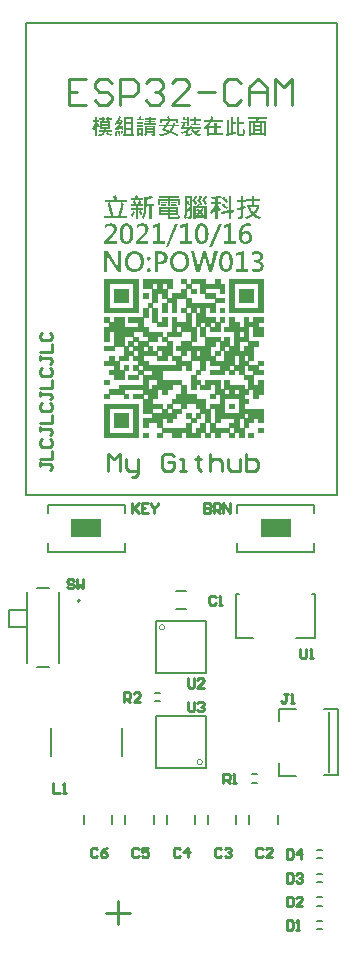
<source format=gto>
G04 Layer_Color=65535*
%FSLAX25Y25*%
%MOIN*%
G70*
G01*
G75*
%ADD25C,0.01000*%
%ADD36C,0.00787*%
%ADD37C,0.00000*%
%ADD38C,0.00500*%
%ADD39C,0.00700*%
%ADD40C,0.00200*%
%ADD41R,0.09842X0.05905*%
G36*
X377742Y374241D02*
X377840D01*
X377960Y374220D01*
X378091Y374198D01*
X378244Y374176D01*
X378419Y374132D01*
X378594Y374089D01*
X378780Y374023D01*
X378966Y373946D01*
X379163Y373848D01*
X379348Y373739D01*
X379534Y373619D01*
X379709Y373465D01*
X379873Y373302D01*
X379884Y373291D01*
X379906Y373258D01*
X379949Y373203D01*
X380004Y373127D01*
X380070Y373039D01*
X380146Y372919D01*
X380223Y372788D01*
X380310Y372635D01*
X380387Y372471D01*
X380463Y372285D01*
X380540Y372088D01*
X380605Y371870D01*
X380660Y371640D01*
X380704Y371389D01*
X380726Y371127D01*
X380736Y370853D01*
Y370831D01*
Y370788D01*
Y370700D01*
X380726Y370591D01*
X380715Y370460D01*
X380693Y370296D01*
X380660Y370132D01*
X380627Y369935D01*
X380584Y369738D01*
X380529Y369531D01*
X380452Y369323D01*
X380365Y369104D01*
X380266Y368897D01*
X380146Y368689D01*
X380015Y368481D01*
X379862Y368296D01*
X379851Y368285D01*
X379818Y368252D01*
X379775Y368208D01*
X379698Y368143D01*
X379611Y368066D01*
X379501Y367990D01*
X379381Y367902D01*
X379239Y367815D01*
X379075Y367716D01*
X378900Y367629D01*
X378703Y367552D01*
X378496Y367476D01*
X378266Y367410D01*
X378026Y367367D01*
X377764Y367334D01*
X377490Y367323D01*
X377425D01*
X377359Y367334D01*
X377250D01*
X377130Y367356D01*
X376998Y367377D01*
X376835Y367399D01*
X376671Y367443D01*
X376485Y367487D01*
X376299Y367552D01*
X376113Y367629D01*
X375916Y367716D01*
X375730Y367826D01*
X375534Y367957D01*
X375359Y368099D01*
X375184Y368263D01*
X375173Y368274D01*
X375151Y368306D01*
X375108Y368361D01*
X375053Y368438D01*
X374976Y368525D01*
X374911Y368634D01*
X374823Y368766D01*
X374747Y368919D01*
X374670Y369083D01*
X374583Y369268D01*
X374517Y369476D01*
X374452Y369684D01*
X374386Y369924D01*
X374342Y370165D01*
X374321Y370427D01*
X374310Y370700D01*
Y370722D01*
Y370766D01*
X374321Y370853D01*
Y370963D01*
X374342Y371094D01*
X374353Y371258D01*
X374386Y371432D01*
X374419Y371618D01*
X374463Y371815D01*
X374528Y372023D01*
X374594Y372241D01*
X374681Y372449D01*
X374780Y372668D01*
X374900Y372875D01*
X375042Y373083D01*
X375195Y373269D01*
X375206Y373280D01*
X375239Y373312D01*
X375293Y373356D01*
X375359Y373422D01*
X375446Y373498D01*
X375556Y373586D01*
X375687Y373673D01*
X375829Y373761D01*
X375993Y373848D01*
X376179Y373946D01*
X376375Y374023D01*
X376583Y374099D01*
X376813Y374165D01*
X377064Y374209D01*
X377326Y374241D01*
X377600Y374252D01*
X377665D01*
X377742Y374241D01*
D02*
G37*
G36*
X362680D02*
X362778D01*
X362899Y374220D01*
X363030Y374198D01*
X363183Y374176D01*
X363358Y374132D01*
X363533Y374089D01*
X363719Y374023D01*
X363904Y373946D01*
X364101Y373848D01*
X364287Y373739D01*
X364473Y373619D01*
X364648Y373465D01*
X364811Y373302D01*
X364822Y373291D01*
X364844Y373258D01*
X364888Y373203D01*
X364943Y373127D01*
X365008Y373039D01*
X365085Y372919D01*
X365161Y372788D01*
X365249Y372635D01*
X365325Y372471D01*
X365402Y372285D01*
X365478Y372088D01*
X365544Y371870D01*
X365598Y371640D01*
X365642Y371389D01*
X365664Y371127D01*
X365675Y370853D01*
Y370831D01*
Y370788D01*
Y370700D01*
X365664Y370591D01*
X365653Y370460D01*
X365631Y370296D01*
X365598Y370132D01*
X365566Y369935D01*
X365522Y369738D01*
X365467Y369531D01*
X365391Y369323D01*
X365303Y369104D01*
X365205Y368897D01*
X365085Y368689D01*
X364954Y368481D01*
X364801Y368296D01*
X364790Y368285D01*
X364757Y368252D01*
X364713Y368208D01*
X364637Y368143D01*
X364549Y368066D01*
X364440Y367990D01*
X364320Y367902D01*
X364177Y367815D01*
X364014Y367716D01*
X363839Y367629D01*
X363642Y367552D01*
X363434Y367476D01*
X363205Y367410D01*
X362964Y367367D01*
X362702Y367334D01*
X362429Y367323D01*
X362363D01*
X362298Y367334D01*
X362188D01*
X362068Y367356D01*
X361937Y367377D01*
X361773Y367399D01*
X361609Y367443D01*
X361423Y367487D01*
X361237Y367552D01*
X361052Y367629D01*
X360855Y367716D01*
X360669Y367826D01*
X360472Y367957D01*
X360297Y368099D01*
X360122Y368263D01*
X360112Y368274D01*
X360090Y368306D01*
X360046Y368361D01*
X359991Y368438D01*
X359915Y368525D01*
X359849Y368634D01*
X359762Y368766D01*
X359685Y368919D01*
X359609Y369083D01*
X359521Y369268D01*
X359456Y369476D01*
X359390Y369684D01*
X359325Y369924D01*
X359281Y370165D01*
X359259Y370427D01*
X359248Y370700D01*
Y370722D01*
Y370766D01*
X359259Y370853D01*
Y370963D01*
X359281Y371094D01*
X359292Y371258D01*
X359325Y371432D01*
X359357Y371618D01*
X359401Y371815D01*
X359467Y372023D01*
X359532Y372241D01*
X359620Y372449D01*
X359718Y372668D01*
X359838Y372875D01*
X359980Y373083D01*
X360133Y373269D01*
X360144Y373280D01*
X360177Y373312D01*
X360232Y373356D01*
X360297Y373422D01*
X360385Y373498D01*
X360494Y373586D01*
X360625Y373673D01*
X360767Y373761D01*
X360931Y373848D01*
X361117Y373946D01*
X361314Y374023D01*
X361522Y374099D01*
X361751Y374165D01*
X362002Y374209D01*
X362265Y374241D01*
X362538Y374252D01*
X362604D01*
X362680Y374241D01*
D02*
G37*
G36*
X393175D02*
X393273Y374231D01*
X393415Y374198D01*
X393579Y374143D01*
X393765Y374067D01*
X393962Y373968D01*
X394169Y373826D01*
X394268Y373739D01*
X394377Y373640D01*
X394476Y373531D01*
X394574Y373411D01*
X394661Y373280D01*
X394760Y373138D01*
X394836Y372974D01*
X394924Y372810D01*
X395000Y372613D01*
X395066Y372416D01*
X395120Y372187D01*
X395164Y371957D01*
X395208Y371695D01*
X395241Y371422D01*
X395251Y371137D01*
X395262Y370820D01*
Y370799D01*
Y370744D01*
Y370656D01*
X395251Y370547D01*
X395241Y370405D01*
X395230Y370241D01*
X395208Y370055D01*
X395186Y369869D01*
X395120Y369443D01*
X395011Y369017D01*
X394946Y368809D01*
X394858Y368602D01*
X394771Y368405D01*
X394661Y368230D01*
X394650Y368219D01*
X394629Y368186D01*
X394596Y368143D01*
X394552Y368088D01*
X394486Y368022D01*
X394410Y367946D01*
X394322Y367858D01*
X394224Y367782D01*
X394104Y367694D01*
X393973Y367607D01*
X393831Y367530D01*
X393678Y367465D01*
X393514Y367410D01*
X393328Y367367D01*
X393142Y367334D01*
X392934Y367323D01*
X392891D01*
X392825Y367334D01*
X392748D01*
X392661Y367345D01*
X392552Y367367D01*
X392442Y367399D01*
X392311Y367432D01*
X392180Y367476D01*
X392049Y367530D01*
X391907Y367596D01*
X391765Y367684D01*
X391634Y367782D01*
X391502Y367891D01*
X391382Y368022D01*
X391273Y368175D01*
X391262Y368186D01*
X391251Y368219D01*
X391218Y368263D01*
X391186Y368339D01*
X391142Y368427D01*
X391098Y368536D01*
X391043Y368656D01*
X391000Y368809D01*
X390945Y368973D01*
X390891Y369159D01*
X390847Y369356D01*
X390803Y369585D01*
X390770Y369826D01*
X390737Y370077D01*
X390726Y370361D01*
X390716Y370656D01*
Y370678D01*
Y370733D01*
Y370831D01*
X390726Y370952D01*
X390737Y371094D01*
X390748Y371269D01*
X390770Y371454D01*
X390792Y371651D01*
X390858Y372088D01*
X390967Y372536D01*
X391043Y372755D01*
X391120Y372963D01*
X391207Y373160D01*
X391317Y373334D01*
X391328Y373345D01*
X391350Y373378D01*
X391382Y373422D01*
X391426Y373476D01*
X391492Y373553D01*
X391568Y373629D01*
X391667Y373706D01*
X391765Y373793D01*
X391885Y373881D01*
X392016Y373957D01*
X392158Y374045D01*
X392322Y374110D01*
X392486Y374165D01*
X392672Y374209D01*
X392869Y374241D01*
X393076Y374252D01*
X393131D01*
X393175Y374241D01*
D02*
G37*
G36*
X371402Y374132D02*
X371501D01*
X371610Y374110D01*
X371730Y374099D01*
X371861Y374078D01*
X372146Y374012D01*
X372430Y373914D01*
X372572Y373859D01*
X372703Y373782D01*
X372834Y373706D01*
X372954Y373608D01*
X372965Y373597D01*
X372976Y373586D01*
X373009Y373553D01*
X373053Y373509D01*
X373096Y373455D01*
X373151Y373389D01*
X373206Y373312D01*
X373260Y373225D01*
X373315Y373116D01*
X373370Y373006D01*
X373424Y372886D01*
X373468Y372744D01*
X373512Y372602D01*
X373545Y372438D01*
X373555Y372274D01*
X373566Y372088D01*
Y372077D01*
Y372045D01*
Y371990D01*
X373555Y371924D01*
X373545Y371837D01*
X373534Y371739D01*
X373512Y371629D01*
X373479Y371509D01*
X373392Y371247D01*
X373337Y371105D01*
X373260Y370973D01*
X373184Y370842D01*
X373085Y370711D01*
X372976Y370580D01*
X372845Y370460D01*
X372834Y370449D01*
X372812Y370438D01*
X372768Y370405D01*
X372714Y370361D01*
X372648Y370318D01*
X372561Y370263D01*
X372463Y370219D01*
X372353Y370154D01*
X372222Y370099D01*
X372091Y370044D01*
X371938Y370001D01*
X371785Y369957D01*
X371621Y369924D01*
X371435Y369891D01*
X371249Y369881D01*
X370233D01*
Y367432D01*
X369183D01*
Y374143D01*
X371326D01*
X371402Y374132D01*
D02*
G37*
G36*
X367314Y368525D02*
X367369Y368514D01*
X367446Y368492D01*
X367511Y368460D01*
X367588Y368416D01*
X367664Y368361D01*
X367675Y368350D01*
X367697Y368328D01*
X367730Y368296D01*
X367763Y368252D01*
X367795Y368186D01*
X367828Y368110D01*
X367850Y368033D01*
X367861Y367935D01*
Y367924D01*
Y367891D01*
X367850Y367847D01*
X367839Y367793D01*
X367817Y367716D01*
X367784Y367651D01*
X367741Y367574D01*
X367675Y367509D01*
X367664Y367498D01*
X367642Y367487D01*
X367599Y367454D01*
X367544Y367421D01*
X367478Y367388D01*
X367402Y367367D01*
X367303Y367345D01*
X367205Y367334D01*
X367161D01*
X367118Y367345D01*
X367052Y367356D01*
X366976Y367377D01*
X366910Y367399D01*
X366833Y367443D01*
X366757Y367498D01*
X366746Y367509D01*
X366724Y367530D01*
X366702Y367563D01*
X366670Y367618D01*
X366626Y367684D01*
X366604Y367760D01*
X366582Y367836D01*
X366571Y367935D01*
Y367946D01*
Y367979D01*
X366582Y368022D01*
X366593Y368088D01*
X366615Y368154D01*
X366648Y368230D01*
X366691Y368296D01*
X366757Y368361D01*
X366768Y368372D01*
X366790Y368394D01*
X366833Y368416D01*
X366888Y368449D01*
X366954Y368481D01*
X367030Y368514D01*
X367118Y368525D01*
X367216Y368536D01*
X367260D01*
X367314Y368525D01*
D02*
G37*
G36*
X352270Y418604D02*
X352698D01*
Y418030D01*
X352270D01*
Y417684D01*
X351623D01*
Y418030D01*
X350712D01*
Y418604D01*
X351623D01*
Y419068D01*
X352270D01*
Y418604D01*
D02*
G37*
G36*
X373951Y419132D02*
X373979Y419087D01*
X374024Y419023D01*
X374070Y418932D01*
X374134Y418822D01*
X374197Y418695D01*
X374261Y418540D01*
X374325Y418376D01*
X376967D01*
Y416900D01*
X376311D01*
Y417747D01*
X371601D01*
Y416891D01*
X370918D01*
Y418376D01*
X373587D01*
X373578Y418394D01*
X373569Y418431D01*
X373541Y418495D01*
X373505Y418577D01*
X373460Y418668D01*
X373405Y418768D01*
X373277Y418968D01*
X373942Y419141D01*
X373951Y419132D01*
D02*
G37*
G36*
X354073Y418604D02*
X354884D01*
Y418030D01*
X354073D01*
Y417684D01*
X353427D01*
Y418030D01*
X352980D01*
Y418604D01*
X353427D01*
Y419068D01*
X354073D01*
Y418604D01*
D02*
G37*
G36*
X380738Y415816D02*
X380092D01*
Y416900D01*
X379427D01*
Y416891D01*
X379417Y416864D01*
X379408Y416818D01*
X379399Y416764D01*
X379381Y416691D01*
X379354Y416609D01*
X379290Y416427D01*
X379235Y416326D01*
X379181Y416217D01*
X379117Y416117D01*
X379044Y416017D01*
X378953Y415916D01*
X378862Y415816D01*
X378752Y415734D01*
X378625Y415652D01*
X378188Y416089D01*
X378197D01*
X378215Y416099D01*
X378233Y416117D01*
X378270Y416135D01*
X378361Y416190D01*
X378461Y416272D01*
X378570Y416381D01*
X378670Y416527D01*
X378752Y416700D01*
X378780Y416791D01*
X378798Y416900D01*
X378133D01*
Y417411D01*
X380092D01*
Y417830D01*
X378561D01*
Y418941D01*
X379190D01*
Y418331D01*
X380101D01*
Y419059D01*
X380738D01*
Y415816D01*
D02*
G37*
G36*
X364595Y419141D02*
X364623Y419096D01*
X364659Y419014D01*
X364714Y418923D01*
X364769Y418804D01*
X364823Y418686D01*
X364932Y418440D01*
X365607D01*
Y417839D01*
X363320D01*
Y418440D01*
X364176D01*
X364167Y418449D01*
X364158Y418485D01*
X364131Y418540D01*
X364094Y418613D01*
X364058Y418695D01*
X364012Y418777D01*
X363903Y418959D01*
X364586Y419160D01*
X364595Y419141D01*
D02*
G37*
G36*
X388300Y375617D02*
X387382D01*
X390606Y383432D01*
X391535D01*
X388300Y375617D01*
D02*
G37*
G36*
X373807D02*
X372889D01*
X376113Y383432D01*
X377042D01*
X373807Y375617D01*
D02*
G37*
G36*
X360013Y383530D02*
X360112Y383519D01*
X360254Y383486D01*
X360418Y383432D01*
X360603Y383355D01*
X360800Y383257D01*
X361008Y383115D01*
X361106Y383027D01*
X361215Y382929D01*
X361314Y382819D01*
X361412Y382699D01*
X361500Y382568D01*
X361598Y382426D01*
X361675Y382262D01*
X361762Y382098D01*
X361839Y381901D01*
X361904Y381704D01*
X361959Y381475D01*
X362002Y381245D01*
X362046Y380983D01*
X362079Y380710D01*
X362090Y380426D01*
X362101Y380109D01*
Y380087D01*
Y380032D01*
Y379945D01*
X362090Y379836D01*
X362079Y379693D01*
X362068Y379529D01*
X362046Y379344D01*
X362024Y379158D01*
X361959Y378732D01*
X361849Y378305D01*
X361784Y378098D01*
X361696Y377890D01*
X361609Y377693D01*
X361500Y377518D01*
X361489Y377507D01*
X361467Y377475D01*
X361434Y377431D01*
X361390Y377376D01*
X361325Y377311D01*
X361248Y377234D01*
X361161Y377147D01*
X361063Y377070D01*
X360942Y376983D01*
X360811Y376895D01*
X360669Y376819D01*
X360516Y376753D01*
X360352Y376699D01*
X360166Y376655D01*
X359980Y376622D01*
X359773Y376611D01*
X359729D01*
X359663Y376622D01*
X359587D01*
X359500Y376633D01*
X359390Y376655D01*
X359281Y376688D01*
X359150Y376720D01*
X359019Y376764D01*
X358887Y376819D01*
X358745Y376884D01*
X358603Y376972D01*
X358472Y377070D01*
X358341Y377180D01*
X358221Y377311D01*
X358111Y377464D01*
X358101Y377475D01*
X358089Y377507D01*
X358057Y377551D01*
X358024Y377628D01*
X357980Y377715D01*
X357937Y377824D01*
X357882Y377945D01*
X357838Y378098D01*
X357784Y378262D01*
X357729Y378447D01*
X357685Y378644D01*
X357641Y378874D01*
X357609Y379114D01*
X357576Y379365D01*
X357565Y379650D01*
X357554Y379945D01*
Y379967D01*
Y380021D01*
Y380120D01*
X357565Y380240D01*
X357576Y380382D01*
X357587Y380557D01*
X357609Y380743D01*
X357630Y380939D01*
X357696Y381377D01*
X357805Y381825D01*
X357882Y382043D01*
X357958Y382251D01*
X358046Y382448D01*
X358155Y382623D01*
X358166Y382634D01*
X358188Y382666D01*
X358221Y382710D01*
X358264Y382765D01*
X358330Y382841D01*
X358406Y382918D01*
X358505Y382994D01*
X358603Y383082D01*
X358723Y383169D01*
X358855Y383246D01*
X358997Y383333D01*
X359161Y383399D01*
X359325Y383453D01*
X359510Y383497D01*
X359707Y383530D01*
X359915Y383541D01*
X359969D01*
X360013Y383530D01*
D02*
G37*
G36*
X354734D02*
X354811D01*
X354898Y383519D01*
X355106Y383475D01*
X355346Y383420D01*
X355587Y383333D01*
X355827Y383213D01*
X355936Y383136D01*
X356046Y383049D01*
X356056D01*
X356067Y383027D01*
X356100Y382994D01*
X356133Y382962D01*
X356221Y382852D01*
X356319Y382699D01*
X356417Y382502D01*
X356505Y382273D01*
X356570Y382011D01*
X356581Y381857D01*
X356592Y381704D01*
Y381694D01*
Y381683D01*
Y381639D01*
Y381595D01*
X356570Y381475D01*
X356548Y381322D01*
X356505Y381136D01*
X356450Y380928D01*
X356363Y380710D01*
X356242Y380480D01*
Y380469D01*
X356231Y380448D01*
X356210Y380415D01*
X356177Y380371D01*
X356133Y380316D01*
X356089Y380240D01*
X355969Y380076D01*
X355805Y379857D01*
X355707Y379737D01*
X355597Y379617D01*
X355477Y379475D01*
X355335Y379344D01*
X355193Y379191D01*
X355040Y379038D01*
X353554Y377617D01*
Y377595D01*
X356538D01*
Y376720D01*
X352362D01*
Y377562D01*
X354308Y379475D01*
X354319Y379486D01*
X354341Y379508D01*
X354373Y379540D01*
X354417Y379584D01*
X354526Y379704D01*
X354668Y379857D01*
X354821Y380032D01*
X354985Y380218D01*
X355128Y380404D01*
X355259Y380579D01*
Y380590D01*
X355270Y380601D01*
X355313Y380666D01*
X355357Y380754D01*
X355423Y380885D01*
X355477Y381038D01*
X355532Y381202D01*
X355565Y381399D01*
X355576Y381595D01*
Y381606D01*
Y381639D01*
X355565Y381694D01*
X355554Y381770D01*
X355543Y381847D01*
X355510Y381945D01*
X355477Y382043D01*
X355434Y382153D01*
X355368Y382251D01*
X355291Y382349D01*
X355193Y382448D01*
X355073Y382524D01*
X354942Y382601D01*
X354789Y382655D01*
X354603Y382688D01*
X354395Y382699D01*
X354308D01*
X354242Y382688D01*
X354166Y382677D01*
X354078Y382655D01*
X353969Y382634D01*
X353849Y382612D01*
X353597Y382524D01*
X353455Y382459D01*
X353302Y382393D01*
X353160Y382306D01*
X353007Y382207D01*
X352854Y382098D01*
X352701Y381967D01*
Y382940D01*
X352712Y382950D01*
X352734Y382962D01*
X352788Y382994D01*
X352843Y383038D01*
X352920Y383082D01*
X353018Y383125D01*
X353127Y383180D01*
X353247Y383246D01*
X353379Y383300D01*
X353521Y383355D01*
X353838Y383442D01*
X354198Y383519D01*
X354384Y383530D01*
X354581Y383541D01*
X354668D01*
X354734Y383530D01*
D02*
G37*
G36*
X385087D02*
X385185Y383519D01*
X385327Y383486D01*
X385491Y383432D01*
X385677Y383355D01*
X385874Y383257D01*
X386081Y383115D01*
X386180Y383027D01*
X386289Y382929D01*
X386387Y382819D01*
X386486Y382699D01*
X386573Y382568D01*
X386671Y382426D01*
X386748Y382262D01*
X386835Y382098D01*
X386912Y381901D01*
X386978Y381704D01*
X387032Y381475D01*
X387076Y381245D01*
X387120Y380983D01*
X387152Y380710D01*
X387163Y380426D01*
X387174Y380109D01*
Y380087D01*
Y380032D01*
Y379945D01*
X387163Y379836D01*
X387152Y379693D01*
X387141Y379529D01*
X387120Y379344D01*
X387098Y379158D01*
X387032Y378732D01*
X386923Y378305D01*
X386857Y378098D01*
X386770Y377890D01*
X386682Y377693D01*
X386573Y377518D01*
X386562Y377507D01*
X386540Y377475D01*
X386508Y377431D01*
X386464Y377376D01*
X386398Y377311D01*
X386322Y377234D01*
X386234Y377147D01*
X386136Y377070D01*
X386016Y376983D01*
X385884Y376895D01*
X385742Y376819D01*
X385589Y376753D01*
X385425Y376699D01*
X385240Y376655D01*
X385054Y376622D01*
X384846Y376611D01*
X384802D01*
X384737Y376622D01*
X384660D01*
X384573Y376633D01*
X384464Y376655D01*
X384354Y376688D01*
X384223Y376720D01*
X384092Y376764D01*
X383961Y376819D01*
X383819Y376884D01*
X383677Y376972D01*
X383545Y377070D01*
X383414Y377180D01*
X383294Y377311D01*
X383185Y377464D01*
X383174Y377475D01*
X383163Y377507D01*
X383130Y377551D01*
X383097Y377628D01*
X383054Y377715D01*
X383010Y377824D01*
X382955Y377945D01*
X382911Y378098D01*
X382857Y378262D01*
X382802Y378447D01*
X382758Y378644D01*
X382715Y378874D01*
X382682Y379114D01*
X382649Y379365D01*
X382638Y379650D01*
X382627Y379945D01*
Y379967D01*
Y380021D01*
Y380120D01*
X382638Y380240D01*
X382649Y380382D01*
X382660Y380557D01*
X382682Y380743D01*
X382704Y380939D01*
X382769Y381377D01*
X382879Y381825D01*
X382955Y382043D01*
X383032Y382251D01*
X383119Y382448D01*
X383228Y382623D01*
X383239Y382634D01*
X383261Y382666D01*
X383294Y382710D01*
X383338Y382765D01*
X383403Y382841D01*
X383480Y382918D01*
X383578Y382994D01*
X383677Y383082D01*
X383797Y383169D01*
X383928Y383246D01*
X384070Y383333D01*
X384234Y383399D01*
X384398Y383453D01*
X384584Y383497D01*
X384781Y383530D01*
X384988Y383541D01*
X385043D01*
X385087Y383530D01*
D02*
G37*
G36*
X403525Y374241D02*
X403602D01*
X403689Y374231D01*
X403886Y374198D01*
X404105Y374143D01*
X404345Y374067D01*
X404586Y373957D01*
X404804Y373804D01*
X404815D01*
X404826Y373782D01*
X404892Y373728D01*
X404979Y373629D01*
X405089Y373498D01*
X405187Y373323D01*
X405274Y373127D01*
X405340Y372886D01*
X405351Y372755D01*
X405362Y372624D01*
Y372613D01*
Y372569D01*
X405351Y372504D01*
X405340Y372416D01*
X405318Y372307D01*
X405296Y372187D01*
X405253Y372056D01*
X405198Y371913D01*
X405121Y371771D01*
X405034Y371629D01*
X404925Y371487D01*
X404793Y371356D01*
X404640Y371225D01*
X404465Y371115D01*
X404258Y371017D01*
X404017Y370941D01*
Y370919D01*
X404050D01*
X404083Y370908D01*
X404138Y370897D01*
X404269Y370875D01*
X404422Y370831D01*
X404608Y370766D01*
X404793Y370678D01*
X404979Y370558D01*
X405154Y370416D01*
X405176Y370394D01*
X405220Y370339D01*
X405285Y370241D01*
X405373Y370121D01*
X405449Y369957D01*
X405515Y369771D01*
X405558Y369564D01*
X405580Y369334D01*
Y369323D01*
Y369290D01*
Y369247D01*
X405569Y369181D01*
X405558Y369104D01*
X405548Y369006D01*
X405493Y368798D01*
X405416Y368558D01*
X405362Y368438D01*
X405296Y368318D01*
X405220Y368197D01*
X405121Y368077D01*
X405023Y367968D01*
X404903Y367858D01*
X404892Y367847D01*
X404870Y367836D01*
X404837Y367815D01*
X404782Y367771D01*
X404717Y367738D01*
X404630Y367694D01*
X404542Y367640D01*
X404433Y367596D01*
X404313Y367541D01*
X404170Y367498D01*
X404028Y367443D01*
X403875Y367410D01*
X403711Y367377D01*
X403525Y367345D01*
X403340Y367334D01*
X403143Y367323D01*
X403045D01*
X402979Y367334D01*
X402892D01*
X402804Y367345D01*
X402695Y367356D01*
X402575Y367367D01*
X402323Y367410D01*
X402061Y367465D01*
X401799Y367552D01*
X401558Y367662D01*
Y368656D01*
X401569Y368645D01*
X401591Y368634D01*
X401624Y368613D01*
X401678Y368580D01*
X401744Y368536D01*
X401820Y368492D01*
X401908Y368449D01*
X402017Y368394D01*
X402247Y368296D01*
X402509Y368219D01*
X402804Y368154D01*
X402957Y368143D01*
X403121Y368132D01*
X403230D01*
X403351Y368154D01*
X403493Y368175D01*
X403657Y368208D01*
X403832Y368263D01*
X403996Y368339D01*
X404148Y368438D01*
X404170Y368449D01*
X404214Y368492D01*
X404269Y368569D01*
X404345Y368667D01*
X404422Y368787D01*
X404476Y368930D01*
X404520Y369104D01*
X404542Y369290D01*
Y369301D01*
Y369345D01*
X404531Y369399D01*
X404520Y369476D01*
X404487Y369564D01*
X404455Y369673D01*
X404400Y369771D01*
X404323Y369891D01*
X404236Y370001D01*
X404116Y370110D01*
X403985Y370208D01*
X403810Y370296D01*
X403613Y370372D01*
X403383Y370427D01*
X403121Y370471D01*
X402815Y370482D01*
X402236D01*
Y371301D01*
X402848D01*
X402924Y371312D01*
X403023Y371323D01*
X403143Y371334D01*
X403263Y371356D01*
X403405Y371389D01*
X403547Y371443D01*
X403689Y371498D01*
X403832Y371575D01*
X403963Y371662D01*
X404072Y371771D01*
X404170Y371892D01*
X404247Y372045D01*
X404291Y372208D01*
X404313Y372405D01*
Y372416D01*
Y372449D01*
X404302Y372504D01*
X404291Y372569D01*
X404280Y372646D01*
X404247Y372733D01*
X404214Y372821D01*
X404170Y372919D01*
X404105Y373017D01*
X404028Y373105D01*
X403930Y373192D01*
X403821Y373269D01*
X403689Y373334D01*
X403525Y373389D01*
X403351Y373422D01*
X403143Y373433D01*
X403077D01*
X403023Y373422D01*
X402957D01*
X402892Y373411D01*
X402717Y373378D01*
X402509Y373323D01*
X402290Y373236D01*
X402061Y373116D01*
X401941Y373050D01*
X401820Y372963D01*
Y373870D01*
X401831D01*
X401853Y373892D01*
X401886Y373903D01*
X401941Y373936D01*
X401995Y373957D01*
X402072Y373990D01*
X402159Y374023D01*
X402258Y374067D01*
X402487Y374132D01*
X402760Y374198D01*
X403055Y374241D01*
X403383Y374252D01*
X403471D01*
X403525Y374241D01*
D02*
G37*
G36*
X398935Y368274D02*
X400399D01*
Y367432D01*
X396443D01*
Y368274D01*
X397907D01*
Y373127D01*
X396399Y372722D01*
Y373608D01*
X398935Y374274D01*
Y368274D01*
D02*
G37*
G36*
X388376Y367432D02*
X387196D01*
X385906Y372121D01*
Y372132D01*
X385895Y372176D01*
X385874Y372252D01*
X385863Y372340D01*
X385841Y372449D01*
X385819Y372569D01*
X385797Y372832D01*
X385775D01*
Y372810D01*
X385764Y372766D01*
Y372690D01*
X385753Y372602D01*
X385732Y372493D01*
X385710Y372373D01*
X385655Y372132D01*
X384354Y367432D01*
X383152D01*
X381250Y374143D01*
X382398D01*
X383655Y369225D01*
Y369214D01*
X383666Y369170D01*
X383677Y369104D01*
X383699Y369017D01*
X383709Y368908D01*
X383731Y368787D01*
X383742Y368656D01*
X383753Y368514D01*
X383786D01*
Y368525D01*
X383797Y368569D01*
Y368634D01*
X383808Y368711D01*
X383830Y368820D01*
X383852Y368940D01*
X383884Y369083D01*
X383928Y369236D01*
X385316Y374143D01*
X386376D01*
X387677Y369192D01*
Y369181D01*
X387688Y369148D01*
X387699Y369083D01*
X387721Y369006D01*
X387743Y368908D01*
X387765Y368798D01*
X387775Y368667D01*
X387797Y368525D01*
X387808D01*
Y368536D01*
Y368580D01*
X387819Y368645D01*
X387830Y368733D01*
X387852Y368842D01*
X387874Y368951D01*
X387928Y369214D01*
X389142Y374143D01*
X390235D01*
X388376Y367432D01*
D02*
G37*
G36*
X367314Y372296D02*
X367369Y372285D01*
X367446Y372263D01*
X367511Y372230D01*
X367588Y372187D01*
X367664Y372132D01*
X367675Y372121D01*
X367697Y372099D01*
X367730Y372066D01*
X367763Y372012D01*
X367795Y371957D01*
X367828Y371881D01*
X367850Y371793D01*
X367861Y371695D01*
Y371684D01*
Y371651D01*
X367850Y371607D01*
X367839Y371542D01*
X367817Y371476D01*
X367784Y371400D01*
X367741Y371323D01*
X367675Y371258D01*
X367664Y371247D01*
X367642Y371236D01*
X367599Y371203D01*
X367544Y371170D01*
X367478Y371137D01*
X367402Y371115D01*
X367303Y371094D01*
X367205Y371083D01*
X367161D01*
X367118Y371094D01*
X367052Y371105D01*
X366976Y371127D01*
X366910Y371159D01*
X366833Y371203D01*
X366757Y371258D01*
X366746Y371269D01*
X366724Y371290D01*
X366702Y371323D01*
X366670Y371378D01*
X366626Y371443D01*
X366604Y371520D01*
X366582Y371597D01*
X366571Y371695D01*
Y371706D01*
Y371739D01*
X366582Y371782D01*
X366593Y371848D01*
X366615Y371913D01*
X366648Y371990D01*
X366691Y372066D01*
X366757Y372132D01*
X366768Y372143D01*
X366790Y372165D01*
X366833Y372187D01*
X366888Y372219D01*
X366954Y372252D01*
X367030Y372285D01*
X367118Y372296D01*
X367216Y372307D01*
X367260D01*
X367314Y372296D01*
D02*
G37*
G36*
X357991Y367432D02*
X356833D01*
X353619Y372373D01*
X353608Y372383D01*
X353586Y372416D01*
X353565Y372471D01*
X353521Y372536D01*
X353444Y372690D01*
X353368Y372853D01*
X353335D01*
Y372843D01*
X353346Y372799D01*
Y372733D01*
X353357Y372635D01*
X353368Y372504D01*
Y372329D01*
X353379Y372121D01*
Y371870D01*
Y367432D01*
X352362D01*
Y374143D01*
X353597D01*
X356712Y369290D01*
X356723Y369279D01*
X356745Y369236D01*
X356789Y369170D01*
X356833Y369104D01*
X356931Y368940D01*
X356975Y368864D01*
X357008Y368809D01*
X357029D01*
Y368820D01*
X357018Y368864D01*
Y368940D01*
X357008Y369050D01*
X356996Y369181D01*
Y369345D01*
X356986Y369542D01*
Y369771D01*
Y374143D01*
X357991D01*
Y367432D01*
D02*
G37*
G36*
X365406Y416745D02*
X363484D01*
Y417356D01*
X365406D01*
Y416745D01*
D02*
G37*
G36*
X388764Y418950D02*
Y418941D01*
X388755Y418932D01*
X388746Y418904D01*
X388737Y418868D01*
X388701Y418768D01*
X388655Y418649D01*
X388600Y418504D01*
X388537Y418349D01*
X388400Y418021D01*
X391844D01*
Y417383D01*
X388063D01*
Y417374D01*
X388045Y417356D01*
X388026Y417319D01*
X387999Y417283D01*
X387972Y417228D01*
X387926Y417165D01*
X387835Y417010D01*
X387717Y416827D01*
X387580Y416627D01*
X387434Y416418D01*
X387270Y416208D01*
Y413502D01*
X389147D01*
Y415233D01*
X387644D01*
Y415862D01*
X389147D01*
Y417037D01*
X389830D01*
Y415862D01*
X391452D01*
Y415233D01*
X389830D01*
Y413502D01*
X391953D01*
Y412874D01*
X387270D01*
Y412609D01*
X386605D01*
Y415479D01*
X386587Y415461D01*
X386541Y415415D01*
X386469Y415343D01*
X386368Y415261D01*
X386259Y415160D01*
X386141Y415060D01*
X386022Y414960D01*
X385904Y414869D01*
X385448Y415406D01*
X385457Y415415D01*
X385503Y415443D01*
X385558Y415497D01*
X385640Y415561D01*
X385740Y415643D01*
X385849Y415743D01*
X385977Y415853D01*
X386113Y415980D01*
X386259Y416117D01*
X386414Y416272D01*
X386560Y416436D01*
X386715Y416609D01*
X386869Y416791D01*
X387015Y416982D01*
X387161Y417174D01*
X387288Y417383D01*
X385676D01*
Y418021D01*
X387653D01*
Y418030D01*
X387662Y418039D01*
X387671Y418066D01*
X387689Y418094D01*
X387735Y418185D01*
X387790Y418312D01*
X387853Y418467D01*
X387935Y418659D01*
X388017Y418877D01*
X388108Y419123D01*
X388764Y418950D01*
D02*
G37*
G36*
X369415Y413229D02*
Y413220D01*
Y413202D01*
X369406Y413174D01*
Y413129D01*
X369378Y413038D01*
X369323Y412919D01*
X369278Y412865D01*
X369232Y412810D01*
X369169Y412755D01*
X369096Y412710D01*
X369014Y412664D01*
X368904Y412637D01*
X368795Y412619D01*
X368658Y412609D01*
X368422D01*
X368349Y412619D01*
X368258D01*
X368039Y413211D01*
X368649D01*
X368695Y413229D01*
X368722Y413247D01*
X368750Y413284D01*
X368759Y413320D01*
X368768Y413375D01*
Y413739D01*
X366700D01*
Y413730D01*
X366691Y413703D01*
X366682Y413666D01*
X366672Y413612D01*
X366654Y413557D01*
X366636Y413484D01*
X366581Y413311D01*
X366509Y413120D01*
X366418Y412928D01*
X366299Y412728D01*
X366162Y412555D01*
X365634Y412937D01*
X365643Y412947D01*
X365652Y412965D01*
X365680Y413001D01*
X365707Y413047D01*
X365752Y413101D01*
X365789Y413174D01*
X365834Y413256D01*
X365880Y413347D01*
X365926Y413457D01*
X365971Y413575D01*
X366017Y413712D01*
X366053Y413858D01*
X366080Y414012D01*
X366108Y414176D01*
X366117Y414359D01*
X366126Y414550D01*
Y416017D01*
X369415D01*
Y413229D01*
D02*
G37*
G36*
X406756Y418294D02*
X403932D01*
X403923Y418276D01*
X403914Y418239D01*
X403887Y418167D01*
X403841Y418085D01*
X403796Y417975D01*
X403732Y417848D01*
X403659Y417702D01*
X403577Y417547D01*
X406319D01*
Y412609D01*
X405672D01*
Y412956D01*
X401391D01*
Y412646D01*
X400744D01*
Y417547D01*
X402803D01*
X402812Y417565D01*
X402839Y417602D01*
X402885Y417675D01*
X402939Y417757D01*
X403003Y417866D01*
X403067Y417993D01*
X403131Y418139D01*
X403195Y418294D01*
X400297D01*
Y418923D01*
X406756D01*
Y418294D01*
D02*
G37*
G36*
X357572Y414368D02*
X357581Y414350D01*
X357590Y414304D01*
X357599Y414258D01*
X357617Y414185D01*
X357626Y414113D01*
X357645Y414031D01*
X357663Y413931D01*
X357699Y413712D01*
X357736Y413466D01*
X357763Y413202D01*
X357781Y412928D01*
X357171Y412774D01*
Y412783D01*
Y412801D01*
Y412837D01*
Y412883D01*
Y412947D01*
Y413020D01*
Y413101D01*
X357162Y413202D01*
Y413302D01*
X357153Y413420D01*
X357125Y413675D01*
X357080Y413958D01*
X357016Y414267D01*
X357572Y414377D01*
Y414368D01*
D02*
G37*
G36*
X397419Y417155D02*
X399131D01*
Y416500D01*
X397419D01*
Y413548D01*
Y413530D01*
X397428Y413493D01*
X397455Y413429D01*
X397501Y413375D01*
X397510D01*
X397519Y413366D01*
X397555Y413356D01*
X397601Y413338D01*
X397674Y413329D01*
X397765Y413311D01*
X397892Y413302D01*
X398138D01*
X398193Y413311D01*
X398330Y413320D01*
X398394Y413329D01*
X398448Y413347D01*
X398457D01*
X398476Y413366D01*
X398494Y413393D01*
X398530Y413448D01*
X398567Y413530D01*
X398585Y413584D01*
X398594Y413648D01*
X398612Y413721D01*
X398630Y413803D01*
X398649Y413903D01*
X398658Y414012D01*
Y414022D01*
Y414040D01*
X398667Y414067D01*
Y414113D01*
X398685Y414222D01*
X398694Y414350D01*
X398703Y414486D01*
X398712Y414623D01*
X398722Y414741D01*
Y414787D01*
Y414832D01*
X399377Y414596D01*
Y414586D01*
Y414559D01*
X399368Y414523D01*
Y414468D01*
Y414404D01*
X399359Y414331D01*
X399341Y414158D01*
X399323Y413967D01*
X399295Y413766D01*
X399268Y413566D01*
X399232Y413393D01*
Y413384D01*
Y413375D01*
X399214Y413320D01*
X399186Y413247D01*
X399159Y413165D01*
X399113Y413065D01*
X399049Y412974D01*
X398977Y412883D01*
X398895Y412819D01*
X398885Y412810D01*
X398849Y412792D01*
X398785Y412774D01*
X398703Y412746D01*
X398585Y412710D01*
X398439Y412691D01*
X398266Y412673D01*
X398057Y412664D01*
X397847D01*
X397710Y412673D01*
X397565Y412682D01*
X397419Y412691D01*
X397291Y412710D01*
X397237Y412728D01*
X397191Y412737D01*
X397182D01*
X397155Y412746D01*
X397109Y412764D01*
X397063Y412792D01*
X397009Y412828D01*
X396945Y412865D01*
X396890Y412919D01*
X396845Y412983D01*
Y412992D01*
X396827Y413020D01*
X396808Y413056D01*
X396790Y413120D01*
X396772Y413193D01*
X396754Y413284D01*
X396745Y413393D01*
X396736Y413520D01*
Y419059D01*
X397419D01*
Y417155D01*
D02*
G37*
G36*
X374197Y417465D02*
Y417456D01*
X374179Y417438D01*
X374161Y417401D01*
X374143Y417356D01*
X374115Y417301D01*
X374079Y417237D01*
X373997Y417092D01*
X373906Y416928D01*
X373806Y416755D01*
X373706Y416572D01*
X373605Y416408D01*
X375236D01*
X375245Y416418D01*
X375254Y416454D01*
X375272Y416509D01*
X375291Y416581D01*
X375318Y416664D01*
X375345Y416755D01*
X375400Y416928D01*
X376047Y416855D01*
Y416846D01*
X376038Y416818D01*
Y416782D01*
X376019Y416727D01*
X376010Y416664D01*
X375983Y416591D01*
X375928Y416408D01*
X377167D01*
Y415789D01*
X375719D01*
Y415780D01*
X375700Y415743D01*
X375673Y415689D01*
X375646Y415625D01*
X375609Y415534D01*
X375564Y415434D01*
X375509Y415324D01*
X375446Y415206D01*
X375309Y414951D01*
X375154Y414687D01*
X374981Y414422D01*
X374890Y414304D01*
X374799Y414185D01*
X374817Y414176D01*
X374862Y414158D01*
X374935Y414131D01*
X375036Y414085D01*
X375163Y414031D01*
X375300Y413976D01*
X375455Y413903D01*
X375628Y413830D01*
X375810Y413748D01*
X376001Y413657D01*
X376393Y413475D01*
X376785Y413293D01*
X376967Y413193D01*
X377149Y413101D01*
X376757Y412564D01*
X376748Y412573D01*
X376712Y412591D01*
X376657Y412619D01*
X376584Y412655D01*
X376493Y412701D01*
X376375Y412755D01*
X376247Y412819D01*
X376092Y412892D01*
X375928Y412974D01*
X375746Y413065D01*
X375546Y413156D01*
X375327Y413256D01*
X375099Y413356D01*
X374853Y413466D01*
X374598Y413575D01*
X374334Y413685D01*
X374325Y413675D01*
X374279Y413648D01*
X374216Y413602D01*
X374125Y413539D01*
X374006Y413466D01*
X373851Y413393D01*
X373687Y413302D01*
X373487Y413211D01*
X373259Y413120D01*
X373004Y413020D01*
X372731Y412928D01*
X372421Y412846D01*
X372093Y412764D01*
X371738Y412691D01*
X371355Y412637D01*
X370945Y412591D01*
X370708Y413211D01*
X370736D01*
X370763Y413220D01*
X370799D01*
X370845Y413229D01*
X370900D01*
X371036Y413247D01*
X371200Y413274D01*
X371382Y413302D01*
X371592Y413338D01*
X371811Y413375D01*
X372047Y413420D01*
X372284Y413475D01*
X372758Y413602D01*
X372986Y413685D01*
X373204Y413766D01*
X373405Y413858D01*
X373587Y413958D01*
X373578D01*
X373541Y413976D01*
X373487Y413994D01*
X373423Y414022D01*
X373332Y414049D01*
X373223Y414085D01*
X373104Y414131D01*
X372968Y414176D01*
X372822Y414222D01*
X372667Y414277D01*
X372503Y414331D01*
X372330Y414386D01*
X371965Y414504D01*
X371583Y414614D01*
X371592Y414623D01*
X371601Y414641D01*
X371628Y414668D01*
X371656Y414714D01*
X371692Y414759D01*
X371738Y414823D01*
X371847Y414969D01*
X371974Y415142D01*
X372120Y415343D01*
X372266Y415561D01*
X372421Y415789D01*
X370726D01*
Y416408D01*
X372813D01*
Y416418D01*
X372831Y416436D01*
X372849Y416463D01*
X372867Y416500D01*
X372904Y416554D01*
X372940Y416609D01*
X373022Y416755D01*
X373131Y416928D01*
X373241Y417128D01*
X373368Y417338D01*
X373496Y417565D01*
X374197Y417465D01*
D02*
G37*
G36*
X354465Y415078D02*
X353071D01*
Y415069D01*
Y415051D01*
Y415024D01*
Y414978D01*
X353062Y414914D01*
X353053Y414851D01*
X353044Y414769D01*
X353035Y414668D01*
X354966D01*
Y414085D01*
X352916D01*
X352907Y414076D01*
X352898Y414040D01*
X352862Y413976D01*
X352825Y413903D01*
X352762Y413803D01*
X352689Y413703D01*
X352598Y413584D01*
X352488Y413457D01*
X352361Y413329D01*
X352206Y413202D01*
X352033Y413074D01*
X351832Y412947D01*
X351605Y412828D01*
X351349Y412710D01*
X351076Y412609D01*
X350766Y412528D01*
X350457Y413101D01*
X350475D01*
X350511Y413111D01*
X350575Y413129D01*
X350657Y413147D01*
X350766Y413174D01*
X350885Y413211D01*
X351012Y413256D01*
X351149Y413311D01*
X351295Y413366D01*
X351441Y413439D01*
X351586Y413520D01*
X351723Y413612D01*
X351860Y413712D01*
X351987Y413821D01*
X352106Y413949D01*
X352206Y414085D01*
X350566D01*
Y414668D01*
X352352D01*
Y414677D01*
X352361Y414705D01*
Y414741D01*
X352370Y414796D01*
X352379Y414860D01*
X352388Y414923D01*
X352406Y415078D01*
X351140D01*
Y417465D01*
X354465D01*
Y415078D01*
D02*
G37*
G36*
X381576Y416035D02*
X381586Y416017D01*
X381604Y415980D01*
X381631Y415926D01*
X381668Y415862D01*
X381713Y415780D01*
X381759Y415680D01*
X381804Y415561D01*
X384565D01*
Y414969D01*
X381185D01*
X381167Y414951D01*
X381130Y414905D01*
X381057Y414832D01*
X380957Y414732D01*
X380839Y414623D01*
X380693Y414504D01*
X380520Y414368D01*
X380338Y414240D01*
Y413274D01*
X380365D01*
X380401Y413284D01*
X380447Y413293D01*
X380502Y413302D01*
X380574Y413311D01*
X380656Y413329D01*
X380738Y413338D01*
X380839Y413356D01*
X380948Y413384D01*
X381185Y413429D01*
X381449Y413493D01*
X381740Y413566D01*
X381750Y412974D01*
X381740D01*
X381704Y412965D01*
X381640Y412947D01*
X381558Y412928D01*
X381458Y412901D01*
X381349Y412874D01*
X381212Y412846D01*
X381066Y412819D01*
X380911Y412783D01*
X380748Y412746D01*
X380392Y412682D01*
X380019Y412619D01*
X379636Y412573D01*
X379490Y413092D01*
X379499Y413101D01*
X379518Y413111D01*
X379554Y413138D01*
X379591Y413174D01*
X379627Y413220D01*
X379663Y413265D01*
X379682Y413329D01*
X379691Y413402D01*
Y413867D01*
X379682D01*
X379654Y413848D01*
X379618Y413830D01*
X379563Y413803D01*
X379490Y413776D01*
X379417Y413739D01*
X379326Y413694D01*
X379226Y413657D01*
X379017Y413566D01*
X378780Y413475D01*
X378543Y413384D01*
X378315Y413311D01*
X378042Y413885D01*
X378060Y413894D01*
X378106Y413903D01*
X378179Y413921D01*
X378270Y413958D01*
X378397Y413994D01*
X378534Y414040D01*
X378679Y414104D01*
X378853Y414167D01*
X379026Y414240D01*
X379217Y414322D01*
X379591Y414504D01*
X379973Y414723D01*
X380155Y414842D01*
X380328Y414969D01*
X378097D01*
Y415561D01*
X381057D01*
Y415570D01*
X381048Y415589D01*
X381030Y415616D01*
X381012Y415661D01*
X380993Y415716D01*
X380957Y415771D01*
X380884Y415916D01*
X381567Y416044D01*
X381576Y416035D01*
D02*
G37*
G36*
X356852Y414222D02*
Y414213D01*
Y414185D01*
X356843Y414140D01*
X356834Y414076D01*
X356825Y413994D01*
X356806Y413903D01*
X356788Y413803D01*
X356770Y413694D01*
X356715Y413439D01*
X356651Y413165D01*
X356560Y412883D01*
X356451Y412591D01*
X355868Y412892D01*
Y412901D01*
X355877Y412919D01*
X355895Y412956D01*
X355914Y413010D01*
X355941Y413065D01*
X355959Y413147D01*
X355986Y413229D01*
X356023Y413320D01*
X356050Y413429D01*
X356087Y413539D01*
X356141Y413794D01*
X356196Y414067D01*
X356242Y414368D01*
X356852Y414222D01*
D02*
G37*
G36*
X353290Y413885D02*
X353345Y413867D01*
X353408Y413848D01*
X353500Y413812D01*
X353600Y413776D01*
X353718Y413730D01*
X353846Y413685D01*
X353982Y413630D01*
X354119Y413566D01*
X354429Y413439D01*
X354738Y413293D01*
X355048Y413129D01*
X354693Y412591D01*
X354684Y412600D01*
X354656Y412609D01*
X354611Y412637D01*
X354556Y412664D01*
X354483Y412701D01*
X354392Y412746D01*
X354292Y412792D01*
X354174Y412846D01*
X354046Y412910D01*
X353909Y412965D01*
X353764Y413029D01*
X353609Y413092D01*
X353281Y413220D01*
X352925Y413347D01*
X353244Y413903D01*
X353254D01*
X353290Y413885D01*
D02*
G37*
G36*
X349983Y417839D02*
X350657D01*
Y417201D01*
X349983D01*
Y417092D01*
X349992Y417083D01*
X350010Y417064D01*
X350047Y417028D01*
X350092Y416973D01*
X350147Y416919D01*
X350211Y416846D01*
X350357Y416682D01*
X350520Y416500D01*
X350675Y416299D01*
X350830Y416108D01*
X350958Y415916D01*
X350520Y415434D01*
Y415443D01*
X350511Y415461D01*
X350493Y415479D01*
X350466Y415516D01*
X350411Y415607D01*
X350338Y415725D01*
X350256Y415853D01*
X350165Y415989D01*
X350074Y416126D01*
X349983Y416244D01*
Y412619D01*
X349354D01*
Y415762D01*
X349345Y415734D01*
X349327Y415698D01*
X349300Y415643D01*
X349272Y415579D01*
X349245Y415507D01*
X349172Y415324D01*
X349081Y415124D01*
X348981Y414914D01*
X348872Y414696D01*
X348762Y414486D01*
X348416Y415178D01*
X348425Y415188D01*
X348443Y415224D01*
X348480Y415288D01*
X348525Y415370D01*
X348580Y415461D01*
X348644Y415579D01*
X348717Y415707D01*
X348790Y415853D01*
X348863Y415998D01*
X348944Y416162D01*
X349090Y416500D01*
X349218Y416855D01*
X349272Y417028D01*
X349318Y417201D01*
X348516D01*
Y417839D01*
X349354D01*
Y419059D01*
X349983D01*
Y417839D01*
D02*
G37*
G36*
X357991Y418904D02*
X357982Y418895D01*
X357973Y418859D01*
X357945Y418804D01*
X357918Y418741D01*
X357872Y418649D01*
X357818Y418549D01*
X357763Y418440D01*
X357699Y418312D01*
X357544Y418039D01*
X357371Y417747D01*
X357171Y417447D01*
X356952Y417155D01*
X356970D01*
X357016Y417165D01*
X357098Y417174D01*
X357198Y417183D01*
X357317Y417201D01*
X357453Y417228D01*
X357599Y417256D01*
X357745Y417283D01*
X357754Y417301D01*
X357781Y417338D01*
X357827Y417411D01*
X357881Y417502D01*
X357945Y417611D01*
X358018Y417729D01*
X358091Y417875D01*
X358173Y418021D01*
X358765Y417711D01*
X358756Y417693D01*
X358729Y417647D01*
X358692Y417575D01*
X358628Y417474D01*
X358556Y417356D01*
X358473Y417210D01*
X358373Y417055D01*
X358264Y416882D01*
X358137Y416700D01*
X358009Y416509D01*
X357717Y416117D01*
X357399Y415716D01*
X357235Y415534D01*
X357062Y415352D01*
X357080D01*
X357134Y415370D01*
X357216Y415379D01*
X357326Y415406D01*
X357453Y415443D01*
X357599Y415479D01*
X357763Y415525D01*
X357936Y415579D01*
Y415589D01*
X357927Y415607D01*
X357918Y415634D01*
X357909Y415670D01*
X357863Y415780D01*
X357818Y415898D01*
X358373Y416108D01*
Y416099D01*
X358382Y416089D01*
X358391Y416062D01*
X358410Y416026D01*
X358428Y415980D01*
X358446Y415926D01*
X358473Y415862D01*
X358501Y415789D01*
X358528Y415698D01*
X358556Y415607D01*
X358628Y415397D01*
X358710Y415151D01*
X358792Y414869D01*
X358228Y414632D01*
Y414641D01*
X358218Y414668D01*
Y414705D01*
X358209Y414750D01*
X358191Y414805D01*
X358173Y414869D01*
X358127Y415015D01*
X358118D01*
X358091Y415005D01*
X358045Y414987D01*
X357973Y414969D01*
X357891Y414942D01*
X357799Y414914D01*
X357681Y414887D01*
X357553Y414851D01*
X357417Y414814D01*
X357262Y414769D01*
X357089Y414732D01*
X356916Y414687D01*
X356724Y414641D01*
X356524Y414605D01*
X356314Y414559D01*
X356096Y414513D01*
X355923Y415097D01*
X355932Y415106D01*
X355959Y415124D01*
X355996Y415160D01*
X356050Y415197D01*
X356114Y415261D01*
X356196Y415324D01*
X356287Y415406D01*
X356378Y415497D01*
X356488Y415607D01*
X356597Y415716D01*
X356706Y415844D01*
X356825Y415971D01*
X356943Y416117D01*
X357071Y416272D01*
X357308Y416600D01*
X357280D01*
X357253Y416591D01*
X357216Y416581D01*
X357162D01*
X357107Y416572D01*
X356961Y416545D01*
X356779Y416518D01*
X356579Y416490D01*
X356351Y416463D01*
X356105Y416427D01*
X355986Y416964D01*
X355996Y416973D01*
X356023Y417000D01*
X356059Y417037D01*
X356105Y417092D01*
X356169Y417165D01*
X356242Y417256D01*
X356324Y417365D01*
X356415Y417492D01*
X356515Y417629D01*
X356624Y417793D01*
X356733Y417966D01*
X356843Y418167D01*
X356961Y418376D01*
X357080Y418604D01*
X357189Y418859D01*
X357308Y419123D01*
X357991Y418904D01*
D02*
G37*
G36*
X365406Y415652D02*
X363484D01*
Y416272D01*
X365406D01*
Y415652D01*
D02*
G37*
G36*
X368039Y418622D02*
X369606D01*
Y418094D01*
X368039D01*
Y417766D01*
X369433D01*
Y417256D01*
X368039D01*
Y416909D01*
X369761D01*
Y416354D01*
X365707D01*
Y416909D01*
X367401D01*
Y417256D01*
X365998D01*
Y417766D01*
X367401D01*
Y418094D01*
X365834D01*
Y418622D01*
X367401D01*
Y419087D01*
X368039D01*
Y418622D01*
D02*
G37*
G36*
X383080Y418285D02*
X384574D01*
Y417729D01*
X383080D01*
Y416755D01*
X384401D01*
Y416190D01*
X381167D01*
Y416755D01*
X382442D01*
Y417729D01*
X380984D01*
Y418285D01*
X382442D01*
Y419059D01*
X383080D01*
Y418285D01*
D02*
G37*
G36*
X361926Y413393D02*
X362354D01*
Y412783D01*
X358565D01*
Y413393D01*
X358947D01*
Y418868D01*
X361926D01*
Y413393D01*
D02*
G37*
G36*
X365406Y412774D02*
X364778D01*
Y413101D01*
X364140D01*
Y412619D01*
X363484D01*
Y415178D01*
X365406D01*
Y412774D01*
D02*
G37*
G36*
X358364Y414513D02*
X358382Y414468D01*
X358410Y414395D01*
X358446Y414295D01*
X358501Y414158D01*
X358556Y414003D01*
X358610Y413821D01*
X358674Y413612D01*
X358146Y413402D01*
Y413411D01*
X358137Y413429D01*
Y413457D01*
X358127Y413493D01*
X358100Y413593D01*
X358064Y413730D01*
X358027Y413876D01*
X357973Y414040D01*
X357927Y414204D01*
X357863Y414368D01*
X358355Y414532D01*
X358364Y414513D01*
D02*
G37*
G36*
X384346Y414431D02*
X384337Y414422D01*
X384328Y414413D01*
X384300Y414386D01*
X384264Y414359D01*
X384209Y414322D01*
X384155Y414277D01*
X384027Y414167D01*
X383863Y414031D01*
X383672Y413894D01*
X383462Y413748D01*
X383235Y413593D01*
X383244D01*
X383262Y413575D01*
X383298Y413566D01*
X383353Y413539D01*
X383408Y413511D01*
X383481Y413484D01*
X383562Y413448D01*
X383654Y413411D01*
X383863Y413338D01*
X384091Y413265D01*
X384337Y413193D01*
X384601Y413138D01*
X384273Y412564D01*
X384255D01*
X384218Y412582D01*
X384155Y412591D01*
X384073Y412619D01*
X383963Y412646D01*
X383845Y412682D01*
X383717Y412728D01*
X383572Y412774D01*
X383271Y412892D01*
X382970Y413020D01*
X382816Y413092D01*
X382679Y413174D01*
X382542Y413256D01*
X382424Y413347D01*
X382415Y413356D01*
X382396Y413375D01*
X382369Y413402D01*
X382324Y413439D01*
X382278Y413484D01*
X382214Y413548D01*
X382150Y413621D01*
X382078Y413703D01*
X382005Y413794D01*
X381932Y413894D01*
X381850Y414003D01*
X381777Y414122D01*
X381695Y414249D01*
X381622Y414386D01*
X381485Y414687D01*
X382123Y414805D01*
Y414796D01*
X382132Y414787D01*
X382159Y414732D01*
X382205Y414641D01*
X382269Y414532D01*
X382351Y414413D01*
X382442Y414267D01*
X382551Y414131D01*
X382679Y413985D01*
X382688Y413994D01*
X382706Y414003D01*
X382743Y414022D01*
X382788Y414049D01*
X382843Y414085D01*
X382916Y414131D01*
X383070Y414231D01*
X383244Y414359D01*
X383444Y414495D01*
X383645Y414650D01*
X383845Y414823D01*
X384346Y414431D01*
D02*
G37*
G36*
X395460Y417155D02*
X396435D01*
Y416500D01*
X395460D01*
Y413885D01*
X395469D01*
X395478Y413894D01*
X395506D01*
X395542Y413903D01*
X395633Y413931D01*
X395752Y413967D01*
X395897Y414012D01*
X396061Y414058D01*
X396244Y414122D01*
X396426Y414185D01*
X396480Y413548D01*
X396471D01*
X396462Y413539D01*
X396435Y413530D01*
X396389Y413520D01*
X396344Y413502D01*
X396289Y413484D01*
X396152Y413439D01*
X395979Y413384D01*
X395779Y413320D01*
X395551Y413256D01*
X395305Y413174D01*
X395041Y413101D01*
X394759Y413020D01*
X394476Y412937D01*
X394176Y412855D01*
X393583Y412691D01*
X393292Y412619D01*
X393000Y412555D01*
X392864Y413183D01*
X392882D01*
X392918Y413193D01*
X392991Y413211D01*
X393064Y413229D01*
X393155Y413247D01*
X393255Y413265D01*
X393347Y413293D01*
X393429Y413320D01*
Y418057D01*
X394075D01*
Y413484D01*
X394094D01*
X394130Y413493D01*
X394203Y413511D01*
X394294Y413539D01*
X394403Y413566D01*
X394522Y413593D01*
X394658Y413630D01*
X394795Y413675D01*
Y419059D01*
X395460D01*
Y417155D01*
D02*
G37*
G36*
X362691Y387375D02*
Y387364D01*
X362669Y387320D01*
X362647Y387266D01*
X362614Y387189D01*
X362582Y387091D01*
X362538Y386971D01*
X362483Y386850D01*
X362429Y386719D01*
X362298Y386435D01*
X362144Y386140D01*
X361992Y385845D01*
X361915Y385714D01*
X361828Y385593D01*
X361194Y386074D01*
X361205Y386085D01*
X361215Y386107D01*
X361237Y386140D01*
X361270Y386195D01*
X361314Y386260D01*
X361358Y386337D01*
X361412Y386424D01*
X361467Y386523D01*
X361532Y386632D01*
X361598Y386763D01*
X361729Y387036D01*
X361871Y387342D01*
X362002Y387692D01*
X362691Y387375D01*
D02*
G37*
G36*
X381578Y385692D02*
Y385681D01*
Y385637D01*
X381567Y385582D01*
X381545Y385506D01*
X381523Y385430D01*
X381480Y385342D01*
X381425Y385265D01*
X381349Y385189D01*
X381338Y385178D01*
X381305Y385156D01*
X381228Y385134D01*
X381130Y385102D01*
X381064Y385080D01*
X380988Y385058D01*
X380900Y385047D01*
X380802Y385036D01*
X380693Y385025D01*
X380562Y385014D01*
X380430Y385003D01*
X380277D01*
X380048Y385757D01*
X380146D01*
X380256Y385746D01*
X380551D01*
X380682Y385757D01*
X380736Y385768D01*
X380769Y385779D01*
X380780Y385790D01*
X380813Y385812D01*
X380835Y385856D01*
X380846Y385932D01*
Y387976D01*
X380835Y387954D01*
X380791Y387900D01*
X380726Y387823D01*
X380649Y387725D01*
X380562Y387604D01*
X380463Y387484D01*
X380354Y387364D01*
X380245Y387255D01*
X380004Y387659D01*
Y387637D01*
Y387583D01*
Y387495D01*
X379993Y387375D01*
X379982Y387233D01*
X379971Y387058D01*
X379960Y386872D01*
X379939Y386676D01*
X379917Y386468D01*
X379884Y386249D01*
X379797Y385801D01*
X379687Y385375D01*
X379622Y385167D01*
X379545Y384981D01*
X378933Y385539D01*
Y385550D01*
X378944Y385582D01*
X378966Y385626D01*
X378988Y385692D01*
X379010Y385768D01*
X379042Y385878D01*
X379064Y385987D01*
X379097Y386118D01*
X379130Y386271D01*
X379163Y386435D01*
X379184Y386610D01*
X379206Y386807D01*
X379228Y387003D01*
X379250Y387222D01*
X379261Y387462D01*
Y387703D01*
Y392611D01*
X381578D01*
Y385692D01*
D02*
G37*
G36*
X398694Y391299D02*
X399514D01*
Y390545D01*
X398694D01*
Y389211D01*
X398705D01*
X398760Y389233D01*
X398826Y389255D01*
X398924Y389288D01*
X399033Y389342D01*
X399165Y389386D01*
X399307Y389452D01*
X399460Y389528D01*
X399623Y388763D01*
X399602Y388752D01*
X399536Y388719D01*
X399438Y388676D01*
X399318Y388621D01*
X399175Y388566D01*
X399022Y388501D01*
X398694Y388370D01*
Y385801D01*
Y385790D01*
Y385736D01*
X398684Y385670D01*
X398673Y385593D01*
X398651Y385495D01*
X398618Y385397D01*
X398574Y385309D01*
X398509Y385222D01*
X398498Y385211D01*
X398476Y385189D01*
X398432Y385156D01*
X398367Y385113D01*
X398279Y385080D01*
X398170Y385047D01*
X398039Y385014D01*
X397886Y385003D01*
X397252D01*
X397131Y385014D01*
X396891Y385768D01*
X397164D01*
X397295Y385757D01*
X397700D01*
X397744Y385768D01*
X397798Y385790D01*
X397853Y385834D01*
X397864Y385845D01*
X397897Y385889D01*
X397918Y385932D01*
X397929Y385998D01*
Y388074D01*
X397907Y388064D01*
X397842Y388042D01*
X397744Y388009D01*
X397623Y387976D01*
X397470Y387922D01*
X397295Y387867D01*
X397110Y387823D01*
X396913Y387769D01*
X396705Y388501D01*
X396716D01*
X396738Y388512D01*
X396782Y388523D01*
X396836Y388545D01*
X396913Y388566D01*
X396989Y388588D01*
X397175Y388643D01*
X397372Y388708D01*
X397569Y388774D01*
X397765Y388840D01*
X397929Y388905D01*
Y390545D01*
X396804D01*
Y391299D01*
X397929D01*
Y392742D01*
X398694D01*
Y391299D01*
D02*
G37*
G36*
X356166Y392829D02*
X356188Y392807D01*
X356199Y392763D01*
X356231Y392720D01*
X356264Y392643D01*
X356297Y392567D01*
X356341Y392479D01*
X356395Y392381D01*
X356494Y392151D01*
X356614Y391900D01*
X356723Y391616D01*
X356833Y391321D01*
X359849D01*
Y390523D01*
X358264D01*
X358909Y390097D01*
Y390075D01*
X358898Y390020D01*
X358876Y389922D01*
X358855Y389780D01*
X358822Y389616D01*
X358789Y389408D01*
X358745Y389178D01*
X358680Y388916D01*
X358614Y388621D01*
X358538Y388304D01*
X358461Y387976D01*
X358363Y387615D01*
X358254Y387233D01*
X358133Y386839D01*
X358002Y386424D01*
X357860Y385998D01*
X360079D01*
Y385222D01*
X352362D01*
Y385998D01*
X354614D01*
Y386009D01*
Y386031D01*
X354603Y386063D01*
X354592Y386107D01*
X354581Y386162D01*
X354570Y386227D01*
X354537Y386402D01*
X354494Y386599D01*
X354450Y386839D01*
X354384Y387113D01*
X354319Y387408D01*
X354242Y387714D01*
X354155Y388042D01*
X354067Y388381D01*
X353969Y388730D01*
X353750Y389430D01*
X353630Y389769D01*
X353499Y390097D01*
X354122Y390523D01*
X352668D01*
Y391321D01*
X355893D01*
Y391332D01*
X355882Y391354D01*
X355871Y391386D01*
X355849Y391430D01*
X355805Y391550D01*
X355740Y391714D01*
X355652Y391900D01*
X355554Y392108D01*
X355434Y392326D01*
X355302Y392556D01*
X356166Y392840D01*
Y392829D01*
D02*
G37*
G36*
X384245Y389802D02*
Y389791D01*
X384223Y389747D01*
X384201Y389692D01*
X384179Y389627D01*
X384114Y389485D01*
X384081Y389408D01*
X384048Y389353D01*
X386529D01*
Y384981D01*
X385764D01*
Y385397D01*
X382879D01*
Y384981D01*
X382114D01*
Y389353D01*
X383228D01*
X383239Y389364D01*
X383261Y389408D01*
X383294Y389485D01*
X383338Y389572D01*
X383382Y389670D01*
X383425Y389780D01*
X383513Y390009D01*
X384245Y389802D01*
D02*
G37*
G36*
X368757Y392119D02*
X368746D01*
X368713Y392097D01*
X368659Y392075D01*
X368582Y392053D01*
X368495Y392009D01*
X368386Y391966D01*
X368254Y391922D01*
X368112Y391878D01*
X367948Y391824D01*
X367784Y391769D01*
X367599Y391714D01*
X367402Y391649D01*
X367183Y391594D01*
X366965Y391539D01*
X366506Y391441D01*
Y390086D01*
X368976D01*
Y389320D01*
X368167D01*
Y384992D01*
X367402D01*
Y389320D01*
X366506D01*
Y389310D01*
Y389288D01*
Y389244D01*
Y389189D01*
X366495Y389113D01*
Y389036D01*
Y388938D01*
X366484Y388829D01*
X366473Y388577D01*
X366440Y388293D01*
X366407Y387976D01*
X366364Y387637D01*
X366309Y387288D01*
X366243Y386927D01*
X366156Y386566D01*
X366068Y386206D01*
X365948Y385867D01*
X365817Y385539D01*
X365664Y385244D01*
X365489Y384981D01*
X364844Y385506D01*
X364855Y385517D01*
X364877Y385561D01*
X364921Y385626D01*
X364975Y385725D01*
X365041Y385845D01*
X365118Y385998D01*
X365194Y386184D01*
X365282Y386391D01*
X365358Y386621D01*
X365435Y386883D01*
X365511Y387178D01*
X365577Y387495D01*
X365631Y387845D01*
X365675Y388228D01*
X365697Y388632D01*
X365708Y389069D01*
Y392119D01*
X365730D01*
X365773Y392130D01*
X365850Y392141D01*
X365959Y392162D01*
X366079Y392173D01*
X366232Y392206D01*
X366396Y392239D01*
X366582Y392272D01*
X366768Y392315D01*
X366976Y392370D01*
X367391Y392479D01*
X367806Y392611D01*
X368014Y392687D01*
X368211Y392774D01*
X368757Y392119D01*
D02*
G37*
G36*
X377075Y386282D02*
X374266D01*
Y386020D01*
Y386009D01*
Y385987D01*
X374288Y385921D01*
X374321Y385845D01*
X374353Y385801D01*
X374397Y385779D01*
X374408D01*
X374441Y385768D01*
X374517D01*
X374572Y385757D01*
X374736D01*
X374834Y385746D01*
X375108D01*
X375282Y385736D01*
X376528D01*
X376627Y385746D01*
X376725D01*
X376791Y385768D01*
X376856Y385801D01*
X376922Y385856D01*
X376933Y385878D01*
X376966Y385932D01*
X376988Y386020D01*
X376998Y386140D01*
X377840Y385965D01*
Y385943D01*
X377829Y385889D01*
X377807Y385812D01*
X377785Y385725D01*
X377709Y385506D01*
X377654Y385397D01*
X377600Y385309D01*
X377589Y385298D01*
X377567Y385276D01*
X377534Y385233D01*
X377490Y385200D01*
X377381Y385102D01*
X377315Y385069D01*
X377239Y385047D01*
X377228D01*
X377184Y385036D01*
X377151D01*
X377108Y385025D01*
X376966D01*
X376878Y385014D01*
X376769D01*
X376638Y385003D01*
X376485D01*
X376310Y384992D01*
X375261D01*
X375020Y385003D01*
X374769D01*
X374517Y385014D01*
X374408D01*
X374310Y385025D01*
X374222D01*
X374146Y385036D01*
X374135D01*
X374091Y385047D01*
X374036Y385058D01*
X373960Y385080D01*
X373883Y385113D01*
X373796Y385156D01*
X373719Y385200D01*
X373654Y385265D01*
X373643Y385276D01*
X373632Y385298D01*
X373610Y385342D01*
X373577Y385397D01*
X373545Y385473D01*
X373523Y385561D01*
X373512Y385670D01*
X373501Y385790D01*
Y386282D01*
X370648D01*
Y389004D01*
X377075D01*
Y386282D01*
D02*
G37*
G36*
X374845Y389933D02*
X374922D01*
X375009Y389922D01*
X375118D01*
X375239Y389911D01*
X375370Y389900D01*
X375512Y389878D01*
X375676Y389867D01*
X375840Y389845D01*
X376212Y389791D01*
X376616Y389725D01*
X376496Y389222D01*
X376485D01*
X376452Y389233D01*
X376397Y389244D01*
X376321Y389255D01*
X376222Y389266D01*
X376113Y389277D01*
X375993Y389299D01*
X375851Y389320D01*
X375545Y389353D01*
X375217Y389386D01*
X374867Y389419D01*
X374517Y389441D01*
X374703Y389944D01*
X374780D01*
X374845Y389933D01*
D02*
G37*
G36*
X391951Y390293D02*
X391983Y390271D01*
X392038Y390228D01*
X392115Y390173D01*
X392202Y390097D01*
X392311Y390020D01*
X392421Y389922D01*
X392552Y389812D01*
X392814Y389583D01*
X393098Y389332D01*
X393372Y389069D01*
X393492Y388927D01*
X393612Y388796D01*
X393076Y388206D01*
X393066Y388217D01*
X393055Y388239D01*
X393022Y388282D01*
X392967Y388326D01*
X392913Y388391D01*
X392847Y388479D01*
X392759Y388566D01*
X392661Y388665D01*
X392552Y388774D01*
X392432Y388894D01*
X392289Y389015D01*
X392137Y389146D01*
X391983Y389288D01*
X391809Y389430D01*
X391612Y389572D01*
X391415Y389725D01*
X391940Y390304D01*
X391951Y390293D01*
D02*
G37*
G36*
X391524Y392119D02*
X391513D01*
X391502Y392108D01*
X391470Y392097D01*
X391415Y392086D01*
X391360Y392075D01*
X391295Y392053D01*
X391131Y392009D01*
X390945Y391955D01*
X390716Y391911D01*
X390475Y391856D01*
X390213Y391813D01*
Y390654D01*
X391328D01*
Y389911D01*
X390213D01*
Y389670D01*
X390224Y389659D01*
X390246Y389637D01*
X390278Y389594D01*
X390333Y389539D01*
X390388Y389474D01*
X390464Y389397D01*
X390541Y389310D01*
X390628Y389211D01*
X390814Y388982D01*
X391011Y388730D01*
X391207Y388446D01*
X391404Y388162D01*
X390847Y387572D01*
Y387583D01*
X390836Y387604D01*
X390814Y387637D01*
X390792Y387681D01*
X390726Y387801D01*
X390650Y387943D01*
X390552Y388118D01*
X390442Y388293D01*
X390333Y388479D01*
X390213Y388654D01*
Y384992D01*
X389448D01*
Y388501D01*
X389437Y388490D01*
X389415Y388446D01*
X389382Y388381D01*
X389338Y388304D01*
X389284Y388206D01*
X389218Y388085D01*
X389142Y387965D01*
X389065Y387823D01*
X388879Y387539D01*
X388683Y387244D01*
X388464Y386971D01*
X388355Y386839D01*
X388245Y386730D01*
X387786Y387430D01*
X387797Y387441D01*
X387830Y387473D01*
X387874Y387528D01*
X387939Y387604D01*
X388027Y387692D01*
X388114Y387812D01*
X388224Y387943D01*
X388333Y388096D01*
X388464Y388260D01*
X388595Y388446D01*
X388726Y388654D01*
X388858Y388872D01*
X389000Y389113D01*
X389142Y389364D01*
X389273Y389627D01*
X389404Y389911D01*
X387874D01*
Y390654D01*
X389448D01*
Y391681D01*
X389426D01*
X389393Y391670D01*
X389349D01*
X389240Y391649D01*
X389087Y391638D01*
X388912Y391616D01*
X388704Y391594D01*
X388486Y391572D01*
X388256Y391561D01*
X387928Y392272D01*
X388005D01*
X388092Y392283D01*
X388213Y392294D01*
X388366Y392304D01*
X388541Y392326D01*
X388748Y392348D01*
X388967Y392370D01*
X389207Y392403D01*
X389459Y392436D01*
X389721Y392479D01*
X389994Y392534D01*
X390563Y392643D01*
X391142Y392796D01*
X391524Y392119D01*
D02*
G37*
G36*
X364626Y387779D02*
X364648Y387757D01*
X364669Y387725D01*
X364691Y387670D01*
X364724Y387615D01*
X364757Y387539D01*
X364844Y387364D01*
X364943Y387167D01*
X365030Y386960D01*
X365118Y386730D01*
X365183Y386511D01*
X364538Y386151D01*
Y386162D01*
X364527Y386184D01*
X364516Y386216D01*
X364505Y386271D01*
X364484Y386337D01*
X364451Y386402D01*
X364385Y386577D01*
X364309Y386785D01*
X364210Y387014D01*
X364101Y387244D01*
X363970Y387484D01*
X364626Y387790D01*
Y387779D01*
D02*
G37*
G36*
X386748Y392523D02*
Y392512D01*
X386737Y392490D01*
X386715Y392458D01*
X386693Y392414D01*
X386671Y392359D01*
X386639Y392283D01*
X386551Y392130D01*
X386442Y391933D01*
X386311Y391725D01*
X386158Y391496D01*
X385994Y391266D01*
X386005Y391255D01*
X386016Y391233D01*
X386049Y391200D01*
X386081Y391146D01*
X386125Y391080D01*
X386169Y391004D01*
X386289Y390829D01*
X386409Y390632D01*
X386540Y390413D01*
X386671Y390184D01*
X386781Y389965D01*
X386059Y389659D01*
Y389670D01*
X386049Y389692D01*
X386027Y389736D01*
X386005Y389791D01*
X385961Y389867D01*
X385928Y389944D01*
X385874Y390042D01*
X385819Y390151D01*
X385677Y390392D01*
X385502Y390665D01*
X385294Y390971D01*
X385054Y391288D01*
X385065Y391299D01*
X385087Y391332D01*
X385119Y391375D01*
X385163Y391430D01*
X385218Y391507D01*
X385283Y391594D01*
X385436Y391802D01*
X385589Y392042D01*
X385732Y392294D01*
X385874Y392545D01*
X385928Y392665D01*
X385972Y392785D01*
X386748Y392523D01*
D02*
G37*
G36*
X377305Y391900D02*
X374255D01*
Y391583D01*
X377676D01*
Y389528D01*
X376922D01*
Y390949D01*
X374255D01*
Y389244D01*
X373523D01*
Y390949D01*
X371009D01*
Y389528D01*
X370255D01*
Y391583D01*
X373523D01*
Y391900D01*
X370583D01*
Y392578D01*
X377305D01*
Y391900D01*
D02*
G37*
G36*
X373293Y389474D02*
X373282D01*
X373260Y389463D01*
X373206D01*
X373151Y389452D01*
X373075Y389441D01*
X372976Y389419D01*
X372867Y389408D01*
X372747Y389397D01*
X372605Y389375D01*
X372463Y389353D01*
X372299Y389342D01*
X372135Y389332D01*
X371763Y389299D01*
X371358Y389277D01*
X371216Y389791D01*
X371370D01*
X371457Y389802D01*
X371544D01*
X371665Y389812D01*
X371785D01*
X371927Y389823D01*
X372069Y389834D01*
X372397Y389856D01*
X372758Y389900D01*
X373140Y389944D01*
X373293Y389474D01*
D02*
G37*
G36*
X394781Y387889D02*
X395579Y387987D01*
X395612Y387222D01*
X394781Y387091D01*
Y384970D01*
X394005D01*
Y386993D01*
X391328Y386632D01*
X391262Y387408D01*
X394005Y387790D01*
Y392698D01*
X394781D01*
Y387889D01*
D02*
G37*
G36*
X392202Y392370D02*
X392235Y392348D01*
X392279Y392315D01*
X392344Y392261D01*
X392421Y392195D01*
X392508Y392130D01*
X392606Y392042D01*
X392716Y391944D01*
X392956Y391725D01*
X393218Y391485D01*
X393481Y391222D01*
X393732Y390949D01*
X393208Y390370D01*
X393197Y390381D01*
X393175Y390403D01*
X393131Y390457D01*
X393076Y390512D01*
X393011Y390588D01*
X392923Y390665D01*
X392836Y390763D01*
X392727Y390873D01*
X392497Y391091D01*
X392224Y391343D01*
X391940Y391583D01*
X391634Y391824D01*
X392191Y392381D01*
X392202Y392370D01*
D02*
G37*
G36*
X376671Y390348D02*
X376660D01*
X376627Y390337D01*
X376583D01*
X376518Y390326D01*
X376430Y390315D01*
X376332Y390293D01*
X376212Y390282D01*
X376091Y390271D01*
X375949Y390250D01*
X375796Y390228D01*
X375468Y390206D01*
X375097Y390173D01*
X374703Y390151D01*
X374517Y390632D01*
X374659D01*
X374736Y390643D01*
X374834D01*
X374944Y390654D01*
X375064D01*
X375195Y390665D01*
X375337Y390676D01*
X375654Y390709D01*
X376015Y390752D01*
X376397Y390807D01*
X376671Y390348D01*
D02*
G37*
G36*
X371850Y390741D02*
X371971D01*
X372091Y390731D01*
X372222D01*
X372375Y390720D01*
X372528Y390698D01*
X372867Y390665D01*
X373249Y390621D01*
X373107Y390118D01*
X373096D01*
X373064Y390129D01*
X373020D01*
X372954Y390140D01*
X372878Y390151D01*
X372779Y390162D01*
X372670Y390173D01*
X372550Y390184D01*
X372277Y390206D01*
X371971Y390228D01*
X371643Y390239D01*
X371304Y390250D01*
X371468Y390752D01*
X371752D01*
X371850Y390741D01*
D02*
G37*
G36*
X394760Y377562D02*
X396224D01*
Y376720D01*
X392268D01*
Y377562D01*
X393732D01*
Y382415D01*
X392224Y382011D01*
Y382896D01*
X394760Y383563D01*
Y377562D01*
D02*
G37*
G36*
X365314Y383530D02*
X365391D01*
X365478Y383519D01*
X365686Y383475D01*
X365926Y383420D01*
X366167Y383333D01*
X366407Y383213D01*
X366517Y383136D01*
X366626Y383049D01*
X366637D01*
X366648Y383027D01*
X366681Y382994D01*
X366713Y382962D01*
X366801Y382852D01*
X366899Y382699D01*
X366998Y382502D01*
X367085Y382273D01*
X367150Y382011D01*
X367161Y381857D01*
X367172Y381704D01*
Y381694D01*
Y381683D01*
Y381639D01*
Y381595D01*
X367150Y381475D01*
X367129Y381322D01*
X367085Y381136D01*
X367030Y380928D01*
X366943Y380710D01*
X366823Y380480D01*
Y380469D01*
X366812Y380448D01*
X366790Y380415D01*
X366757Y380371D01*
X366713Y380316D01*
X366670Y380240D01*
X366549Y380076D01*
X366385Y379857D01*
X366287Y379737D01*
X366178Y379617D01*
X366057Y379475D01*
X365915Y379344D01*
X365773Y379191D01*
X365620Y379038D01*
X364134Y377617D01*
Y377595D01*
X367118D01*
Y376720D01*
X362942D01*
Y377562D01*
X364888Y379475D01*
X364899Y379486D01*
X364921Y379508D01*
X364954Y379540D01*
X364997Y379584D01*
X365107Y379704D01*
X365249Y379857D01*
X365402Y380032D01*
X365566Y380218D01*
X365708Y380404D01*
X365839Y380579D01*
Y380590D01*
X365850Y380601D01*
X365894Y380666D01*
X365937Y380754D01*
X366003Y380885D01*
X366057Y381038D01*
X366112Y381202D01*
X366145Y381399D01*
X366156Y381595D01*
Y381606D01*
Y381639D01*
X366145Y381694D01*
X366134Y381770D01*
X366123Y381847D01*
X366090Y381945D01*
X366057Y382043D01*
X366014Y382153D01*
X365948Y382251D01*
X365872Y382349D01*
X365773Y382448D01*
X365653Y382524D01*
X365522Y382601D01*
X365369Y382655D01*
X365183Y382688D01*
X364975Y382699D01*
X364888D01*
X364822Y382688D01*
X364746Y382677D01*
X364658Y382655D01*
X364549Y382634D01*
X364429Y382612D01*
X364177Y382524D01*
X364035Y382459D01*
X363882Y382393D01*
X363740Y382306D01*
X363587Y382207D01*
X363434Y382098D01*
X363281Y381967D01*
Y382940D01*
X363292Y382950D01*
X363314Y382962D01*
X363369Y382994D01*
X363423Y383038D01*
X363500Y383082D01*
X363598Y383125D01*
X363707Y383180D01*
X363828Y383246D01*
X363959Y383300D01*
X364101Y383355D01*
X364418Y383442D01*
X364779Y383519D01*
X364965Y383530D01*
X365161Y383541D01*
X365249D01*
X365314Y383530D01*
D02*
G37*
G36*
X371063Y377562D02*
X372528D01*
Y376720D01*
X368571D01*
Y377562D01*
X370036D01*
Y382415D01*
X368528Y382011D01*
Y382896D01*
X371063Y383563D01*
Y377562D01*
D02*
G37*
G36*
X380266D02*
X381731D01*
Y376720D01*
X377774D01*
Y377562D01*
X379239D01*
Y382415D01*
X377731Y382011D01*
Y382896D01*
X380266Y383563D01*
Y377562D01*
D02*
G37*
G36*
X402465Y391583D02*
X404334D01*
Y390840D01*
X402465D01*
Y389681D01*
X404116D01*
Y388938D01*
X404105Y388916D01*
X404083Y388872D01*
X404050Y388796D01*
X404006Y388698D01*
X403941Y388566D01*
X403875Y388424D01*
X403788Y388260D01*
X403700Y388096D01*
X403482Y387725D01*
X403230Y387342D01*
X402946Y386971D01*
X402793Y386796D01*
X402629Y386632D01*
X402640Y386621D01*
X402662Y386610D01*
X402706Y386577D01*
X402760Y386533D01*
X402837Y386479D01*
X402924Y386413D01*
X403023Y386348D01*
X403143Y386271D01*
X403274Y386195D01*
X403427Y386107D01*
X403580Y386020D01*
X403755Y385921D01*
X403941Y385834D01*
X404138Y385746D01*
X404345Y385648D01*
X404564Y385561D01*
X404116Y384905D01*
X404105Y384916D01*
X404061Y384927D01*
X403996Y384960D01*
X403908Y385003D01*
X403799Y385047D01*
X403679Y385113D01*
X403537Y385178D01*
X403383Y385255D01*
X403055Y385440D01*
X402706Y385648D01*
X402367Y385867D01*
X402039Y386118D01*
X402028Y386107D01*
X401995Y386085D01*
X401941Y386052D01*
X401875Y385998D01*
X401777Y385943D01*
X401667Y385867D01*
X401536Y385790D01*
X401394Y385703D01*
X401241Y385615D01*
X401066Y385517D01*
X400880Y385419D01*
X400673Y385309D01*
X400465Y385211D01*
X400236Y385102D01*
X399755Y384905D01*
X399318Y385604D01*
X399328D01*
X399372Y385626D01*
X399438Y385648D01*
X399536Y385681D01*
X399645Y385725D01*
X399766Y385768D01*
X399908Y385834D01*
X400072Y385899D01*
X400411Y386052D01*
X400771Y386227D01*
X401132Y386435D01*
X401482Y386654D01*
X401471Y386665D01*
X401449Y386686D01*
X401405Y386741D01*
X401361Y386807D01*
X401296Y386883D01*
X401219Y386993D01*
X401132Y387102D01*
X401044Y387244D01*
X400946Y387397D01*
X400848Y387572D01*
X400738Y387757D01*
X400629Y387954D01*
X400531Y388184D01*
X400421Y388413D01*
X400312Y388665D01*
X400214Y388938D01*
X399908D01*
Y389681D01*
X401667D01*
Y390840D01*
X399787D01*
Y391583D01*
X401667D01*
Y392709D01*
X402465D01*
Y391583D01*
D02*
G37*
G36*
X385065Y392556D02*
Y392545D01*
X385054Y392534D01*
X385043Y392501D01*
X385021Y392458D01*
X384977Y392348D01*
X384901Y392195D01*
X384802Y392009D01*
X384682Y391791D01*
X384529Y391550D01*
X384343Y391288D01*
X384354Y391277D01*
X384365Y391255D01*
X384398Y391222D01*
X384431Y391168D01*
X384486Y391102D01*
X384540Y391026D01*
X384660Y390862D01*
X384802Y390654D01*
X384956Y390446D01*
X385108Y390228D01*
X385240Y390009D01*
X384496Y389714D01*
X384486Y389725D01*
X384474Y389758D01*
X384442Y389802D01*
X384409Y389867D01*
X384365Y389944D01*
X384300Y390031D01*
X384234Y390129D01*
X384169Y390239D01*
X384005Y390490D01*
X383819Y390752D01*
X383622Y391015D01*
X383403Y391277D01*
X383414Y391288D01*
X383425Y391310D01*
X383458Y391343D01*
X383491Y391386D01*
X383535Y391441D01*
X383589Y391517D01*
X383644Y391594D01*
X383709Y391692D01*
X383852Y391911D01*
X384005Y392162D01*
X384158Y392458D01*
X384311Y392785D01*
X385065Y392556D01*
D02*
G37*
G36*
X363380Y392774D02*
X363402Y392720D01*
X363445Y392643D01*
X363500Y392534D01*
X363555Y392425D01*
X363609Y392304D01*
X363653Y392184D01*
X363697Y392075D01*
X365183D01*
Y391364D01*
X364221D01*
X364779Y391058D01*
Y391048D01*
X364768Y391037D01*
X364746Y390971D01*
X364702Y390862D01*
X364648Y390731D01*
X364582Y390588D01*
X364505Y390413D01*
X364331Y390075D01*
X365194D01*
Y389364D01*
X363675D01*
Y388665D01*
X365336D01*
Y387932D01*
X363675D01*
Y384970D01*
X362899D01*
Y387932D01*
X361259D01*
Y388665D01*
X362899D01*
Y389364D01*
X361358D01*
Y390075D01*
X362221D01*
Y390097D01*
X362199Y390151D01*
X362166Y390239D01*
X362134Y390370D01*
X362079Y390512D01*
X362013Y390687D01*
X361937Y390883D01*
X361849Y391091D01*
X362374Y391364D01*
X361368D01*
Y392075D01*
X362789D01*
Y392086D01*
X362778Y392119D01*
X362757Y392173D01*
X362724Y392239D01*
X362691Y392315D01*
X362647Y392403D01*
X362527Y392611D01*
X363369Y392796D01*
X363380Y392774D01*
D02*
G37*
G36*
X383414Y392578D02*
Y392567D01*
X383393Y392545D01*
X383382Y392501D01*
X383349Y392446D01*
X383316Y392381D01*
X383272Y392304D01*
X383174Y392119D01*
X383065Y391911D01*
X382933Y391692D01*
X382791Y391474D01*
X382638Y391266D01*
X382649Y391255D01*
X382660Y391233D01*
X382693Y391200D01*
X382726Y391146D01*
X382769Y391091D01*
X382824Y391015D01*
X382944Y390851D01*
X383075Y390665D01*
X383207Y390468D01*
X383316Y390282D01*
X383414Y390097D01*
X382726Y389758D01*
X382715Y389769D01*
X382704Y389802D01*
X382671Y389845D01*
X382638Y389911D01*
X382584Y389987D01*
X382529Y390086D01*
X382398Y390293D01*
X382245Y390534D01*
X382070Y390774D01*
X381884Y391026D01*
X381698Y391244D01*
X381709Y391255D01*
X381720Y391277D01*
X381753Y391321D01*
X381797Y391375D01*
X381851Y391441D01*
X381906Y391517D01*
X381972Y391605D01*
X382037Y391703D01*
X382190Y391933D01*
X382354Y392195D01*
X382496Y392479D01*
X382638Y392785D01*
X383414Y392578D01*
D02*
G37*
G36*
X400345Y383530D02*
X400509Y383519D01*
X400695Y383497D01*
X400880Y383464D01*
X401066Y383420D01*
X401241Y383355D01*
Y382448D01*
X401230D01*
X401219Y382459D01*
X401154Y382491D01*
X401044Y382535D01*
X400913Y382590D01*
X400749Y382634D01*
X400563Y382677D01*
X400356Y382710D01*
X400137Y382721D01*
X400050D01*
X399995Y382710D01*
X399919Y382699D01*
X399842Y382677D01*
X399645Y382634D01*
X399427Y382546D01*
X399307Y382481D01*
X399197Y382415D01*
X399088Y382328D01*
X398979Y382229D01*
X398869Y382120D01*
X398771Y381989D01*
Y381978D01*
X398749Y381956D01*
X398727Y381912D01*
X398694Y381857D01*
X398651Y381781D01*
X398607Y381694D01*
X398563Y381595D01*
X398520Y381475D01*
X398476Y381344D01*
X398432Y381202D01*
X398388Y381049D01*
X398345Y380874D01*
X398312Y380699D01*
X398290Y380502D01*
X398279Y380306D01*
X398268Y380087D01*
X398290D01*
X398301Y380098D01*
X398312Y380120D01*
X398345Y380163D01*
X398377Y380218D01*
X398432Y380284D01*
X398498Y380360D01*
X398574Y380437D01*
X398662Y380524D01*
X398760Y380601D01*
X398869Y380677D01*
X398990Y380754D01*
X399121Y380819D01*
X399274Y380874D01*
X399427Y380918D01*
X399602Y380939D01*
X399787Y380950D01*
X399875D01*
X399930Y380939D01*
X400006Y380928D01*
X400094Y380918D01*
X400279Y380874D01*
X400509Y380808D01*
X400738Y380710D01*
X400848Y380644D01*
X400957Y380568D01*
X401066Y380469D01*
X401165Y380371D01*
X401176Y380360D01*
X401187Y380349D01*
X401208Y380316D01*
X401241Y380273D01*
X401285Y380207D01*
X401329Y380141D01*
X401372Y380065D01*
X401427Y379967D01*
X401514Y379759D01*
X401602Y379497D01*
X401656Y379202D01*
X401678Y379048D01*
Y378874D01*
Y378863D01*
Y378830D01*
Y378775D01*
X401667Y378710D01*
X401656Y378633D01*
X401646Y378535D01*
X401624Y378426D01*
X401602Y378305D01*
X401525Y378054D01*
X401416Y377781D01*
X401350Y377649D01*
X401274Y377507D01*
X401176Y377376D01*
X401066Y377256D01*
X401055Y377245D01*
X401033Y377223D01*
X401001Y377201D01*
X400957Y377158D01*
X400891Y377103D01*
X400826Y377048D01*
X400738Y376994D01*
X400640Y376939D01*
X400531Y376873D01*
X400411Y376819D01*
X400148Y376710D01*
X399995Y376666D01*
X399831Y376644D01*
X399667Y376622D01*
X399492Y376611D01*
X399449D01*
X399383Y376622D01*
X399318D01*
X399219Y376633D01*
X399121Y376655D01*
X399001Y376677D01*
X398869Y376710D01*
X398738Y376753D01*
X398607Y376808D01*
X398465Y376873D01*
X398323Y376950D01*
X398192Y377048D01*
X398060Y377158D01*
X397929Y377278D01*
X397820Y377420D01*
X397809Y377431D01*
X397798Y377464D01*
X397765Y377507D01*
X397733Y377573D01*
X397689Y377649D01*
X397634Y377759D01*
X397580Y377879D01*
X397536Y378010D01*
X397481Y378163D01*
X397427Y378338D01*
X397372Y378524D01*
X397328Y378721D01*
X397295Y378939D01*
X397263Y379169D01*
X397252Y379420D01*
X397241Y379682D01*
Y379704D01*
Y379759D01*
Y379846D01*
X397252Y379967D01*
X397263Y380109D01*
X397285Y380284D01*
X397306Y380469D01*
X397339Y380666D01*
X397372Y380885D01*
X397427Y381114D01*
X397481Y381344D01*
X397558Y381573D01*
X397645Y381803D01*
X397744Y382032D01*
X397864Y382251D01*
X397995Y382459D01*
X398006Y382470D01*
X398028Y382502D01*
X398072Y382557D01*
X398137Y382634D01*
X398214Y382710D01*
X398301Y382798D01*
X398410Y382896D01*
X398541Y383005D01*
X398684Y383104D01*
X398837Y383202D01*
X399011Y383289D01*
X399197Y383377D01*
X399405Y383442D01*
X399613Y383497D01*
X399853Y383530D01*
X400094Y383541D01*
X400279D01*
X400345Y383530D01*
D02*
G37*
%LPC*%
G36*
X377545Y373334D02*
X377447D01*
X377381Y373323D01*
X377305Y373312D01*
X377206Y373302D01*
X376988Y373247D01*
X376736Y373160D01*
X376605Y373105D01*
X376474Y373028D01*
X376343Y372952D01*
X376222Y372853D01*
X376102Y372744D01*
X375982Y372613D01*
X375971Y372602D01*
X375960Y372580D01*
X375927Y372536D01*
X375894Y372482D01*
X375851Y372416D01*
X375796Y372329D01*
X375742Y372230D01*
X375698Y372110D01*
X375643Y371990D01*
X375588Y371848D01*
X375534Y371695D01*
X375490Y371531D01*
X375457Y371356D01*
X375425Y371181D01*
X375414Y370984D01*
X375403Y370777D01*
Y370766D01*
Y370733D01*
Y370667D01*
X375414Y370591D01*
X375425Y370493D01*
X375435Y370383D01*
X375446Y370263D01*
X375479Y370132D01*
X375545Y369837D01*
X375643Y369531D01*
X375709Y369378D01*
X375785Y369225D01*
X375873Y369083D01*
X375971Y368940D01*
X375982Y368930D01*
X375993Y368908D01*
X376026Y368875D01*
X376080Y368831D01*
X376135Y368776D01*
X376201Y368711D01*
X376288Y368656D01*
X376375Y368591D01*
X376485Y368514D01*
X376594Y368460D01*
X376856Y368339D01*
X376998Y368296D01*
X377162Y368263D01*
X377326Y368241D01*
X377501Y368230D01*
X377600D01*
X377665Y368241D01*
X377753Y368252D01*
X377851Y368263D01*
X378081Y368318D01*
X378332Y368394D01*
X378463Y368449D01*
X378594Y368514D01*
X378725Y368591D01*
X378846Y368689D01*
X378966Y368787D01*
X379075Y368908D01*
X379086Y368919D01*
X379097Y368940D01*
X379130Y368984D01*
X379163Y369039D01*
X379206Y369104D01*
X379250Y369192D01*
X379305Y369290D01*
X379359Y369399D01*
X379414Y369520D01*
X379469Y369662D01*
X379512Y369815D01*
X379556Y369979D01*
X379589Y370154D01*
X379622Y370339D01*
X379632Y370547D01*
X379644Y370755D01*
Y370766D01*
Y370810D01*
Y370875D01*
X379632Y370952D01*
Y371050D01*
X379611Y371170D01*
X379600Y371301D01*
X379578Y371432D01*
X379512Y371739D01*
X379414Y372056D01*
X379348Y372208D01*
X379283Y372362D01*
X379195Y372504D01*
X379097Y372635D01*
X379086Y372646D01*
X379075Y372668D01*
X379042Y372700D01*
X378999Y372744D01*
X378944Y372799D01*
X378868Y372853D01*
X378791Y372919D01*
X378703Y372985D01*
X378594Y373050D01*
X378474Y373116D01*
X378354Y373170D01*
X378212Y373225D01*
X378059Y373269D01*
X377906Y373302D01*
X377731Y373323D01*
X377545Y373334D01*
D02*
G37*
G36*
X362483D02*
X362385D01*
X362319Y373323D01*
X362243Y373312D01*
X362144Y373302D01*
X361926Y373247D01*
X361675Y373160D01*
X361543Y373105D01*
X361412Y373028D01*
X361281Y372952D01*
X361161Y372853D01*
X361041Y372744D01*
X360920Y372613D01*
X360910Y372602D01*
X360898Y372580D01*
X360866Y372536D01*
X360833Y372482D01*
X360789Y372416D01*
X360735Y372329D01*
X360680Y372230D01*
X360636Y372110D01*
X360582Y371990D01*
X360527Y371848D01*
X360472Y371695D01*
X360429Y371531D01*
X360396Y371356D01*
X360363Y371181D01*
X360352Y370984D01*
X360341Y370777D01*
Y370766D01*
Y370733D01*
Y370667D01*
X360352Y370591D01*
X360363Y370493D01*
X360374Y370383D01*
X360385Y370263D01*
X360418Y370132D01*
X360483Y369837D01*
X360582Y369531D01*
X360647Y369378D01*
X360724Y369225D01*
X360811Y369083D01*
X360910Y368940D01*
X360920Y368930D01*
X360931Y368908D01*
X360964Y368875D01*
X361019Y368831D01*
X361073Y368776D01*
X361139Y368711D01*
X361226Y368656D01*
X361314Y368591D01*
X361423Y368514D01*
X361532Y368460D01*
X361795Y368339D01*
X361937Y368296D01*
X362101Y368263D01*
X362265Y368241D01*
X362440Y368230D01*
X362538D01*
X362604Y368241D01*
X362691Y368252D01*
X362789Y368263D01*
X363019Y368318D01*
X363270Y368394D01*
X363402Y368449D01*
X363533Y368514D01*
X363664Y368591D01*
X363784Y368689D01*
X363904Y368787D01*
X364014Y368908D01*
X364024Y368919D01*
X364035Y368940D01*
X364068Y368984D01*
X364101Y369039D01*
X364145Y369104D01*
X364189Y369192D01*
X364243Y369290D01*
X364298Y369399D01*
X364352Y369520D01*
X364407Y369662D01*
X364451Y369815D01*
X364494Y369979D01*
X364527Y370154D01*
X364560Y370339D01*
X364571Y370547D01*
X364582Y370755D01*
Y370766D01*
Y370810D01*
Y370875D01*
X364571Y370952D01*
Y371050D01*
X364549Y371170D01*
X364538Y371301D01*
X364516Y371432D01*
X364451Y371739D01*
X364352Y372056D01*
X364287Y372208D01*
X364221Y372362D01*
X364134Y372504D01*
X364035Y372635D01*
X364024Y372646D01*
X364014Y372668D01*
X363981Y372700D01*
X363937Y372744D01*
X363882Y372799D01*
X363806Y372853D01*
X363729Y372919D01*
X363642Y372985D01*
X363533Y373050D01*
X363412Y373116D01*
X363292Y373170D01*
X363150Y373225D01*
X362997Y373269D01*
X362844Y373302D01*
X362669Y373323D01*
X362483Y373334D01*
D02*
G37*
G36*
X393022Y373433D02*
X392967D01*
X392902Y373411D01*
X392825Y373389D01*
X392727Y373345D01*
X392617Y373291D01*
X392508Y373203D01*
X392388Y373094D01*
X392268Y372941D01*
X392158Y372766D01*
X392104Y372657D01*
X392049Y372536D01*
X391994Y372416D01*
X391951Y372274D01*
X391907Y372121D01*
X391874Y371957D01*
X391841Y371782D01*
X391809Y371597D01*
X391787Y371389D01*
X391765Y371170D01*
X391754Y370941D01*
Y370689D01*
Y370678D01*
Y370656D01*
Y370624D01*
Y370580D01*
Y370525D01*
X391765Y370449D01*
X391776Y370285D01*
X391798Y370099D01*
X391820Y369881D01*
X391863Y369651D01*
X391907Y369410D01*
X391972Y369170D01*
X392060Y368940D01*
X392158Y368722D01*
X392279Y368536D01*
X392421Y368372D01*
X392508Y368296D01*
X392585Y368241D01*
X392683Y368197D01*
X392781Y368164D01*
X392891Y368143D01*
X393000Y368132D01*
X393055D01*
X393109Y368154D01*
X393197Y368175D01*
X393284Y368208D01*
X393383Y368274D01*
X393503Y368350D01*
X393612Y368460D01*
X393721Y368602D01*
X393842Y368766D01*
X393940Y368984D01*
X393984Y369104D01*
X394038Y369236D01*
X394071Y369378D01*
X394115Y369531D01*
X394148Y369706D01*
X394169Y369881D01*
X394191Y370077D01*
X394213Y370285D01*
X394224Y370503D01*
Y370744D01*
Y370755D01*
Y370777D01*
Y370810D01*
Y370864D01*
Y370919D01*
X394213Y370995D01*
X394202Y371159D01*
X394191Y371367D01*
X394159Y371597D01*
X394126Y371837D01*
X394071Y372088D01*
X394005Y372340D01*
X393929Y372580D01*
X393831Y372810D01*
X393721Y373017D01*
X393579Y373181D01*
X393503Y373258D01*
X393415Y373312D01*
X393328Y373367D01*
X393230Y373400D01*
X393131Y373422D01*
X393022Y373433D01*
D02*
G37*
G36*
X371031Y373269D02*
X370233D01*
Y370755D01*
X371042D01*
X371118Y370766D01*
X371205Y370777D01*
X371326Y370799D01*
X371446Y370820D01*
X371588Y370864D01*
X371730Y370919D01*
X371861Y370984D01*
X372003Y371072D01*
X372124Y371170D01*
X372244Y371301D01*
X372331Y371443D01*
X372408Y371618D01*
X372451Y371815D01*
X372473Y372045D01*
Y372056D01*
Y372099D01*
X372463Y372154D01*
X372451Y372241D01*
X372430Y372329D01*
X372397Y372427D01*
X372353Y372547D01*
X372299Y372657D01*
X372222Y372766D01*
X372124Y372886D01*
X372003Y372985D01*
X371861Y373083D01*
X371697Y373160D01*
X371512Y373214D01*
X371282Y373258D01*
X371031Y373269D01*
D02*
G37*
G36*
X359860Y382721D02*
X359805D01*
X359740Y382699D01*
X359663Y382677D01*
X359565Y382634D01*
X359456Y382579D01*
X359347Y382491D01*
X359226Y382382D01*
X359106Y382229D01*
X358997Y382054D01*
X358942Y381945D01*
X358887Y381825D01*
X358833Y381704D01*
X358789Y381562D01*
X358745Y381409D01*
X358713Y381245D01*
X358680Y381071D01*
X358647Y380885D01*
X358625Y380677D01*
X358603Y380458D01*
X358592Y380229D01*
Y379978D01*
Y379967D01*
Y379945D01*
Y379912D01*
Y379868D01*
Y379814D01*
X358603Y379737D01*
X358614Y379573D01*
X358636Y379387D01*
X358658Y379169D01*
X358702Y378939D01*
X358745Y378699D01*
X358811Y378458D01*
X358898Y378229D01*
X358997Y378010D01*
X359117Y377824D01*
X359259Y377660D01*
X359347Y377584D01*
X359423Y377529D01*
X359521Y377485D01*
X359620Y377453D01*
X359729Y377431D01*
X359838Y377420D01*
X359893D01*
X359948Y377442D01*
X360035Y377464D01*
X360122Y377497D01*
X360221Y377562D01*
X360341Y377639D01*
X360450Y377748D01*
X360560Y377890D01*
X360680Y378054D01*
X360778Y378273D01*
X360822Y378393D01*
X360877Y378524D01*
X360910Y378666D01*
X360953Y378819D01*
X360986Y378994D01*
X361008Y379169D01*
X361030Y379365D01*
X361052Y379573D01*
X361063Y379792D01*
Y380032D01*
Y380043D01*
Y380065D01*
Y380098D01*
Y380153D01*
Y380207D01*
X361052Y380284D01*
X361041Y380448D01*
X361030Y380655D01*
X360997Y380885D01*
X360964Y381125D01*
X360910Y381377D01*
X360844Y381628D01*
X360767Y381869D01*
X360669Y382098D01*
X360560Y382306D01*
X360418Y382470D01*
X360341Y382546D01*
X360254Y382601D01*
X360166Y382655D01*
X360068Y382688D01*
X359969Y382710D01*
X359860Y382721D01*
D02*
G37*
G36*
X384934D02*
X384879D01*
X384813Y382699D01*
X384737Y382677D01*
X384639Y382634D01*
X384529Y382579D01*
X384420Y382491D01*
X384300Y382382D01*
X384179Y382229D01*
X384070Y382054D01*
X384015Y381945D01*
X383961Y381825D01*
X383906Y381704D01*
X383862Y381562D01*
X383819Y381409D01*
X383786Y381245D01*
X383753Y381071D01*
X383720Y380885D01*
X383699Y380677D01*
X383677Y380458D01*
X383666Y380229D01*
Y379978D01*
Y379967D01*
Y379945D01*
Y379912D01*
Y379868D01*
Y379814D01*
X383677Y379737D01*
X383688Y379573D01*
X383709Y379387D01*
X383731Y379169D01*
X383775Y378939D01*
X383819Y378699D01*
X383884Y378458D01*
X383972Y378229D01*
X384070Y378010D01*
X384190Y377824D01*
X384332Y377660D01*
X384420Y377584D01*
X384496Y377529D01*
X384595Y377485D01*
X384693Y377453D01*
X384802Y377431D01*
X384912Y377420D01*
X384966D01*
X385021Y377442D01*
X385108Y377464D01*
X385196Y377497D01*
X385294Y377562D01*
X385415Y377639D01*
X385524Y377748D01*
X385633Y377890D01*
X385753Y378054D01*
X385852Y378273D01*
X385895Y378393D01*
X385950Y378524D01*
X385983Y378666D01*
X386027Y378819D01*
X386059Y378994D01*
X386081Y379169D01*
X386103Y379365D01*
X386125Y379573D01*
X386136Y379792D01*
Y380032D01*
Y380043D01*
Y380065D01*
Y380098D01*
Y380153D01*
Y380207D01*
X386125Y380284D01*
X386114Y380448D01*
X386103Y380655D01*
X386070Y380885D01*
X386037Y381125D01*
X385983Y381377D01*
X385917Y381628D01*
X385841Y381869D01*
X385742Y382098D01*
X385633Y382306D01*
X385491Y382470D01*
X385415Y382546D01*
X385327Y382601D01*
X385240Y382655D01*
X385141Y382688D01*
X385043Y382710D01*
X384934Y382721D01*
D02*
G37*
G36*
X368768Y414623D02*
X366764D01*
Y414614D01*
Y414577D01*
Y414523D01*
Y414468D01*
X366755Y414340D01*
Y414286D01*
X366745Y414249D01*
X368768D01*
Y414623D01*
D02*
G37*
G36*
Y415479D02*
X366773D01*
Y415133D01*
X368768D01*
Y415479D01*
D02*
G37*
G36*
X404242Y414295D02*
X402803D01*
Y413539D01*
X404242D01*
Y414295D01*
D02*
G37*
G36*
X405672Y416955D02*
X404889D01*
Y413539D01*
X405672D01*
Y416955D01*
D02*
G37*
G36*
X402156D02*
X401391D01*
Y413539D01*
X402156D01*
Y416955D01*
D02*
G37*
G36*
X404242Y415625D02*
X402803D01*
Y414869D01*
X404242D01*
Y415625D01*
D02*
G37*
G36*
Y416955D02*
X402803D01*
Y416217D01*
X404242D01*
Y416955D01*
D02*
G37*
G36*
X374990Y415789D02*
X373223D01*
X373214Y415771D01*
X373186Y415725D01*
X373141Y415652D01*
X373077Y415552D01*
X373004Y415434D01*
X372904Y415297D01*
X372804Y415133D01*
X372685Y414960D01*
X372694D01*
X372712Y414951D01*
X372758Y414942D01*
X372804Y414923D01*
X372867Y414896D01*
X372949Y414869D01*
X373031Y414842D01*
X373131Y414805D01*
X373232Y414769D01*
X373350Y414732D01*
X373596Y414641D01*
X373869Y414541D01*
X374161Y414431D01*
X374170Y414441D01*
X374179Y414459D01*
X374206Y414486D01*
X374243Y414532D01*
X374279Y414577D01*
X374334Y414641D01*
X374380Y414714D01*
X374443Y414796D01*
X374507Y414896D01*
X374571Y414996D01*
X374708Y415224D01*
X374853Y415497D01*
X374990Y415789D01*
D02*
G37*
G36*
X353827Y416891D02*
X351778D01*
Y416545D01*
X353827D01*
Y416891D01*
D02*
G37*
G36*
Y416026D02*
X351778D01*
Y415643D01*
X353827D01*
Y416026D01*
D02*
G37*
G36*
X361270Y414723D02*
X359612D01*
Y413393D01*
X361270D01*
Y414723D01*
D02*
G37*
G36*
Y418239D02*
X359612D01*
Y417119D01*
X361270D01*
Y418239D01*
D02*
G37*
G36*
Y416490D02*
X359612D01*
Y415333D01*
X361270D01*
Y416490D01*
D02*
G37*
G36*
X364778Y414568D02*
X364140D01*
Y413712D01*
X364778D01*
Y414568D01*
D02*
G37*
G36*
X380846Y391856D02*
X380004D01*
Y390807D01*
X380398Y391113D01*
X380409Y391091D01*
X380441Y391037D01*
X380485Y390949D01*
X380540Y390829D01*
X380605Y390665D01*
X380682Y390490D01*
X380769Y390271D01*
X380846Y390042D01*
Y391856D01*
D02*
G37*
G36*
X380004Y390424D02*
Y388151D01*
X380015Y388162D01*
X380026Y388173D01*
X380059Y388206D01*
X380092Y388239D01*
X380190Y388348D01*
X380310Y388490D01*
X380441Y388643D01*
X380584Y388829D01*
X380715Y389025D01*
X380846Y389222D01*
Y389791D01*
X380321Y389419D01*
Y389430D01*
X380310Y389452D01*
Y389474D01*
X380299Y389517D01*
X380266Y389637D01*
X380223Y389780D01*
X380179Y389933D01*
X380124Y390097D01*
X380070Y390271D01*
X380004Y390424D01*
D02*
G37*
G36*
X358155Y390523D02*
X354253D01*
Y390512D01*
X354264Y390501D01*
X354275Y390468D01*
X354286Y390435D01*
X354330Y390315D01*
X354373Y390173D01*
X354439Y389976D01*
X354515Y389747D01*
X354592Y389495D01*
X354679Y389200D01*
X354778Y388883D01*
X354876Y388534D01*
X354975Y388162D01*
X355073Y387757D01*
X355171Y387342D01*
X355259Y386916D01*
X355346Y386457D01*
X355434Y385998D01*
X356996D01*
Y386009D01*
X357008Y386031D01*
X357018Y386063D01*
X357040Y386107D01*
X357051Y386173D01*
X357084Y386238D01*
X357106Y386326D01*
X357139Y386424D01*
X357215Y386643D01*
X357292Y386894D01*
X357379Y387189D01*
X357477Y387506D01*
X357576Y387845D01*
X357674Y388206D01*
X357762Y388577D01*
X357860Y388960D01*
X358024Y389747D01*
X358101Y390140D01*
X358155Y390523D01*
D02*
G37*
G36*
X385764Y388610D02*
X382879D01*
Y386129D01*
X385764D01*
Y388610D01*
D02*
G37*
%LPD*%
G36*
X385502Y388173D02*
X385491Y388151D01*
X385469Y388107D01*
X385425Y388031D01*
X385360Y387922D01*
X385283Y387801D01*
X385185Y387659D01*
X385065Y387506D01*
X384923Y387353D01*
X384934Y387342D01*
X384966Y387309D01*
X385032Y387266D01*
X385098Y387189D01*
X385196Y387102D01*
X385294Y387003D01*
X385415Y386872D01*
X385535Y386741D01*
X385032Y386260D01*
X385021Y386271D01*
X385010Y386293D01*
X384966Y386326D01*
X384912Y386380D01*
X384824Y386457D01*
X384715Y386566D01*
X384584Y386697D01*
X384409Y386850D01*
X384398D01*
X384387Y386828D01*
X384321Y386785D01*
X384223Y386708D01*
X384103Y386610D01*
X383972Y386511D01*
X383830Y386413D01*
X383688Y386315D01*
X383556Y386238D01*
X383054Y386774D01*
X383075Y386785D01*
X383130Y386818D01*
X383207Y386872D01*
X383316Y386949D01*
X383436Y387025D01*
X383556Y387124D01*
X383688Y387211D01*
X383808Y387309D01*
X383797Y387320D01*
X383753Y387353D01*
X383688Y387397D01*
X383600Y387462D01*
X383491Y387539D01*
X383371Y387615D01*
X383239Y387703D01*
X383097Y387790D01*
X383524Y388337D01*
X383535Y388326D01*
X383567Y388315D01*
X383633Y388271D01*
X383720Y388217D01*
X383830Y388151D01*
X383972Y388053D01*
X384147Y387943D01*
X384343Y387801D01*
X384354Y387812D01*
X384398Y387867D01*
X384464Y387932D01*
X384540Y388020D01*
X384617Y388129D01*
X384704Y388249D01*
X384791Y388370D01*
X384868Y388501D01*
X385502Y388173D01*
D02*
G37*
%LPC*%
G36*
X373501Y388435D02*
X371413D01*
Y387954D01*
X373501D01*
Y388435D01*
D02*
G37*
G36*
X376332D02*
X374266D01*
Y387954D01*
X376332D01*
Y388435D01*
D02*
G37*
G36*
X373501Y387386D02*
X371413D01*
Y386883D01*
X373501D01*
Y387386D01*
D02*
G37*
G36*
X376332D02*
X374266D01*
Y386883D01*
X376332D01*
Y387386D01*
D02*
G37*
G36*
X403241Y388938D02*
X401066D01*
Y388927D01*
X401077Y388894D01*
X401099Y388840D01*
X401132Y388774D01*
X401165Y388687D01*
X401208Y388577D01*
X401263Y388468D01*
X401318Y388348D01*
X401460Y388064D01*
X401635Y387769D01*
X401842Y387462D01*
X402083Y387156D01*
X402094Y387167D01*
X402116Y387189D01*
X402148Y387233D01*
X402203Y387288D01*
X402269Y387364D01*
X402334Y387441D01*
X402411Y387539D01*
X402498Y387659D01*
X402586Y387779D01*
X402684Y387911D01*
X402782Y388064D01*
X402881Y388217D01*
X403066Y388555D01*
X403241Y388938D01*
D02*
G37*
G36*
X364035Y391364D02*
X362593D01*
Y391354D01*
X362604Y391332D01*
X362626Y391299D01*
X362636Y391255D01*
X362669Y391190D01*
X362691Y391124D01*
X362757Y390949D01*
X362833Y390752D01*
X362910Y390545D01*
X362986Y390304D01*
X363052Y390075D01*
X363533D01*
Y390086D01*
X363544Y390107D01*
X363565Y390140D01*
X363587Y390184D01*
X363609Y390239D01*
X363642Y390304D01*
X363707Y390457D01*
X363784Y390654D01*
X363872Y390873D01*
X363959Y391113D01*
X364035Y391364D01*
D02*
G37*
G36*
X399503Y380153D02*
X399416D01*
X399328Y380131D01*
X399208Y380109D01*
X399077Y380065D01*
X398935Y379999D01*
X398793Y379912D01*
X398662Y379792D01*
X398651Y379781D01*
X398607Y379726D01*
X398552Y379650D01*
X398498Y379551D01*
X398432Y379420D01*
X398377Y379278D01*
X398334Y379103D01*
X398323Y378917D01*
Y378906D01*
Y378885D01*
Y378852D01*
X398334Y378808D01*
X398345Y378699D01*
X398367Y378546D01*
X398399Y378382D01*
X398465Y378196D01*
X398541Y378021D01*
X398651Y377846D01*
X398662Y377824D01*
X398705Y377781D01*
X398782Y377715D01*
X398880Y377639D01*
X399001Y377551D01*
X399153Y377485D01*
X399318Y377442D01*
X399503Y377420D01*
X399525D01*
X399591Y377431D01*
X399689Y377442D01*
X399809Y377475D01*
X399940Y377518D01*
X400072Y377584D01*
X400214Y377682D01*
X400334Y377813D01*
X400345Y377835D01*
X400389Y377879D01*
X400432Y377966D01*
X400498Y378087D01*
X400553Y378229D01*
X400607Y378393D01*
X400640Y378578D01*
X400651Y378786D01*
Y378797D01*
Y378819D01*
Y378852D01*
Y378895D01*
X400640Y379016D01*
X400618Y379158D01*
X400574Y379322D01*
X400531Y379486D01*
X400454Y379650D01*
X400356Y379792D01*
X400345Y379803D01*
X400301Y379846D01*
X400236Y379901D01*
X400137Y379978D01*
X400017Y380043D01*
X399875Y380098D01*
X399700Y380141D01*
X399503Y380153D01*
D02*
G37*
%LPD*%
D25*
X380315Y224015D02*
Y221391D01*
X380840Y220866D01*
X381889D01*
X382414Y221391D01*
Y224015D01*
X383464Y223490D02*
X383988Y224015D01*
X385038D01*
X385563Y223490D01*
Y222965D01*
X385038Y222440D01*
X384513D01*
X385038D01*
X385563Y221916D01*
Y221391D01*
X385038Y220866D01*
X383988D01*
X383464Y221391D01*
X342256Y264435D02*
X341732Y264960D01*
X340682D01*
X340158Y264435D01*
Y263910D01*
X340682Y263385D01*
X341732D01*
X342256Y262861D01*
Y262336D01*
X341732Y261811D01*
X340682D01*
X340158Y262336D01*
X343306Y264960D02*
Y261811D01*
X344356Y262861D01*
X345405Y261811D01*
Y264960D01*
X359055Y224016D02*
Y227164D01*
X360629D01*
X361154Y226640D01*
Y225590D01*
X360629Y225065D01*
X359055D01*
X360105D02*
X361154Y224016D01*
X364303D02*
X362204D01*
X364303Y226115D01*
Y226640D01*
X363778Y227164D01*
X362729D01*
X362204Y226640D01*
X392126Y196850D02*
Y199999D01*
X393700D01*
X394225Y199474D01*
Y198425D01*
X393700Y197900D01*
X392126D01*
X393176D02*
X394225Y196850D01*
X395275D02*
X396324D01*
X395799D01*
Y199999D01*
X395275Y199474D01*
X335433Y196849D02*
Y193701D01*
X337532D01*
X338582D02*
X339631D01*
X339106D01*
Y196849D01*
X338582Y196325D01*
X361811Y290157D02*
Y287008D01*
Y288057D01*
X363910Y290157D01*
X362336Y288582D01*
X363910Y287008D01*
X367059Y290157D02*
X364960D01*
Y287008D01*
X367059D01*
X364960Y288582D02*
X366009D01*
X368108Y290157D02*
Y289632D01*
X369158Y288582D01*
X370207Y289632D01*
Y290157D01*
X369158Y288582D02*
Y287008D01*
X413189Y174802D02*
Y171654D01*
X414763D01*
X415288Y172178D01*
Y174277D01*
X414763Y174802D01*
X413189D01*
X417912Y171654D02*
Y174802D01*
X416338Y173228D01*
X418437D01*
X413189Y166928D02*
Y163779D01*
X414763D01*
X415288Y164304D01*
Y166403D01*
X414763Y166928D01*
X413189D01*
X416338Y166403D02*
X416862Y166928D01*
X417912D01*
X418437Y166403D01*
Y165879D01*
X417912Y165354D01*
X417387D01*
X417912D01*
X418437Y164829D01*
Y164304D01*
X417912Y163779D01*
X416862D01*
X416338Y164304D01*
X413189Y159054D02*
Y155905D01*
X414763D01*
X415288Y156430D01*
Y158529D01*
X414763Y159054D01*
X413189D01*
X418437Y155905D02*
X416338D01*
X418437Y158005D01*
Y158529D01*
X417912Y159054D01*
X416862D01*
X416338Y158529D01*
X413189Y151180D02*
Y148031D01*
X414763D01*
X415288Y148556D01*
Y150655D01*
X414763Y151180D01*
X413189D01*
X416337Y148031D02*
X417387D01*
X416862D01*
Y151180D01*
X416337Y150655D01*
X350131Y174868D02*
X349606Y175393D01*
X348556D01*
X348031Y174868D01*
Y172769D01*
X348556Y172244D01*
X349606D01*
X350131Y172769D01*
X353279Y175393D02*
X352230Y174868D01*
X351180Y173818D01*
Y172769D01*
X351705Y172244D01*
X352754D01*
X353279Y172769D01*
Y173294D01*
X352754Y173818D01*
X351180D01*
X363910Y174868D02*
X363385Y175393D01*
X362336D01*
X361811Y174868D01*
Y172769D01*
X362336Y172244D01*
X363385D01*
X363910Y172769D01*
X367059Y175393D02*
X364960D01*
Y173818D01*
X366009Y174343D01*
X366534D01*
X367059Y173818D01*
Y172769D01*
X366534Y172244D01*
X365484D01*
X364960Y172769D01*
X377690Y174868D02*
X377165Y175393D01*
X376115D01*
X375591Y174868D01*
Y172769D01*
X376115Y172244D01*
X377165D01*
X377690Y172769D01*
X380313Y172244D02*
Y175393D01*
X378739Y173818D01*
X380838D01*
X391469Y174868D02*
X390944Y175393D01*
X389895D01*
X389370Y174868D01*
Y172769D01*
X389895Y172244D01*
X390944D01*
X391469Y172769D01*
X392519Y174868D02*
X393043Y175393D01*
X394093D01*
X394618Y174868D01*
Y174343D01*
X394093Y173818D01*
X393568D01*
X394093D01*
X394618Y173294D01*
Y172769D01*
X394093Y172244D01*
X393043D01*
X392519Y172769D01*
X405249Y174868D02*
X404724Y175393D01*
X403674D01*
X403150Y174868D01*
Y172769D01*
X403674Y172244D01*
X404724D01*
X405249Y172769D01*
X408397Y172244D02*
X406298D01*
X408397Y174343D01*
Y174868D01*
X407872Y175393D01*
X406823D01*
X406298Y174868D01*
X389501Y258923D02*
X388976Y259448D01*
X387926D01*
X387402Y258923D01*
Y256824D01*
X387926Y256299D01*
X388976D01*
X389501Y256824D01*
X390550Y256299D02*
X391600D01*
X391075D01*
Y259448D01*
X390550Y258923D01*
X385827Y290157D02*
Y287008D01*
X387401D01*
X387926Y287533D01*
Y288057D01*
X387401Y288582D01*
X385827D01*
X387401D01*
X387926Y289107D01*
Y289632D01*
X387401Y290157D01*
X385827D01*
X388975Y287008D02*
Y290157D01*
X390550D01*
X391074Y289632D01*
Y288582D01*
X390550Y288057D01*
X388975D01*
X390025D02*
X391074Y287008D01*
X392124D02*
Y290157D01*
X394223Y287008D01*
Y290157D01*
X413516Y226771D02*
X412467D01*
X412992D01*
Y224147D01*
X412467Y223622D01*
X411942D01*
X411417Y224147D01*
X414566Y223622D02*
X415615D01*
X415091D01*
Y226771D01*
X414566Y226246D01*
X417717Y241731D02*
Y239107D01*
X418241Y238583D01*
X419291D01*
X419816Y239107D01*
Y241731D01*
X420865Y238583D02*
X421915D01*
X421390D01*
Y241731D01*
X420865Y241207D01*
X380315Y231889D02*
Y229265D01*
X380840Y228740D01*
X381889D01*
X382414Y229265D01*
Y231889D01*
X385563Y228740D02*
X383464D01*
X385563Y230839D01*
Y231364D01*
X385038Y231889D01*
X383988D01*
X383464Y231364D01*
X353150Y153740D02*
X361021D01*
X357085Y157676D02*
Y149804D01*
X346326Y431692D02*
X340595D01*
Y423095D01*
X346326D01*
X340595Y427393D02*
X343460D01*
X354923Y430259D02*
X353490Y431692D01*
X350625D01*
X349192Y430259D01*
Y428826D01*
X350625Y427393D01*
X353490D01*
X354923Y425960D01*
Y424527D01*
X353490Y423095D01*
X350625D01*
X349192Y424527D01*
X357789Y423095D02*
Y431692D01*
X362087D01*
X363520Y430259D01*
Y427393D01*
X362087Y425960D01*
X357789D01*
X366386Y430259D02*
X367819Y431692D01*
X370685D01*
X372118Y430259D01*
Y428826D01*
X370685Y427393D01*
X369252D01*
X370685D01*
X372118Y425960D01*
Y424527D01*
X370685Y423095D01*
X367819D01*
X366386Y424527D01*
X380715Y423095D02*
X374983D01*
X380715Y428826D01*
Y430259D01*
X379282Y431692D01*
X376416D01*
X374983Y430259D01*
X383581Y427393D02*
X389312D01*
X397909Y430259D02*
X396476Y431692D01*
X393611D01*
X392178Y430259D01*
Y424527D01*
X393611Y423095D01*
X396476D01*
X397909Y424527D01*
X400775Y423095D02*
Y428826D01*
X403641Y431692D01*
X406506Y428826D01*
Y423095D01*
Y427393D01*
X400775D01*
X409372Y423095D02*
Y431692D01*
X412238Y428826D01*
X415104Y431692D01*
Y423095D01*
X331104Y303805D02*
Y302493D01*
Y303149D01*
X334383D01*
X335039Y302493D01*
Y301837D01*
X334383Y301181D01*
X331104Y305117D02*
X335039D01*
Y307741D01*
X331760Y311676D02*
X331104Y311020D01*
Y309708D01*
X331760Y309053D01*
X334383D01*
X335039Y309708D01*
Y311020D01*
X334383Y311676D01*
X331104Y315612D02*
Y314300D01*
Y314956D01*
X334383D01*
X335039Y314300D01*
Y313644D01*
X334383Y312988D01*
X331104Y316924D02*
X335039D01*
Y319548D01*
X331760Y323484D02*
X331104Y322828D01*
Y321516D01*
X331760Y320860D01*
X334383D01*
X335039Y321516D01*
Y322828D01*
X334383Y323484D01*
X331104Y327419D02*
Y326108D01*
Y326763D01*
X334383D01*
X335039Y326108D01*
Y325451D01*
X334383Y324796D01*
X331104Y328731D02*
X335039D01*
Y331355D01*
X331760Y335291D02*
X331104Y334635D01*
Y333323D01*
X331760Y332667D01*
X334383D01*
X335039Y333323D01*
Y334635D01*
X334383Y335291D01*
X331104Y339227D02*
Y337915D01*
Y338571D01*
X334383D01*
X335039Y337915D01*
Y337259D01*
X334383Y336603D01*
X331104Y340539D02*
X335039D01*
Y343162D01*
X331760Y347098D02*
X331104Y346442D01*
Y345130D01*
X331760Y344474D01*
X334383D01*
X335039Y345130D01*
Y346442D01*
X334383Y347098D01*
X353543Y300787D02*
Y306785D01*
X355543Y304786D01*
X357542Y306785D01*
Y300787D01*
X359541Y304786D02*
Y301787D01*
X360541Y300787D01*
X363540D01*
Y299788D01*
X362540Y298788D01*
X361541D01*
X363540Y300787D02*
Y304786D01*
X375536Y305786D02*
X374536Y306785D01*
X372537D01*
X371537Y305786D01*
Y301787D01*
X372537Y300787D01*
X374536D01*
X375536Y301787D01*
Y303786D01*
X373537D01*
X377536Y300787D02*
X379535D01*
X378535D01*
Y304786D01*
X377536D01*
X383534Y305786D02*
Y304786D01*
X382534D01*
X384533D01*
X383534D01*
Y301787D01*
X384533Y300787D01*
X387532Y306785D02*
Y300787D01*
Y303786D01*
X388532Y304786D01*
X390531D01*
X391531Y303786D01*
Y300787D01*
X393530Y304786D02*
Y301787D01*
X394530Y300787D01*
X397529D01*
Y304786D01*
X399528Y306785D02*
Y300787D01*
X402528D01*
X403527Y301787D01*
Y302787D01*
Y303786D01*
X402528Y304786D01*
X399528D01*
D36*
X344291Y257677D02*
G03*
X344291Y257677I-394J0D01*
G01*
X423425Y150984D02*
X425000D01*
X423425Y148228D02*
X425000D01*
X423425Y156102D02*
X425000D01*
X423425Y158858D02*
X425000D01*
X423425Y171850D02*
X425000D01*
X423425Y174606D02*
X425000D01*
X423425Y166732D02*
X425000D01*
X423425Y163976D02*
X425000D01*
X376378Y260827D02*
X379528D01*
X376378Y254921D02*
X379528D01*
X401772Y197047D02*
X403346D01*
X401772Y199803D02*
X403346D01*
X387008Y183268D02*
Y186417D01*
X396457Y183268D02*
Y186417D01*
X410236Y183268D02*
Y186417D01*
X400787Y183268D02*
Y186417D01*
X355118Y183268D02*
Y186417D01*
X345669Y183268D02*
Y186417D01*
X368898Y183268D02*
Y186417D01*
X359449Y183268D02*
Y186417D01*
X382677Y183268D02*
Y186417D01*
X373228Y183268D02*
Y186417D01*
X369291Y226969D02*
X370866D01*
X369291Y224213D02*
X370866D01*
X410760Y217630D02*
Y221630D01*
X416260D01*
X425760D02*
X430260D01*
Y199630D02*
Y221630D01*
X425760Y199630D02*
X430260D01*
X410760Y199130D02*
Y203630D01*
Y199130D02*
X416260D01*
X427260Y200630D02*
Y220630D01*
D37*
X385132Y203937D02*
G03*
X385132Y203937I-880J0D01*
G01*
X372534Y248819D02*
G03*
X372534Y248819I-880J0D01*
G01*
D38*
X320669Y254724D02*
X326575D01*
X320669Y248819D02*
Y254724D01*
Y248819D02*
X326575D01*
X329921Y262008D02*
X333858D01*
X337205Y237008D02*
Y260630D01*
X326575Y237008D02*
Y260630D01*
X329921Y235630D02*
X333858D01*
X369685Y201969D02*
X386221D01*
X369685D02*
Y219291D01*
X386221D01*
Y201969D02*
Y219291D01*
X334646Y205906D02*
Y215354D01*
X358268Y205906D02*
Y215354D01*
X326284Y292862D02*
X429906D01*
Y450343D01*
X326284D02*
X429906D01*
X326284Y292862D02*
Y450343D01*
X369685Y233465D02*
Y250787D01*
Y233465D02*
X386221D01*
Y250787D01*
X369685D02*
X386221D01*
X422677Y245256D02*
Y259902D01*
X396220Y245256D02*
Y259902D01*
X421654D02*
X422677D01*
X396220D02*
X397205D01*
X396220Y245256D02*
X402087D01*
X416378D02*
X422677D01*
D39*
X333661Y286811D02*
Y289764D01*
X359252D01*
Y286811D02*
Y289764D01*
X359236Y274016D02*
X359252Y276969D01*
X333661Y274016D02*
X359236D01*
X333661D02*
Y276969D01*
X422291Y286811D02*
Y289764D01*
X396717D02*
X422291D01*
X396701Y286811D02*
X396717Y289764D01*
X396701Y274016D02*
Y276969D01*
Y274016D02*
X422291D01*
Y276969D01*
D40*
X400474Y312357D02*
X402074D01*
X397274D02*
X398874D01*
X394074D02*
X395674D01*
X389274D02*
X390874D01*
X386074D02*
X387674D01*
X379674D02*
X384474D01*
X374874D02*
X378074D01*
X370074D02*
X371674D01*
X365274D02*
X366874D01*
X352474D02*
X363674D01*
X400474Y312557D02*
X402074D01*
X397274D02*
X398874D01*
X394074D02*
X395674D01*
X389274D02*
X390874D01*
X386074D02*
X387674D01*
X379674D02*
X384474D01*
X374874D02*
X378074D01*
X370074D02*
X371674D01*
X365274D02*
X366874D01*
X352474D02*
X363674D01*
X400474Y312757D02*
X402074D01*
X397274D02*
X398874D01*
X394074D02*
X395674D01*
X389274D02*
X390874D01*
X386074D02*
X387674D01*
X379674D02*
X384474D01*
X374874D02*
X378074D01*
X370074D02*
X371674D01*
X365274D02*
X366874D01*
X352474D02*
X363674D01*
X400474Y312957D02*
X402074D01*
X397274D02*
X398874D01*
X394074D02*
X395674D01*
X389274D02*
X390874D01*
X386074D02*
X387674D01*
X379674D02*
X384474D01*
X374874D02*
X378074D01*
X370074D02*
X371674D01*
X365274D02*
X366874D01*
X352474D02*
X363674D01*
X400474Y313157D02*
X402074D01*
X397274D02*
X398874D01*
X394074D02*
X395674D01*
X389274D02*
X390874D01*
X386074D02*
X387674D01*
X379674D02*
X384474D01*
X374874D02*
X378074D01*
X370074D02*
X371674D01*
X365274D02*
X366874D01*
X352474D02*
X363674D01*
X400474Y313357D02*
X402074D01*
X397274D02*
X398874D01*
X394074D02*
X395674D01*
X389274D02*
X390874D01*
X386074D02*
X387674D01*
X379674D02*
X384474D01*
X374874D02*
X378074D01*
X370074D02*
X371674D01*
X365274D02*
X366874D01*
X352474D02*
X363674D01*
X400474Y313557D02*
X402074D01*
X397274D02*
X398874D01*
X394074D02*
X395674D01*
X389274D02*
X390874D01*
X386074D02*
X387674D01*
X379674D02*
X384474D01*
X374874D02*
X378074D01*
X370074D02*
X371674D01*
X365274D02*
X366874D01*
X352474D02*
X363674D01*
X400474Y313757D02*
X402074D01*
X397274D02*
X398874D01*
X394074D02*
X395674D01*
X389274D02*
X390874D01*
X386074D02*
X387674D01*
X379674D02*
X384474D01*
X374874D02*
X378074D01*
X370074D02*
X371674D01*
X365274D02*
X366874D01*
X352474D02*
X363674D01*
X403674Y313957D02*
X405274D01*
X395674D02*
X398874D01*
X387674D02*
X394074D01*
X382874D02*
X386074D01*
X371674D02*
X381274D01*
X362074D02*
X363674D01*
X352474D02*
X354074D01*
X403674Y314157D02*
X405274D01*
X395674D02*
X398874D01*
X387674D02*
X394074D01*
X382874D02*
X386074D01*
X371674D02*
X381274D01*
X362074D02*
X363674D01*
X352474D02*
X354074D01*
X403674Y314357D02*
X405274D01*
X395674D02*
X398874D01*
X387674D02*
X394074D01*
X382874D02*
X386074D01*
X371674D02*
X381274D01*
X362074D02*
X363674D01*
X352474D02*
X354074D01*
X403674Y314557D02*
X405274D01*
X395674D02*
X398874D01*
X387674D02*
X394074D01*
X382874D02*
X386074D01*
X371674D02*
X381274D01*
X362074D02*
X363674D01*
X352474D02*
X354074D01*
X403674Y314757D02*
X405274D01*
X395674D02*
X398874D01*
X387674D02*
X394074D01*
X382874D02*
X386074D01*
X371674D02*
X381274D01*
X362074D02*
X363674D01*
X352474D02*
X354074D01*
X403674Y314957D02*
X405274D01*
X395674D02*
X398874D01*
X387674D02*
X394074D01*
X382874D02*
X386074D01*
X371674D02*
X381274D01*
X362074D02*
X363674D01*
X352474D02*
X354074D01*
X403674Y315157D02*
X405274D01*
X395674D02*
X398874D01*
X387674D02*
X394074D01*
X382874D02*
X386074D01*
X371674D02*
X381274D01*
X362074D02*
X363674D01*
X352474D02*
X354074D01*
X403674Y315357D02*
X405274D01*
X395674D02*
X398874D01*
X387674D02*
X394074D01*
X382874D02*
X386074D01*
X371674D02*
X381274D01*
X362074D02*
X363674D01*
X352474D02*
X354074D01*
X398874Y315557D02*
X400474D01*
X394074D02*
X397274D01*
X387674D02*
X389274D01*
X384474D02*
X386074D01*
X379674D02*
X381274D01*
X370074D02*
X371674D01*
X365274D02*
X366874D01*
X362074D02*
X363674D01*
X355674D02*
X360474D01*
X352474D02*
X354074D01*
X398874Y315757D02*
X400474D01*
X394074D02*
X397274D01*
X387674D02*
X389274D01*
X384474D02*
X386074D01*
X379674D02*
X381274D01*
X370074D02*
X371674D01*
X365274D02*
X366874D01*
X362074D02*
X363674D01*
X355674D02*
X360474D01*
X352474D02*
X354074D01*
X398874Y315957D02*
X400474D01*
X394074D02*
X397274D01*
X387674D02*
X389274D01*
X384474D02*
X386074D01*
X379674D02*
X381274D01*
X370074D02*
X371674D01*
X365274D02*
X366874D01*
X362074D02*
X363674D01*
X355674D02*
X360474D01*
X352474D02*
X354074D01*
X398874Y316157D02*
X400474D01*
X394074D02*
X397274D01*
X387674D02*
X389274D01*
X384474D02*
X386074D01*
X379674D02*
X381274D01*
X370074D02*
X371674D01*
X365274D02*
X366874D01*
X362074D02*
X363674D01*
X355674D02*
X360474D01*
X352474D02*
X354074D01*
X398874Y316357D02*
X400474D01*
X394074D02*
X397274D01*
X387674D02*
X389274D01*
X384474D02*
X386074D01*
X379674D02*
X381274D01*
X370074D02*
X371674D01*
X365274D02*
X366874D01*
X362074D02*
X363674D01*
X355674D02*
X360474D01*
X352474D02*
X354074D01*
X398874Y316557D02*
X400474D01*
X394074D02*
X397274D01*
X387674D02*
X389274D01*
X384474D02*
X386074D01*
X379674D02*
X381274D01*
X370074D02*
X371674D01*
X365274D02*
X366874D01*
X362074D02*
X363674D01*
X355674D02*
X360474D01*
X352474D02*
X354074D01*
X398874Y316757D02*
X400474D01*
X394074D02*
X397274D01*
X387674D02*
X389274D01*
X384474D02*
X386074D01*
X379674D02*
X381274D01*
X370074D02*
X371674D01*
X365274D02*
X366874D01*
X362074D02*
X363674D01*
X355674D02*
X360474D01*
X352474D02*
X354074D01*
X398874Y316957D02*
X400474D01*
X394074D02*
X397274D01*
X387674D02*
X389274D01*
X384474D02*
X386074D01*
X379674D02*
X381274D01*
X370074D02*
X371674D01*
X365274D02*
X366874D01*
X362074D02*
X363674D01*
X355674D02*
X360474D01*
X352474D02*
X354074D01*
X403674Y317157D02*
X405274D01*
X398874D02*
X402074D01*
X395674D02*
X397274D01*
X389274D02*
X390874D01*
X386074D02*
X387674D01*
X381274D02*
X382874D01*
X373274D02*
X374874D01*
X365274D02*
X371674D01*
X362074D02*
X363674D01*
X355674D02*
X360474D01*
X352474D02*
X354074D01*
X403674Y317357D02*
X405274D01*
X398874D02*
X402074D01*
X395674D02*
X397274D01*
X389274D02*
X390874D01*
X386074D02*
X387674D01*
X381274D02*
X382874D01*
X373274D02*
X374874D01*
X365274D02*
X371674D01*
X362074D02*
X363674D01*
X355674D02*
X360474D01*
X352474D02*
X354074D01*
X403674Y317557D02*
X405274D01*
X398874D02*
X402074D01*
X395674D02*
X397274D01*
X389274D02*
X390874D01*
X386074D02*
X387674D01*
X381274D02*
X382874D01*
X373274D02*
X374874D01*
X365274D02*
X371674D01*
X362074D02*
X363674D01*
X355674D02*
X360474D01*
X352474D02*
X354074D01*
X403674Y317757D02*
X405274D01*
X398874D02*
X402074D01*
X395674D02*
X397274D01*
X389274D02*
X390874D01*
X386074D02*
X387674D01*
X381274D02*
X382874D01*
X373274D02*
X374874D01*
X365274D02*
X371674D01*
X362074D02*
X363674D01*
X355674D02*
X360474D01*
X352474D02*
X354074D01*
X403674Y317957D02*
X405274D01*
X398874D02*
X402074D01*
X395674D02*
X397274D01*
X389274D02*
X390874D01*
X386074D02*
X387674D01*
X381274D02*
X382874D01*
X373274D02*
X374874D01*
X365274D02*
X371674D01*
X362074D02*
X363674D01*
X355674D02*
X360474D01*
X352474D02*
X354074D01*
X403674Y318157D02*
X405274D01*
X398874D02*
X402074D01*
X395674D02*
X397274D01*
X389274D02*
X390874D01*
X386074D02*
X387674D01*
X381274D02*
X382874D01*
X373274D02*
X374874D01*
X365274D02*
X371674D01*
X362074D02*
X363674D01*
X355674D02*
X360474D01*
X352474D02*
X354074D01*
X403674Y318357D02*
X405274D01*
X398874D02*
X402074D01*
X395674D02*
X397274D01*
X389274D02*
X390874D01*
X386074D02*
X387674D01*
X381274D02*
X382874D01*
X373274D02*
X374874D01*
X365274D02*
X371674D01*
X362074D02*
X363674D01*
X355674D02*
X360474D01*
X352474D02*
X354074D01*
X403674Y318557D02*
X405274D01*
X398874D02*
X402074D01*
X395674D02*
X397274D01*
X389274D02*
X390874D01*
X386074D02*
X387674D01*
X381274D02*
X382874D01*
X373274D02*
X374874D01*
X365274D02*
X371674D01*
X362074D02*
X363674D01*
X355674D02*
X360474D01*
X352474D02*
X354074D01*
X400474Y318757D02*
X405274D01*
X389274D02*
X398874D01*
X386074D02*
X387674D01*
X382874D02*
X384474D01*
X379674D02*
X381274D01*
X368474D02*
X376474D01*
X362074D02*
X363674D01*
X355674D02*
X360474D01*
X352474D02*
X354074D01*
X400474Y318957D02*
X405274D01*
X389274D02*
X398874D01*
X386074D02*
X387674D01*
X382874D02*
X384474D01*
X379674D02*
X381274D01*
X368474D02*
X376474D01*
X362074D02*
X363674D01*
X355674D02*
X360474D01*
X352474D02*
X354074D01*
X400474Y319157D02*
X405274D01*
X389274D02*
X398874D01*
X386074D02*
X387674D01*
X382874D02*
X384474D01*
X379674D02*
X381274D01*
X368474D02*
X376474D01*
X362074D02*
X363674D01*
X355674D02*
X360474D01*
X352474D02*
X354074D01*
X400474Y319357D02*
X405274D01*
X389274D02*
X398874D01*
X386074D02*
X387674D01*
X382874D02*
X384474D01*
X379674D02*
X381274D01*
X368474D02*
X376474D01*
X362074D02*
X363674D01*
X355674D02*
X360474D01*
X352474D02*
X354074D01*
X400474Y319557D02*
X405274D01*
X389274D02*
X398874D01*
X386074D02*
X387674D01*
X382874D02*
X384474D01*
X379674D02*
X381274D01*
X368474D02*
X376474D01*
X362074D02*
X363674D01*
X355674D02*
X360474D01*
X352474D02*
X354074D01*
X400474Y319757D02*
X405274D01*
X389274D02*
X398874D01*
X386074D02*
X387674D01*
X382874D02*
X384474D01*
X379674D02*
X381274D01*
X368474D02*
X376474D01*
X362074D02*
X363674D01*
X355674D02*
X360474D01*
X352474D02*
X354074D01*
X400474Y319957D02*
X405274D01*
X389274D02*
X398874D01*
X386074D02*
X387674D01*
X382874D02*
X384474D01*
X379674D02*
X381274D01*
X368474D02*
X376474D01*
X362074D02*
X363674D01*
X355674D02*
X360474D01*
X352474D02*
X354074D01*
X400474Y320157D02*
X405274D01*
X389274D02*
X398874D01*
X386074D02*
X387674D01*
X382874D02*
X384474D01*
X379674D02*
X381274D01*
X368474D02*
X376474D01*
X362074D02*
X363674D01*
X355674D02*
X360474D01*
X352474D02*
X354074D01*
X397274Y320357D02*
X405274D01*
X389274D02*
X392474D01*
X384474D02*
X387674D01*
X374874D02*
X378074D01*
X371674D02*
X373274D01*
X365274D02*
X368474D01*
X362074D02*
X363674D01*
X352474D02*
X354074D01*
X397274Y320557D02*
X405274D01*
X389274D02*
X392474D01*
X384474D02*
X387674D01*
X374874D02*
X378074D01*
X371674D02*
X373274D01*
X365274D02*
X368474D01*
X362074D02*
X363674D01*
X352474D02*
X354074D01*
X397274Y320757D02*
X405274D01*
X389274D02*
X392474D01*
X384474D02*
X387674D01*
X374874D02*
X378074D01*
X371674D02*
X373274D01*
X365274D02*
X368474D01*
X362074D02*
X363674D01*
X352474D02*
X354074D01*
X397274Y320957D02*
X405274D01*
X389274D02*
X392474D01*
X384474D02*
X387674D01*
X374874D02*
X378074D01*
X371674D02*
X373274D01*
X365274D02*
X368474D01*
X362074D02*
X363674D01*
X352474D02*
X354074D01*
X397274Y321157D02*
X405274D01*
X389274D02*
X392474D01*
X384474D02*
X387674D01*
X374874D02*
X378074D01*
X371674D02*
X373274D01*
X365274D02*
X368474D01*
X362074D02*
X363674D01*
X352474D02*
X354074D01*
X397274Y321357D02*
X405274D01*
X389274D02*
X392474D01*
X384474D02*
X387674D01*
X374874D02*
X378074D01*
X371674D02*
X373274D01*
X365274D02*
X368474D01*
X362074D02*
X363674D01*
X352474D02*
X354074D01*
X397274Y321557D02*
X405274D01*
X389274D02*
X392474D01*
X384474D02*
X387674D01*
X374874D02*
X378074D01*
X371674D02*
X373274D01*
X365274D02*
X368474D01*
X362074D02*
X363674D01*
X352474D02*
X354074D01*
X397274Y321757D02*
X405274D01*
X389274D02*
X392474D01*
X384474D02*
X387674D01*
X374874D02*
X378074D01*
X371674D02*
X373274D01*
X365274D02*
X368474D01*
X362074D02*
X363674D01*
X352474D02*
X354074D01*
X397274Y321957D02*
X398874D01*
X394074D02*
X395674D01*
X387674D02*
X392474D01*
X382874D02*
X386074D01*
X378074D02*
X379674D01*
X373274D02*
X374874D01*
X365274D02*
X371674D01*
X352474D02*
X363674D01*
X397274Y322157D02*
X398874D01*
X394074D02*
X395674D01*
X387674D02*
X392474D01*
X382874D02*
X386074D01*
X378074D02*
X379674D01*
X373274D02*
X374874D01*
X365274D02*
X371674D01*
X352474D02*
X363674D01*
X397274Y322357D02*
X398874D01*
X394074D02*
X395674D01*
X387674D02*
X392474D01*
X382874D02*
X386074D01*
X378074D02*
X379674D01*
X373274D02*
X374874D01*
X365274D02*
X371674D01*
X352474D02*
X363674D01*
X397274Y322557D02*
X398874D01*
X394074D02*
X395674D01*
X387674D02*
X392474D01*
X382874D02*
X386074D01*
X378074D02*
X379674D01*
X373274D02*
X374874D01*
X365274D02*
X371674D01*
X352474D02*
X363674D01*
X397274Y322757D02*
X398874D01*
X394074D02*
X395674D01*
X387674D02*
X392474D01*
X382874D02*
X386074D01*
X378074D02*
X379674D01*
X373274D02*
X374874D01*
X365274D02*
X371674D01*
X352474D02*
X363674D01*
X397274Y322957D02*
X398874D01*
X394074D02*
X395674D01*
X387674D02*
X392474D01*
X382874D02*
X386074D01*
X378074D02*
X379674D01*
X373274D02*
X374874D01*
X365274D02*
X371674D01*
X352474D02*
X363674D01*
X397274Y323157D02*
X398874D01*
X394074D02*
X395674D01*
X387674D02*
X392474D01*
X382874D02*
X386074D01*
X378074D02*
X379674D01*
X373274D02*
X374874D01*
X365274D02*
X371674D01*
X352474D02*
X363674D01*
X397274Y323357D02*
X398874D01*
X394074D02*
X395674D01*
X387674D02*
X392474D01*
X382874D02*
X386074D01*
X378074D02*
X379674D01*
X373274D02*
X374874D01*
X365274D02*
X371674D01*
X352474D02*
X363674D01*
X397274Y323557D02*
X400474D01*
X390874D02*
X392474D01*
X374874D02*
X386074D01*
X365274D02*
X368474D01*
X397274Y323757D02*
X400474D01*
X390874D02*
X392474D01*
X374874D02*
X386074D01*
X365274D02*
X368474D01*
X397274Y323957D02*
X400474D01*
X390874D02*
X392474D01*
X374874D02*
X386074D01*
X365274D02*
X368474D01*
X397274Y324157D02*
X400474D01*
X390874D02*
X392474D01*
X374874D02*
X386074D01*
X365274D02*
X368474D01*
X397274Y324357D02*
X400474D01*
X390874D02*
X392474D01*
X374874D02*
X386074D01*
X365274D02*
X368474D01*
X397274Y324557D02*
X400474D01*
X390874D02*
X392474D01*
X374874D02*
X386074D01*
X365274D02*
X368474D01*
X397274Y324757D02*
X400474D01*
X390874D02*
X392474D01*
X374874D02*
X386074D01*
X365274D02*
X368474D01*
X397274Y324957D02*
X400474D01*
X390874D02*
X392474D01*
X374874D02*
X386074D01*
X365274D02*
X368474D01*
X402074Y325157D02*
X403674D01*
X390874D02*
X398874D01*
X387674D02*
X389274D01*
X376474D02*
X382874D01*
X366874D02*
X370074D01*
X362074D02*
X365274D01*
X358874D02*
X360474D01*
X352474D02*
X354074D01*
X402074Y325357D02*
X403674D01*
X390874D02*
X398874D01*
X387674D02*
X389274D01*
X376474D02*
X382874D01*
X366874D02*
X370074D01*
X362074D02*
X365274D01*
X358874D02*
X360474D01*
X352474D02*
X354074D01*
X402074Y325557D02*
X403674D01*
X390874D02*
X398874D01*
X387674D02*
X389274D01*
X376474D02*
X382874D01*
X366874D02*
X370074D01*
X362074D02*
X365274D01*
X358874D02*
X360474D01*
X352474D02*
X354074D01*
X402074Y325757D02*
X403674D01*
X390874D02*
X398874D01*
X387674D02*
X389274D01*
X376474D02*
X382874D01*
X366874D02*
X370074D01*
X362074D02*
X365274D01*
X358874D02*
X360474D01*
X352474D02*
X354074D01*
X402074Y325957D02*
X403674D01*
X390874D02*
X398874D01*
X387674D02*
X389274D01*
X376474D02*
X382874D01*
X366874D02*
X370074D01*
X362074D02*
X365274D01*
X358874D02*
X360474D01*
X352474D02*
X354074D01*
X402074Y326157D02*
X403674D01*
X390874D02*
X398874D01*
X387674D02*
X389274D01*
X376474D02*
X382874D01*
X366874D02*
X370074D01*
X362074D02*
X365274D01*
X358874D02*
X360474D01*
X352474D02*
X354074D01*
X402074Y326357D02*
X403674D01*
X390874D02*
X398874D01*
X387674D02*
X389274D01*
X376474D02*
X382874D01*
X366874D02*
X370074D01*
X362074D02*
X365274D01*
X358874D02*
X360474D01*
X352474D02*
X354074D01*
X402074Y326557D02*
X403674D01*
X390874D02*
X398874D01*
X387674D02*
X389274D01*
X376474D02*
X382874D01*
X366874D02*
X370074D01*
X362074D02*
X365274D01*
X358874D02*
X360474D01*
X352474D02*
X354074D01*
X402074Y326757D02*
X405274D01*
X397274D02*
X400474D01*
X394074D02*
X395674D01*
X389274D02*
X392474D01*
X378074D02*
X379674D01*
X371674D02*
X373274D01*
X365274D02*
X370074D01*
X354074D02*
X358874D01*
X402074Y326957D02*
X405274D01*
X397274D02*
X400474D01*
X394074D02*
X395674D01*
X389274D02*
X392474D01*
X378074D02*
X379674D01*
X371674D02*
X373274D01*
X365274D02*
X370074D01*
X354074D02*
X358874D01*
X402074Y327157D02*
X405274D01*
X397274D02*
X400474D01*
X394074D02*
X395674D01*
X389274D02*
X392474D01*
X378074D02*
X379674D01*
X371674D02*
X373274D01*
X365274D02*
X370074D01*
X354074D02*
X358874D01*
X402074Y327357D02*
X405274D01*
X397274D02*
X400474D01*
X394074D02*
X395674D01*
X389274D02*
X392474D01*
X378074D02*
X379674D01*
X371674D02*
X373274D01*
X365274D02*
X370074D01*
X354074D02*
X358874D01*
X402074Y327557D02*
X405274D01*
X397274D02*
X400474D01*
X394074D02*
X395674D01*
X389274D02*
X392474D01*
X378074D02*
X379674D01*
X371674D02*
X373274D01*
X365274D02*
X370074D01*
X354074D02*
X358874D01*
X402074Y327757D02*
X405274D01*
X397274D02*
X400474D01*
X394074D02*
X395674D01*
X389274D02*
X392474D01*
X378074D02*
X379674D01*
X371674D02*
X373274D01*
X365274D02*
X370074D01*
X354074D02*
X358874D01*
X402074Y327957D02*
X405274D01*
X397274D02*
X400474D01*
X394074D02*
X395674D01*
X389274D02*
X392474D01*
X378074D02*
X379674D01*
X371674D02*
X373274D01*
X365274D02*
X370074D01*
X354074D02*
X358874D01*
X402074Y328157D02*
X405274D01*
X397274D02*
X400474D01*
X394074D02*
X395674D01*
X389274D02*
X392474D01*
X378074D02*
X379674D01*
X371674D02*
X373274D01*
X365274D02*
X370074D01*
X354074D02*
X358874D01*
X400474Y328357D02*
X405274D01*
X392474D02*
X398874D01*
X389274D02*
X390874D01*
X384474D02*
X387674D01*
X381274D02*
X382874D01*
X378074D02*
X379674D01*
X368474D02*
X374874D01*
X357274D02*
X366874D01*
X400474Y328557D02*
X405274D01*
X392474D02*
X398874D01*
X389274D02*
X390874D01*
X384474D02*
X387674D01*
X381274D02*
X382874D01*
X378074D02*
X379674D01*
X368474D02*
X374874D01*
X357274D02*
X366874D01*
X400474Y328757D02*
X405274D01*
X392474D02*
X398874D01*
X389274D02*
X390874D01*
X384474D02*
X387674D01*
X381274D02*
X382874D01*
X378074D02*
X379674D01*
X368474D02*
X374874D01*
X357274D02*
X366874D01*
X400474Y328957D02*
X405274D01*
X392474D02*
X398874D01*
X389274D02*
X390874D01*
X384474D02*
X387674D01*
X381274D02*
X382874D01*
X378074D02*
X379674D01*
X368474D02*
X374874D01*
X357274D02*
X366874D01*
X400474Y329157D02*
X405274D01*
X392474D02*
X398874D01*
X389274D02*
X390874D01*
X384474D02*
X387674D01*
X381274D02*
X382874D01*
X378074D02*
X379674D01*
X368474D02*
X374874D01*
X357274D02*
X366874D01*
X400474Y329357D02*
X405274D01*
X392474D02*
X398874D01*
X389274D02*
X390874D01*
X384474D02*
X387674D01*
X381274D02*
X382874D01*
X378074D02*
X379674D01*
X368474D02*
X374874D01*
X357274D02*
X366874D01*
X400474Y329557D02*
X405274D01*
X392474D02*
X398874D01*
X389274D02*
X390874D01*
X384474D02*
X387674D01*
X381274D02*
X382874D01*
X378074D02*
X379674D01*
X368474D02*
X374874D01*
X357274D02*
X366874D01*
X400474Y329757D02*
X405274D01*
X392474D02*
X398874D01*
X389274D02*
X390874D01*
X384474D02*
X387674D01*
X381274D02*
X382874D01*
X378074D02*
X379674D01*
X368474D02*
X374874D01*
X357274D02*
X366874D01*
X403674Y329957D02*
X405274D01*
X400474D02*
X402074D01*
X392474D02*
X394074D01*
X386074D02*
X390874D01*
X381274D02*
X384474D01*
X370074D02*
X378074D01*
X365274D02*
X366874D01*
X352474D02*
X354074D01*
X403674Y330157D02*
X405274D01*
X400474D02*
X402074D01*
X392474D02*
X394074D01*
X386074D02*
X390874D01*
X381274D02*
X384474D01*
X370074D02*
X378074D01*
X365274D02*
X366874D01*
X352474D02*
X354074D01*
X403674Y330357D02*
X405274D01*
X400474D02*
X402074D01*
X392474D02*
X394074D01*
X386074D02*
X390874D01*
X381274D02*
X384474D01*
X370074D02*
X378074D01*
X365274D02*
X366874D01*
X352474D02*
X354074D01*
X403674Y330557D02*
X405274D01*
X400474D02*
X402074D01*
X392474D02*
X394074D01*
X386074D02*
X390874D01*
X381274D02*
X384474D01*
X370074D02*
X378074D01*
X365274D02*
X366874D01*
X352474D02*
X354074D01*
X403674Y330757D02*
X405274D01*
X400474D02*
X402074D01*
X392474D02*
X394074D01*
X386074D02*
X390874D01*
X381274D02*
X384474D01*
X370074D02*
X378074D01*
X365274D02*
X366874D01*
X352474D02*
X354074D01*
X403674Y330957D02*
X405274D01*
X400474D02*
X402074D01*
X392474D02*
X394074D01*
X386074D02*
X390874D01*
X381274D02*
X384474D01*
X370074D02*
X378074D01*
X365274D02*
X366874D01*
X352474D02*
X354074D01*
X403674Y331157D02*
X405274D01*
X400474D02*
X402074D01*
X392474D02*
X394074D01*
X386074D02*
X390874D01*
X381274D02*
X384474D01*
X370074D02*
X378074D01*
X365274D02*
X366874D01*
X352474D02*
X354074D01*
X403674Y331357D02*
X405274D01*
X400474D02*
X402074D01*
X392474D02*
X394074D01*
X386074D02*
X390874D01*
X381274D02*
X384474D01*
X370074D02*
X378074D01*
X365274D02*
X366874D01*
X352474D02*
X354074D01*
X398874Y331557D02*
X402074D01*
X381274D02*
X382874D01*
X365274D02*
X371674D01*
X360474D02*
X363674D01*
X355674D02*
X358874D01*
X398874Y331757D02*
X402074D01*
X381274D02*
X382874D01*
X365274D02*
X371674D01*
X360474D02*
X363674D01*
X355674D02*
X358874D01*
X398874Y331957D02*
X402074D01*
X381274D02*
X382874D01*
X365274D02*
X371674D01*
X360474D02*
X363674D01*
X355674D02*
X358874D01*
X398874Y332157D02*
X402074D01*
X381274D02*
X382874D01*
X365274D02*
X371674D01*
X360474D02*
X363674D01*
X355674D02*
X358874D01*
X398874Y332357D02*
X402074D01*
X381274D02*
X382874D01*
X365274D02*
X371674D01*
X360474D02*
X363674D01*
X355674D02*
X358874D01*
X398874Y332557D02*
X402074D01*
X381274D02*
X382874D01*
X365274D02*
X371674D01*
X360474D02*
X363674D01*
X355674D02*
X358874D01*
X398874Y332757D02*
X402074D01*
X381274D02*
X382874D01*
X365274D02*
X371674D01*
X360474D02*
X363674D01*
X355674D02*
X358874D01*
X398874Y332957D02*
X402074D01*
X381274D02*
X382874D01*
X365274D02*
X371674D01*
X360474D02*
X363674D01*
X355674D02*
X358874D01*
X402074Y333157D02*
X405274D01*
X397274D02*
X398874D01*
X394074D02*
X395674D01*
X387674D02*
X392474D01*
X382874D02*
X384474D01*
X368474D02*
X371674D01*
X363674D02*
X365274D01*
X354074D02*
X358874D01*
X402074Y333357D02*
X405274D01*
X397274D02*
X398874D01*
X394074D02*
X395674D01*
X387674D02*
X392474D01*
X382874D02*
X384474D01*
X368474D02*
X371674D01*
X363674D02*
X365274D01*
X354074D02*
X358874D01*
X402074Y333557D02*
X405274D01*
X397274D02*
X398874D01*
X394074D02*
X395674D01*
X387674D02*
X392474D01*
X382874D02*
X384474D01*
X368474D02*
X371674D01*
X363674D02*
X365274D01*
X354074D02*
X358874D01*
X402074Y333757D02*
X405274D01*
X397274D02*
X398874D01*
X394074D02*
X395674D01*
X387674D02*
X392474D01*
X382874D02*
X384474D01*
X368474D02*
X371674D01*
X363674D02*
X365274D01*
X354074D02*
X358874D01*
X402074Y333957D02*
X405274D01*
X397274D02*
X398874D01*
X394074D02*
X395674D01*
X387674D02*
X392474D01*
X382874D02*
X384474D01*
X368474D02*
X371674D01*
X363674D02*
X365274D01*
X354074D02*
X358874D01*
X402074Y334157D02*
X405274D01*
X397274D02*
X398874D01*
X394074D02*
X395674D01*
X387674D02*
X392474D01*
X382874D02*
X384474D01*
X368474D02*
X371674D01*
X363674D02*
X365274D01*
X354074D02*
X358874D01*
X402074Y334357D02*
X405274D01*
X397274D02*
X398874D01*
X394074D02*
X395674D01*
X387674D02*
X392474D01*
X382874D02*
X384474D01*
X368474D02*
X371674D01*
X363674D02*
X365274D01*
X354074D02*
X358874D01*
X402074Y334557D02*
X405274D01*
X397274D02*
X398874D01*
X394074D02*
X395674D01*
X387674D02*
X392474D01*
X382874D02*
X384474D01*
X368474D02*
X371674D01*
X363674D02*
X365274D01*
X354074D02*
X358874D01*
X400474Y334757D02*
X403674D01*
X395674D02*
X398874D01*
X390874D02*
X394074D01*
X384474D02*
X386074D01*
X379674D02*
X381274D01*
X365274D02*
X378074D01*
X362074D02*
X363674D01*
X358874D02*
X360474D01*
X355674D02*
X357274D01*
X400474Y334957D02*
X403674D01*
X395674D02*
X398874D01*
X390874D02*
X394074D01*
X384474D02*
X386074D01*
X379674D02*
X381274D01*
X365274D02*
X378074D01*
X362074D02*
X363674D01*
X358874D02*
X360474D01*
X355674D02*
X357274D01*
X400474Y335157D02*
X403674D01*
X395674D02*
X398874D01*
X390874D02*
X394074D01*
X384474D02*
X386074D01*
X379674D02*
X381274D01*
X365274D02*
X378074D01*
X362074D02*
X363674D01*
X358874D02*
X360474D01*
X355674D02*
X357274D01*
X400474Y335357D02*
X403674D01*
X395674D02*
X398874D01*
X390874D02*
X394074D01*
X384474D02*
X386074D01*
X379674D02*
X381274D01*
X365274D02*
X378074D01*
X362074D02*
X363674D01*
X358874D02*
X360474D01*
X355674D02*
X357274D01*
X400474Y335557D02*
X403674D01*
X395674D02*
X398874D01*
X390874D02*
X394074D01*
X384474D02*
X386074D01*
X379674D02*
X381274D01*
X365274D02*
X378074D01*
X362074D02*
X363674D01*
X358874D02*
X360474D01*
X355674D02*
X357274D01*
X400474Y335757D02*
X403674D01*
X395674D02*
X398874D01*
X390874D02*
X394074D01*
X384474D02*
X386074D01*
X379674D02*
X381274D01*
X365274D02*
X378074D01*
X362074D02*
X363674D01*
X358874D02*
X360474D01*
X355674D02*
X357274D01*
X400474Y335957D02*
X403674D01*
X395674D02*
X398874D01*
X390874D02*
X394074D01*
X384474D02*
X386074D01*
X379674D02*
X381274D01*
X365274D02*
X378074D01*
X362074D02*
X363674D01*
X358874D02*
X360474D01*
X355674D02*
X357274D01*
X400474Y336157D02*
X403674D01*
X395674D02*
X398874D01*
X390874D02*
X394074D01*
X384474D02*
X386074D01*
X379674D02*
X381274D01*
X365274D02*
X378074D01*
X362074D02*
X363674D01*
X358874D02*
X360474D01*
X355674D02*
X357274D01*
X403674Y336357D02*
X405274D01*
X397274D02*
X400474D01*
X387674D02*
X395674D01*
X384474D02*
X386074D01*
X376474D02*
X381274D01*
X363674D02*
X366874D01*
X352474D02*
X357274D01*
X403674Y336557D02*
X405274D01*
X397274D02*
X400474D01*
X387674D02*
X395674D01*
X384474D02*
X386074D01*
X376474D02*
X381274D01*
X363674D02*
X366874D01*
X352474D02*
X357274D01*
X403674Y336757D02*
X405274D01*
X397274D02*
X400474D01*
X387674D02*
X395674D01*
X384474D02*
X386074D01*
X376474D02*
X381274D01*
X363674D02*
X366874D01*
X352474D02*
X357274D01*
X403674Y336957D02*
X405274D01*
X397274D02*
X400474D01*
X387674D02*
X395674D01*
X384474D02*
X386074D01*
X376474D02*
X381274D01*
X363674D02*
X366874D01*
X352474D02*
X357274D01*
X403674Y337157D02*
X405274D01*
X397274D02*
X400474D01*
X387674D02*
X395674D01*
X384474D02*
X386074D01*
X376474D02*
X381274D01*
X363674D02*
X366874D01*
X352474D02*
X357274D01*
X403674Y337357D02*
X405274D01*
X397274D02*
X400474D01*
X387674D02*
X395674D01*
X384474D02*
X386074D01*
X376474D02*
X381274D01*
X363674D02*
X366874D01*
X352474D02*
X357274D01*
X403674Y337557D02*
X405274D01*
X397274D02*
X400474D01*
X387674D02*
X395674D01*
X384474D02*
X386074D01*
X376474D02*
X381274D01*
X363674D02*
X366874D01*
X352474D02*
X357274D01*
X403674Y337757D02*
X405274D01*
X397274D02*
X400474D01*
X387674D02*
X395674D01*
X384474D02*
X386074D01*
X376474D02*
X381274D01*
X363674D02*
X366874D01*
X352474D02*
X357274D01*
X400474Y337957D02*
X402074D01*
X397274D02*
X398874D01*
X392474D02*
X395674D01*
X381274D02*
X389274D01*
X374874D02*
X378074D01*
X370074D02*
X373274D01*
X362074D02*
X365274D01*
X357274D02*
X360474D01*
X354074D02*
X355674D01*
X400474Y338157D02*
X402074D01*
X397274D02*
X398874D01*
X392474D02*
X395674D01*
X381274D02*
X389274D01*
X374874D02*
X378074D01*
X370074D02*
X373274D01*
X362074D02*
X365274D01*
X357274D02*
X360474D01*
X354074D02*
X355674D01*
X400474Y338357D02*
X402074D01*
X397274D02*
X398874D01*
X392474D02*
X395674D01*
X381274D02*
X389274D01*
X374874D02*
X378074D01*
X370074D02*
X373274D01*
X362074D02*
X365274D01*
X357274D02*
X360474D01*
X354074D02*
X355674D01*
X400474Y338557D02*
X402074D01*
X397274D02*
X398874D01*
X392474D02*
X395674D01*
X381274D02*
X389274D01*
X374874D02*
X378074D01*
X370074D02*
X373274D01*
X362074D02*
X365274D01*
X357274D02*
X360474D01*
X354074D02*
X355674D01*
X400474Y338757D02*
X402074D01*
X397274D02*
X398874D01*
X392474D02*
X395674D01*
X381274D02*
X389274D01*
X374874D02*
X378074D01*
X370074D02*
X373274D01*
X362074D02*
X365274D01*
X357274D02*
X360474D01*
X354074D02*
X355674D01*
X400474Y338957D02*
X402074D01*
X397274D02*
X398874D01*
X392474D02*
X395674D01*
X381274D02*
X389274D01*
X374874D02*
X378074D01*
X370074D02*
X373274D01*
X362074D02*
X365274D01*
X357274D02*
X360474D01*
X354074D02*
X355674D01*
X400474Y339157D02*
X402074D01*
X397274D02*
X398874D01*
X392474D02*
X395674D01*
X381274D02*
X389274D01*
X374874D02*
X378074D01*
X370074D02*
X373274D01*
X362074D02*
X365274D01*
X357274D02*
X360474D01*
X354074D02*
X355674D01*
X400474Y339357D02*
X402074D01*
X397274D02*
X398874D01*
X392474D02*
X395674D01*
X381274D02*
X389274D01*
X374874D02*
X378074D01*
X370074D02*
X373274D01*
X362074D02*
X365274D01*
X357274D02*
X360474D01*
X354074D02*
X355674D01*
X392474Y339557D02*
X402074D01*
X389274D02*
X390874D01*
X384474D02*
X387674D01*
X381274D02*
X382874D01*
X378074D02*
X379674D01*
X371674D02*
X374874D01*
X363674D02*
X370074D01*
X358874D02*
X362074D01*
X392474Y339757D02*
X402074D01*
X389274D02*
X390874D01*
X384474D02*
X387674D01*
X381274D02*
X382874D01*
X378074D02*
X379674D01*
X371674D02*
X374874D01*
X363674D02*
X370074D01*
X358874D02*
X362074D01*
X392474Y339957D02*
X402074D01*
X389274D02*
X390874D01*
X384474D02*
X387674D01*
X381274D02*
X382874D01*
X378074D02*
X379674D01*
X371674D02*
X374874D01*
X363674D02*
X370074D01*
X358874D02*
X362074D01*
X392474Y340157D02*
X402074D01*
X389274D02*
X390874D01*
X384474D02*
X387674D01*
X381274D02*
X382874D01*
X378074D02*
X379674D01*
X371674D02*
X374874D01*
X363674D02*
X370074D01*
X358874D02*
X362074D01*
X392474Y340357D02*
X402074D01*
X389274D02*
X390874D01*
X384474D02*
X387674D01*
X381274D02*
X382874D01*
X378074D02*
X379674D01*
X371674D02*
X374874D01*
X363674D02*
X370074D01*
X358874D02*
X362074D01*
X392474Y340557D02*
X402074D01*
X389274D02*
X390874D01*
X384474D02*
X387674D01*
X381274D02*
X382874D01*
X378074D02*
X379674D01*
X371674D02*
X374874D01*
X363674D02*
X370074D01*
X358874D02*
X362074D01*
X392474Y340757D02*
X402074D01*
X389274D02*
X390874D01*
X384474D02*
X387674D01*
X381274D02*
X382874D01*
X378074D02*
X379674D01*
X371674D02*
X374874D01*
X363674D02*
X370074D01*
X358874D02*
X362074D01*
X392474Y340957D02*
X402074D01*
X389274D02*
X390874D01*
X384474D02*
X387674D01*
X381274D02*
X382874D01*
X378074D02*
X379674D01*
X371674D02*
X374874D01*
X363674D02*
X370074D01*
X358874D02*
X362074D01*
X398874Y341157D02*
X402074D01*
X394074D02*
X397274D01*
X390874D02*
X392474D01*
X376474D02*
X387674D01*
X370074D02*
X374874D01*
X366874D02*
X368474D01*
X362074D02*
X365274D01*
X358874D02*
X360474D01*
X352474D02*
X355674D01*
X398874Y341357D02*
X402074D01*
X394074D02*
X397274D01*
X390874D02*
X392474D01*
X376474D02*
X387674D01*
X370074D02*
X374874D01*
X366874D02*
X368474D01*
X362074D02*
X365274D01*
X358874D02*
X360474D01*
X352474D02*
X355674D01*
X398874Y341557D02*
X402074D01*
X394074D02*
X397274D01*
X390874D02*
X392474D01*
X376474D02*
X387674D01*
X370074D02*
X374874D01*
X366874D02*
X368474D01*
X362074D02*
X365274D01*
X358874D02*
X360474D01*
X352474D02*
X355674D01*
X398874Y341757D02*
X402074D01*
X394074D02*
X397274D01*
X390874D02*
X392474D01*
X376474D02*
X387674D01*
X370074D02*
X374874D01*
X366874D02*
X368474D01*
X362074D02*
X365274D01*
X358874D02*
X360474D01*
X352474D02*
X355674D01*
X398874Y341957D02*
X402074D01*
X394074D02*
X397274D01*
X390874D02*
X392474D01*
X376474D02*
X387674D01*
X370074D02*
X374874D01*
X366874D02*
X368474D01*
X362074D02*
X365274D01*
X358874D02*
X360474D01*
X352474D02*
X355674D01*
X398874Y342157D02*
X402074D01*
X394074D02*
X397274D01*
X390874D02*
X392474D01*
X376474D02*
X387674D01*
X370074D02*
X374874D01*
X366874D02*
X368474D01*
X362074D02*
X365274D01*
X358874D02*
X360474D01*
X352474D02*
X355674D01*
X398874Y342357D02*
X402074D01*
X394074D02*
X397274D01*
X390874D02*
X392474D01*
X376474D02*
X387674D01*
X370074D02*
X374874D01*
X366874D02*
X368474D01*
X362074D02*
X365274D01*
X358874D02*
X360474D01*
X352474D02*
X355674D01*
X398874Y342557D02*
X402074D01*
X394074D02*
X397274D01*
X390874D02*
X392474D01*
X376474D02*
X387674D01*
X370074D02*
X374874D01*
X366874D02*
X368474D01*
X362074D02*
X365274D01*
X358874D02*
X360474D01*
X352474D02*
X355674D01*
X400474Y342757D02*
X403674D01*
X395674D02*
X397274D01*
X390874D02*
X394074D01*
X386074D02*
X389274D01*
X378074D02*
X381274D01*
X373274D02*
X374874D01*
X363674D02*
X366874D01*
X360474D02*
X362074D01*
X355674D02*
X358874D01*
X400474Y342957D02*
X403674D01*
X395674D02*
X397274D01*
X390874D02*
X394074D01*
X386074D02*
X389274D01*
X378074D02*
X381274D01*
X373274D02*
X374874D01*
X363674D02*
X366874D01*
X360474D02*
X362074D01*
X355674D02*
X358874D01*
X400474Y343157D02*
X403674D01*
X395674D02*
X397274D01*
X390874D02*
X394074D01*
X386074D02*
X389274D01*
X378074D02*
X381274D01*
X373274D02*
X374874D01*
X363674D02*
X366874D01*
X360474D02*
X362074D01*
X355674D02*
X358874D01*
X400474Y343357D02*
X403674D01*
X395674D02*
X397274D01*
X390874D02*
X394074D01*
X386074D02*
X389274D01*
X378074D02*
X381274D01*
X373274D02*
X374874D01*
X363674D02*
X366874D01*
X360474D02*
X362074D01*
X355674D02*
X358874D01*
X400474Y343557D02*
X403674D01*
X395674D02*
X397274D01*
X390874D02*
X394074D01*
X386074D02*
X389274D01*
X378074D02*
X381274D01*
X373274D02*
X374874D01*
X363674D02*
X366874D01*
X360474D02*
X362074D01*
X355674D02*
X358874D01*
X400474Y343757D02*
X403674D01*
X395674D02*
X397274D01*
X390874D02*
X394074D01*
X386074D02*
X389274D01*
X378074D02*
X381274D01*
X373274D02*
X374874D01*
X363674D02*
X366874D01*
X360474D02*
X362074D01*
X355674D02*
X358874D01*
X400474Y343957D02*
X403674D01*
X395674D02*
X397274D01*
X390874D02*
X394074D01*
X386074D02*
X389274D01*
X378074D02*
X381274D01*
X373274D02*
X374874D01*
X363674D02*
X366874D01*
X360474D02*
X362074D01*
X355674D02*
X358874D01*
X400474Y344157D02*
X403674D01*
X395674D02*
X397274D01*
X390874D02*
X394074D01*
X386074D02*
X389274D01*
X378074D02*
X381274D01*
X373274D02*
X374874D01*
X363674D02*
X366874D01*
X360474D02*
X362074D01*
X355674D02*
X358874D01*
X395674Y344357D02*
X400474D01*
X392474D02*
X394074D01*
X386074D02*
X390874D01*
X381274D02*
X382874D01*
X371674D02*
X373274D01*
X366874D02*
X370074D01*
X362074D02*
X363674D01*
X355674D02*
X358874D01*
X352474D02*
X354074D01*
X395674Y344557D02*
X400474D01*
X392474D02*
X394074D01*
X386074D02*
X390874D01*
X381274D02*
X382874D01*
X371674D02*
X373274D01*
X366874D02*
X370074D01*
X362074D02*
X363674D01*
X355674D02*
X358874D01*
X352474D02*
X354074D01*
X395674Y344757D02*
X400474D01*
X392474D02*
X394074D01*
X386074D02*
X390874D01*
X381274D02*
X382874D01*
X371674D02*
X373274D01*
X366874D02*
X370074D01*
X362074D02*
X363674D01*
X355674D02*
X358874D01*
X352474D02*
X354074D01*
X395674Y344957D02*
X400474D01*
X392474D02*
X394074D01*
X386074D02*
X390874D01*
X381274D02*
X382874D01*
X371674D02*
X373274D01*
X366874D02*
X370074D01*
X362074D02*
X363674D01*
X355674D02*
X358874D01*
X352474D02*
X354074D01*
X395674Y345157D02*
X400474D01*
X392474D02*
X394074D01*
X386074D02*
X390874D01*
X381274D02*
X382874D01*
X371674D02*
X373274D01*
X366874D02*
X370074D01*
X362074D02*
X363674D01*
X355674D02*
X358874D01*
X352474D02*
X354074D01*
X395674Y345357D02*
X400474D01*
X392474D02*
X394074D01*
X386074D02*
X390874D01*
X381274D02*
X382874D01*
X371674D02*
X373274D01*
X366874D02*
X370074D01*
X362074D02*
X363674D01*
X355674D02*
X358874D01*
X352474D02*
X354074D01*
X395674Y345557D02*
X400474D01*
X392474D02*
X394074D01*
X386074D02*
X390874D01*
X381274D02*
X382874D01*
X371674D02*
X373274D01*
X366874D02*
X370074D01*
X362074D02*
X363674D01*
X355674D02*
X358874D01*
X352474D02*
X354074D01*
X395674Y345757D02*
X400474D01*
X392474D02*
X394074D01*
X386074D02*
X390874D01*
X381274D02*
X382874D01*
X371674D02*
X373274D01*
X366874D02*
X370074D01*
X362074D02*
X363674D01*
X355674D02*
X358874D01*
X352474D02*
X354074D01*
X402074Y345957D02*
X405274D01*
X398874D02*
X400474D01*
X395674D02*
X397274D01*
X384474D02*
X386074D01*
X381274D02*
X382874D01*
X373274D02*
X378074D01*
X365274D02*
X371674D01*
X355674D02*
X362074D01*
X352474D02*
X354074D01*
X402074Y346157D02*
X405274D01*
X398874D02*
X400474D01*
X395674D02*
X397274D01*
X384474D02*
X386074D01*
X381274D02*
X382874D01*
X373274D02*
X378074D01*
X365274D02*
X371674D01*
X355674D02*
X362074D01*
X352474D02*
X354074D01*
X402074Y346357D02*
X405274D01*
X398874D02*
X400474D01*
X395674D02*
X397274D01*
X384474D02*
X386074D01*
X381274D02*
X382874D01*
X373274D02*
X378074D01*
X365274D02*
X371674D01*
X355674D02*
X362074D01*
X352474D02*
X354074D01*
X402074Y346557D02*
X405274D01*
X398874D02*
X400474D01*
X395674D02*
X397274D01*
X384474D02*
X386074D01*
X381274D02*
X382874D01*
X373274D02*
X378074D01*
X365274D02*
X371674D01*
X355674D02*
X362074D01*
X352474D02*
X354074D01*
X402074Y346757D02*
X405274D01*
X398874D02*
X400474D01*
X395674D02*
X397274D01*
X384474D02*
X386074D01*
X381274D02*
X382874D01*
X373274D02*
X378074D01*
X365274D02*
X371674D01*
X355674D02*
X362074D01*
X352474D02*
X354074D01*
X402074Y346957D02*
X405274D01*
X398874D02*
X400474D01*
X395674D02*
X397274D01*
X384474D02*
X386074D01*
X381274D02*
X382874D01*
X373274D02*
X378074D01*
X365274D02*
X371674D01*
X355674D02*
X362074D01*
X352474D02*
X354074D01*
X402074Y347157D02*
X405274D01*
X398874D02*
X400474D01*
X395674D02*
X397274D01*
X384474D02*
X386074D01*
X381274D02*
X382874D01*
X373274D02*
X378074D01*
X365274D02*
X371674D01*
X355674D02*
X362074D01*
X352474D02*
X354074D01*
X402074Y347357D02*
X405274D01*
X398874D02*
X400474D01*
X395674D02*
X397274D01*
X384474D02*
X386074D01*
X381274D02*
X382874D01*
X373274D02*
X378074D01*
X365274D02*
X371674D01*
X355674D02*
X362074D01*
X352474D02*
X354074D01*
X402074Y347557D02*
X405274D01*
X392474D02*
X400474D01*
X387674D02*
X390874D01*
X384474D02*
X386074D01*
X378074D02*
X382874D01*
X374874D02*
X376474D01*
X352474D02*
X366874D01*
X402074Y347757D02*
X405274D01*
X392474D02*
X400474D01*
X387674D02*
X390874D01*
X384474D02*
X386074D01*
X378074D02*
X382874D01*
X374874D02*
X376474D01*
X352474D02*
X366874D01*
X402074Y347957D02*
X405274D01*
X392474D02*
X400474D01*
X387674D02*
X390874D01*
X384474D02*
X386074D01*
X378074D02*
X382874D01*
X374874D02*
X376474D01*
X352474D02*
X366874D01*
X402074Y348157D02*
X405274D01*
X392474D02*
X400474D01*
X387674D02*
X390874D01*
X384474D02*
X386074D01*
X378074D02*
X382874D01*
X374874D02*
X376474D01*
X352474D02*
X366874D01*
X402074Y348357D02*
X405274D01*
X392474D02*
X400474D01*
X387674D02*
X390874D01*
X384474D02*
X386074D01*
X378074D02*
X382874D01*
X374874D02*
X376474D01*
X352474D02*
X366874D01*
X402074Y348557D02*
X405274D01*
X392474D02*
X400474D01*
X387674D02*
X390874D01*
X384474D02*
X386074D01*
X378074D02*
X382874D01*
X374874D02*
X376474D01*
X352474D02*
X366874D01*
X402074Y348757D02*
X405274D01*
X392474D02*
X400474D01*
X387674D02*
X390874D01*
X384474D02*
X386074D01*
X378074D02*
X382874D01*
X374874D02*
X376474D01*
X352474D02*
X366874D01*
X402074Y348957D02*
X405274D01*
X392474D02*
X400474D01*
X387674D02*
X390874D01*
X384474D02*
X386074D01*
X378074D02*
X382874D01*
X374874D02*
X376474D01*
X352474D02*
X366874D01*
X398874Y349157D02*
X403674D01*
X394074D02*
X397274D01*
X389274D02*
X390874D01*
X386074D02*
X387674D01*
X382874D02*
X384474D01*
X374874D02*
X381274D01*
X370074D02*
X373274D01*
X363674D02*
X365274D01*
X354074D02*
X358874D01*
X398874Y349357D02*
X403674D01*
X394074D02*
X397274D01*
X389274D02*
X390874D01*
X386074D02*
X387674D01*
X382874D02*
X384474D01*
X374874D02*
X381274D01*
X370074D02*
X373274D01*
X363674D02*
X365274D01*
X354074D02*
X358874D01*
X398874Y349557D02*
X403674D01*
X394074D02*
X397274D01*
X389274D02*
X390874D01*
X386074D02*
X387674D01*
X382874D02*
X384474D01*
X374874D02*
X381274D01*
X370074D02*
X373274D01*
X363674D02*
X365274D01*
X354074D02*
X358874D01*
X398874Y349757D02*
X403674D01*
X394074D02*
X397274D01*
X389274D02*
X390874D01*
X386074D02*
X387674D01*
X382874D02*
X384474D01*
X374874D02*
X381274D01*
X370074D02*
X373274D01*
X363674D02*
X365274D01*
X354074D02*
X358874D01*
X398874Y349957D02*
X403674D01*
X394074D02*
X397274D01*
X389274D02*
X390874D01*
X386074D02*
X387674D01*
X382874D02*
X384474D01*
X374874D02*
X381274D01*
X370074D02*
X373274D01*
X363674D02*
X365274D01*
X354074D02*
X358874D01*
X398874Y350157D02*
X403674D01*
X394074D02*
X397274D01*
X389274D02*
X390874D01*
X386074D02*
X387674D01*
X382874D02*
X384474D01*
X374874D02*
X381274D01*
X370074D02*
X373274D01*
X363674D02*
X365274D01*
X354074D02*
X358874D01*
X398874Y350357D02*
X403674D01*
X394074D02*
X397274D01*
X389274D02*
X390874D01*
X386074D02*
X387674D01*
X382874D02*
X384474D01*
X374874D02*
X381274D01*
X370074D02*
X373274D01*
X363674D02*
X365274D01*
X354074D02*
X358874D01*
X398874Y350557D02*
X403674D01*
X394074D02*
X397274D01*
X389274D02*
X390874D01*
X386074D02*
X387674D01*
X382874D02*
X384474D01*
X374874D02*
X381274D01*
X370074D02*
X373274D01*
X363674D02*
X365274D01*
X354074D02*
X358874D01*
X402074Y350757D02*
X405274D01*
X398874D02*
X400474D01*
X394074D02*
X395674D01*
X390874D02*
X392474D01*
X382874D02*
X389274D01*
X379674D02*
X381274D01*
X374874D02*
X376474D01*
X371674D02*
X373274D01*
X368474D02*
X370074D01*
X360474D02*
X365274D01*
X355674D02*
X358874D01*
X352474D02*
X354074D01*
X402074Y350957D02*
X405274D01*
X398874D02*
X400474D01*
X394074D02*
X395674D01*
X390874D02*
X392474D01*
X382874D02*
X389274D01*
X379674D02*
X381274D01*
X374874D02*
X376474D01*
X371674D02*
X373274D01*
X368474D02*
X370074D01*
X360474D02*
X365274D01*
X355674D02*
X358874D01*
X352474D02*
X354074D01*
X402074Y351157D02*
X405274D01*
X398874D02*
X400474D01*
X394074D02*
X395674D01*
X390874D02*
X392474D01*
X382874D02*
X389274D01*
X379674D02*
X381274D01*
X374874D02*
X376474D01*
X371674D02*
X373274D01*
X368474D02*
X370074D01*
X360474D02*
X365274D01*
X355674D02*
X358874D01*
X352474D02*
X354074D01*
X402074Y351357D02*
X405274D01*
X398874D02*
X400474D01*
X394074D02*
X395674D01*
X390874D02*
X392474D01*
X382874D02*
X389274D01*
X379674D02*
X381274D01*
X374874D02*
X376474D01*
X371674D02*
X373274D01*
X368474D02*
X370074D01*
X360474D02*
X365274D01*
X355674D02*
X358874D01*
X352474D02*
X354074D01*
X402074Y351557D02*
X405274D01*
X398874D02*
X400474D01*
X394074D02*
X395674D01*
X390874D02*
X392474D01*
X382874D02*
X389274D01*
X379674D02*
X381274D01*
X374874D02*
X376474D01*
X371674D02*
X373274D01*
X368474D02*
X370074D01*
X360474D02*
X365274D01*
X355674D02*
X358874D01*
X352474D02*
X354074D01*
X402074Y351757D02*
X405274D01*
X398874D02*
X400474D01*
X394074D02*
X395674D01*
X390874D02*
X392474D01*
X382874D02*
X389274D01*
X379674D02*
X381274D01*
X374874D02*
X376474D01*
X371674D02*
X373274D01*
X368474D02*
X370074D01*
X360474D02*
X365274D01*
X355674D02*
X358874D01*
X352474D02*
X354074D01*
X402074Y351957D02*
X405274D01*
X398874D02*
X400474D01*
X394074D02*
X395674D01*
X390874D02*
X392474D01*
X382874D02*
X389274D01*
X379674D02*
X381274D01*
X374874D02*
X376474D01*
X371674D02*
X373274D01*
X368474D02*
X370074D01*
X360474D02*
X365274D01*
X355674D02*
X358874D01*
X352474D02*
X354074D01*
X402074Y352157D02*
X405274D01*
X398874D02*
X400474D01*
X394074D02*
X395674D01*
X390874D02*
X392474D01*
X382874D02*
X389274D01*
X379674D02*
X381274D01*
X374874D02*
X376474D01*
X371674D02*
X373274D01*
X368474D02*
X370074D01*
X360474D02*
X365274D01*
X355674D02*
X358874D01*
X352474D02*
X354074D01*
X382874Y352357D02*
X386074D01*
X379674D02*
X381274D01*
X368474D02*
X370074D01*
X365274D02*
X366874D01*
X382874Y352557D02*
X386074D01*
X379674D02*
X381274D01*
X368474D02*
X370074D01*
X365274D02*
X366874D01*
X382874Y352757D02*
X386074D01*
X379674D02*
X381274D01*
X368474D02*
X370074D01*
X365274D02*
X366874D01*
X382874Y352957D02*
X386074D01*
X379674D02*
X381274D01*
X368474D02*
X370074D01*
X365274D02*
X366874D01*
X382874Y353157D02*
X386074D01*
X379674D02*
X381274D01*
X368474D02*
X370074D01*
X365274D02*
X366874D01*
X382874Y353357D02*
X386074D01*
X379674D02*
X381274D01*
X368474D02*
X370074D01*
X365274D02*
X366874D01*
X382874Y353557D02*
X386074D01*
X379674D02*
X381274D01*
X368474D02*
X370074D01*
X365274D02*
X366874D01*
X382874Y353757D02*
X386074D01*
X379674D02*
X381274D01*
X368474D02*
X370074D01*
X365274D02*
X366874D01*
X394074Y353957D02*
X405274D01*
X390874D02*
X392474D01*
X387674D02*
X389274D01*
X384474D02*
X386074D01*
X381274D02*
X382874D01*
X378074D02*
X379674D01*
X374874D02*
X376474D01*
X371674D02*
X373274D01*
X368474D02*
X370074D01*
X365274D02*
X366874D01*
X352474D02*
X363674D01*
X394074Y354157D02*
X405274D01*
X390874D02*
X392474D01*
X387674D02*
X389274D01*
X384474D02*
X386074D01*
X381274D02*
X382874D01*
X378074D02*
X379674D01*
X374874D02*
X376474D01*
X371674D02*
X373274D01*
X368474D02*
X370074D01*
X365274D02*
X366874D01*
X352474D02*
X363674D01*
X394074Y354357D02*
X405274D01*
X390874D02*
X392474D01*
X387674D02*
X389274D01*
X384474D02*
X386074D01*
X381274D02*
X382874D01*
X378074D02*
X379674D01*
X374874D02*
X376474D01*
X371674D02*
X373274D01*
X368474D02*
X370074D01*
X365274D02*
X366874D01*
X352474D02*
X363674D01*
X394074Y354557D02*
X405274D01*
X390874D02*
X392474D01*
X387674D02*
X389274D01*
X384474D02*
X386074D01*
X381274D02*
X382874D01*
X378074D02*
X379674D01*
X374874D02*
X376474D01*
X371674D02*
X373274D01*
X368474D02*
X370074D01*
X365274D02*
X366874D01*
X352474D02*
X363674D01*
X394074Y354757D02*
X405274D01*
X390874D02*
X392474D01*
X387674D02*
X389274D01*
X384474D02*
X386074D01*
X381274D02*
X382874D01*
X378074D02*
X379674D01*
X374874D02*
X376474D01*
X371674D02*
X373274D01*
X368474D02*
X370074D01*
X365274D02*
X366874D01*
X352474D02*
X363674D01*
X394074Y354957D02*
X405274D01*
X390874D02*
X392474D01*
X387674D02*
X389274D01*
X384474D02*
X386074D01*
X381274D02*
X382874D01*
X378074D02*
X379674D01*
X374874D02*
X376474D01*
X371674D02*
X373274D01*
X368474D02*
X370074D01*
X365274D02*
X366874D01*
X352474D02*
X363674D01*
X394074Y355157D02*
X405274D01*
X390874D02*
X392474D01*
X387674D02*
X389274D01*
X384474D02*
X386074D01*
X381274D02*
X382874D01*
X378074D02*
X379674D01*
X374874D02*
X376474D01*
X371674D02*
X373274D01*
X368474D02*
X370074D01*
X365274D02*
X366874D01*
X352474D02*
X363674D01*
X394074Y355357D02*
X405274D01*
X390874D02*
X392474D01*
X387674D02*
X389274D01*
X384474D02*
X386074D01*
X381274D02*
X382874D01*
X378074D02*
X379674D01*
X374874D02*
X376474D01*
X371674D02*
X373274D01*
X368474D02*
X370074D01*
X365274D02*
X366874D01*
X352474D02*
X363674D01*
X403674Y355557D02*
X405274D01*
X394074D02*
X395674D01*
X379674D02*
X389274D01*
X374874D02*
X376474D01*
X371674D02*
X373274D01*
X366874D02*
X368474D01*
X362074D02*
X363674D01*
X352474D02*
X354074D01*
X403674Y355757D02*
X405274D01*
X394074D02*
X395674D01*
X379674D02*
X389274D01*
X374874D02*
X376474D01*
X371674D02*
X373274D01*
X366874D02*
X368474D01*
X362074D02*
X363674D01*
X352474D02*
X354074D01*
X403674Y355957D02*
X405274D01*
X394074D02*
X395674D01*
X379674D02*
X389274D01*
X374874D02*
X376474D01*
X371674D02*
X373274D01*
X366874D02*
X368474D01*
X362074D02*
X363674D01*
X352474D02*
X354074D01*
X403674Y356157D02*
X405274D01*
X394074D02*
X395674D01*
X379674D02*
X389274D01*
X374874D02*
X376474D01*
X371674D02*
X373274D01*
X366874D02*
X368474D01*
X362074D02*
X363674D01*
X352474D02*
X354074D01*
X403674Y356357D02*
X405274D01*
X394074D02*
X395674D01*
X379674D02*
X389274D01*
X374874D02*
X376474D01*
X371674D02*
X373274D01*
X366874D02*
X368474D01*
X362074D02*
X363674D01*
X352474D02*
X354074D01*
X403674Y356557D02*
X405274D01*
X394074D02*
X395674D01*
X379674D02*
X389274D01*
X374874D02*
X376474D01*
X371674D02*
X373274D01*
X366874D02*
X368474D01*
X362074D02*
X363674D01*
X352474D02*
X354074D01*
X403674Y356757D02*
X405274D01*
X394074D02*
X395674D01*
X379674D02*
X389274D01*
X374874D02*
X376474D01*
X371674D02*
X373274D01*
X366874D02*
X368474D01*
X362074D02*
X363674D01*
X352474D02*
X354074D01*
X403674Y356957D02*
X405274D01*
X394074D02*
X395674D01*
X379674D02*
X389274D01*
X374874D02*
X376474D01*
X371674D02*
X373274D01*
X366874D02*
X368474D01*
X362074D02*
X363674D01*
X352474D02*
X354074D01*
X403674Y357157D02*
X405274D01*
X397274D02*
X402074D01*
X394074D02*
X395674D01*
X389274D02*
X392474D01*
X379674D02*
X381274D01*
X373274D02*
X376474D01*
X368474D02*
X370074D01*
X362074D02*
X363674D01*
X355674D02*
X360474D01*
X352474D02*
X354074D01*
X403674Y357357D02*
X405274D01*
X397274D02*
X402074D01*
X394074D02*
X395674D01*
X389274D02*
X392474D01*
X379674D02*
X381274D01*
X373274D02*
X376474D01*
X368474D02*
X370074D01*
X362074D02*
X363674D01*
X355674D02*
X360474D01*
X352474D02*
X354074D01*
X403674Y357557D02*
X405274D01*
X397274D02*
X402074D01*
X394074D02*
X395674D01*
X389274D02*
X392474D01*
X379674D02*
X381274D01*
X373274D02*
X376474D01*
X368474D02*
X370074D01*
X362074D02*
X363674D01*
X355674D02*
X360474D01*
X352474D02*
X354074D01*
X403674Y357757D02*
X405274D01*
X397274D02*
X402074D01*
X394074D02*
X395674D01*
X389274D02*
X392474D01*
X379674D02*
X381274D01*
X373274D02*
X376474D01*
X368474D02*
X370074D01*
X362074D02*
X363674D01*
X355674D02*
X360474D01*
X352474D02*
X354074D01*
X403674Y357957D02*
X405274D01*
X397274D02*
X402074D01*
X394074D02*
X395674D01*
X389274D02*
X392474D01*
X379674D02*
X381274D01*
X373274D02*
X376474D01*
X368474D02*
X370074D01*
X362074D02*
X363674D01*
X355674D02*
X360474D01*
X352474D02*
X354074D01*
X403674Y358157D02*
X405274D01*
X397274D02*
X402074D01*
X394074D02*
X395674D01*
X389274D02*
X392474D01*
X379674D02*
X381274D01*
X373274D02*
X376474D01*
X368474D02*
X370074D01*
X362074D02*
X363674D01*
X355674D02*
X360474D01*
X352474D02*
X354074D01*
X403674Y358357D02*
X405274D01*
X397274D02*
X402074D01*
X394074D02*
X395674D01*
X389274D02*
X392474D01*
X379674D02*
X381274D01*
X373274D02*
X376474D01*
X368474D02*
X370074D01*
X362074D02*
X363674D01*
X355674D02*
X360474D01*
X352474D02*
X354074D01*
X403674Y358557D02*
X405274D01*
X397274D02*
X402074D01*
X394074D02*
X395674D01*
X389274D02*
X392474D01*
X379674D02*
X381274D01*
X373274D02*
X376474D01*
X368474D02*
X370074D01*
X362074D02*
X363674D01*
X355674D02*
X360474D01*
X352474D02*
X354074D01*
X403674Y358757D02*
X405274D01*
X397274D02*
X402074D01*
X394074D02*
X395674D01*
X386074D02*
X389274D01*
X374874D02*
X379674D01*
X371674D02*
X373274D01*
X368474D02*
X370074D01*
X365274D02*
X366874D01*
X362074D02*
X363674D01*
X355674D02*
X360474D01*
X352474D02*
X354074D01*
X403674Y358957D02*
X405274D01*
X397274D02*
X402074D01*
X394074D02*
X395674D01*
X386074D02*
X389274D01*
X374874D02*
X379674D01*
X371674D02*
X373274D01*
X368474D02*
X370074D01*
X365274D02*
X366874D01*
X362074D02*
X363674D01*
X355674D02*
X360474D01*
X352474D02*
X354074D01*
X403674Y359157D02*
X405274D01*
X397274D02*
X402074D01*
X394074D02*
X395674D01*
X386074D02*
X389274D01*
X374874D02*
X379674D01*
X371674D02*
X373274D01*
X368474D02*
X370074D01*
X365274D02*
X366874D01*
X362074D02*
X363674D01*
X355674D02*
X360474D01*
X352474D02*
X354074D01*
X403674Y359357D02*
X405274D01*
X397274D02*
X402074D01*
X394074D02*
X395674D01*
X386074D02*
X389274D01*
X374874D02*
X379674D01*
X371674D02*
X373274D01*
X368474D02*
X370074D01*
X365274D02*
X366874D01*
X362074D02*
X363674D01*
X355674D02*
X360474D01*
X352474D02*
X354074D01*
X403674Y359557D02*
X405274D01*
X397274D02*
X402074D01*
X394074D02*
X395674D01*
X386074D02*
X389274D01*
X374874D02*
X379674D01*
X371674D02*
X373274D01*
X368474D02*
X370074D01*
X365274D02*
X366874D01*
X362074D02*
X363674D01*
X355674D02*
X360474D01*
X352474D02*
X354074D01*
X403674Y359757D02*
X405274D01*
X397274D02*
X402074D01*
X394074D02*
X395674D01*
X386074D02*
X389274D01*
X374874D02*
X379674D01*
X371674D02*
X373274D01*
X368474D02*
X370074D01*
X365274D02*
X366874D01*
X362074D02*
X363674D01*
X355674D02*
X360474D01*
X352474D02*
X354074D01*
X403674Y359957D02*
X405274D01*
X397274D02*
X402074D01*
X394074D02*
X395674D01*
X386074D02*
X389274D01*
X374874D02*
X379674D01*
X371674D02*
X373274D01*
X368474D02*
X370074D01*
X365274D02*
X366874D01*
X362074D02*
X363674D01*
X355674D02*
X360474D01*
X352474D02*
X354074D01*
X403674Y360157D02*
X405274D01*
X397274D02*
X402074D01*
X394074D02*
X395674D01*
X386074D02*
X389274D01*
X374874D02*
X379674D01*
X371674D02*
X373274D01*
X368474D02*
X370074D01*
X365274D02*
X366874D01*
X362074D02*
X363674D01*
X355674D02*
X360474D01*
X352474D02*
X354074D01*
X403674Y360357D02*
X405274D01*
X397274D02*
X402074D01*
X394074D02*
X395674D01*
X390874D02*
X392474D01*
X384474D02*
X386074D01*
X381274D02*
X382874D01*
X378074D02*
X379674D01*
X368474D02*
X373274D01*
X362074D02*
X363674D01*
X355674D02*
X360474D01*
X352474D02*
X354074D01*
X403674Y360557D02*
X405274D01*
X397274D02*
X402074D01*
X394074D02*
X395674D01*
X390874D02*
X392474D01*
X384474D02*
X386074D01*
X381274D02*
X382874D01*
X378074D02*
X379674D01*
X368474D02*
X373274D01*
X362074D02*
X363674D01*
X355674D02*
X360474D01*
X352474D02*
X354074D01*
X403674Y360757D02*
X405274D01*
X397274D02*
X402074D01*
X394074D02*
X395674D01*
X390874D02*
X392474D01*
X384474D02*
X386074D01*
X381274D02*
X382874D01*
X378074D02*
X379674D01*
X368474D02*
X373274D01*
X362074D02*
X363674D01*
X355674D02*
X360474D01*
X352474D02*
X354074D01*
X403674Y360957D02*
X405274D01*
X397274D02*
X402074D01*
X394074D02*
X395674D01*
X390874D02*
X392474D01*
X384474D02*
X386074D01*
X381274D02*
X382874D01*
X378074D02*
X379674D01*
X368474D02*
X373274D01*
X362074D02*
X363674D01*
X355674D02*
X360474D01*
X352474D02*
X354074D01*
X403674Y361157D02*
X405274D01*
X397274D02*
X402074D01*
X394074D02*
X395674D01*
X390874D02*
X392474D01*
X384474D02*
X386074D01*
X381274D02*
X382874D01*
X378074D02*
X379674D01*
X368474D02*
X373274D01*
X362074D02*
X363674D01*
X355674D02*
X360474D01*
X352474D02*
X354074D01*
X403674Y361357D02*
X405274D01*
X397274D02*
X402074D01*
X394074D02*
X395674D01*
X390874D02*
X392474D01*
X384474D02*
X386074D01*
X381274D02*
X382874D01*
X378074D02*
X379674D01*
X368474D02*
X373274D01*
X362074D02*
X363674D01*
X355674D02*
X360474D01*
X352474D02*
X354074D01*
X403674Y361557D02*
X405274D01*
X397274D02*
X402074D01*
X394074D02*
X395674D01*
X390874D02*
X392474D01*
X384474D02*
X386074D01*
X381274D02*
X382874D01*
X378074D02*
X379674D01*
X368474D02*
X373274D01*
X362074D02*
X363674D01*
X355674D02*
X360474D01*
X352474D02*
X354074D01*
X403674Y361757D02*
X405274D01*
X397274D02*
X402074D01*
X394074D02*
X395674D01*
X390874D02*
X392474D01*
X384474D02*
X386074D01*
X381274D02*
X382874D01*
X378074D02*
X379674D01*
X368474D02*
X373274D01*
X362074D02*
X363674D01*
X355674D02*
X360474D01*
X352474D02*
X354074D01*
X403674Y361957D02*
X405274D01*
X394074D02*
X395674D01*
X384474D02*
X392474D01*
X379674D02*
X381274D01*
X373274D02*
X374874D01*
X370074D02*
X371674D01*
X365274D02*
X368474D01*
X362074D02*
X363674D01*
X352474D02*
X354074D01*
X403674Y362157D02*
X405274D01*
X394074D02*
X395674D01*
X384474D02*
X392474D01*
X379674D02*
X381274D01*
X373274D02*
X374874D01*
X370074D02*
X371674D01*
X365274D02*
X368474D01*
X362074D02*
X363674D01*
X352474D02*
X354074D01*
X403674Y362357D02*
X405274D01*
X394074D02*
X395674D01*
X384474D02*
X392474D01*
X379674D02*
X381274D01*
X373274D02*
X374874D01*
X370074D02*
X371674D01*
X365274D02*
X368474D01*
X362074D02*
X363674D01*
X352474D02*
X354074D01*
X403674Y362557D02*
X405274D01*
X394074D02*
X395674D01*
X384474D02*
X392474D01*
X379674D02*
X381274D01*
X373274D02*
X374874D01*
X370074D02*
X371674D01*
X365274D02*
X368474D01*
X362074D02*
X363674D01*
X352474D02*
X354074D01*
X403674Y362757D02*
X405274D01*
X394074D02*
X395674D01*
X384474D02*
X392474D01*
X379674D02*
X381274D01*
X373274D02*
X374874D01*
X370074D02*
X371674D01*
X365274D02*
X368474D01*
X362074D02*
X363674D01*
X352474D02*
X354074D01*
X403674Y362957D02*
X405274D01*
X394074D02*
X395674D01*
X384474D02*
X392474D01*
X379674D02*
X381274D01*
X373274D02*
X374874D01*
X370074D02*
X371674D01*
X365274D02*
X368474D01*
X362074D02*
X363674D01*
X352474D02*
X354074D01*
X403674Y363157D02*
X405274D01*
X394074D02*
X395674D01*
X384474D02*
X392474D01*
X379674D02*
X381274D01*
X373274D02*
X374874D01*
X370074D02*
X371674D01*
X365274D02*
X368474D01*
X362074D02*
X363674D01*
X352474D02*
X354074D01*
X403674Y363357D02*
X405274D01*
X394074D02*
X395674D01*
X384474D02*
X392474D01*
X379674D02*
X381274D01*
X373274D02*
X374874D01*
X370074D02*
X371674D01*
X365274D02*
X368474D01*
X362074D02*
X363674D01*
X352474D02*
X354074D01*
X394074Y363557D02*
X405274D01*
X389274D02*
X390874D01*
X381274D02*
X386074D01*
X378074D02*
X379674D01*
X365274D02*
X374874D01*
X352474D02*
X363674D01*
X394074Y363757D02*
X405274D01*
X389274D02*
X390874D01*
X381274D02*
X386074D01*
X378074D02*
X379674D01*
X365274D02*
X374874D01*
X352474D02*
X363674D01*
X394074Y363957D02*
X405274D01*
X389274D02*
X390874D01*
X381274D02*
X386074D01*
X378074D02*
X379674D01*
X365274D02*
X374874D01*
X352474D02*
X363674D01*
X394074Y364157D02*
X405274D01*
X389274D02*
X390874D01*
X381274D02*
X386074D01*
X378074D02*
X379674D01*
X365274D02*
X374874D01*
X352474D02*
X363674D01*
X394074Y364357D02*
X405274D01*
X389274D02*
X390874D01*
X381274D02*
X386074D01*
X378074D02*
X379674D01*
X365274D02*
X374874D01*
X352474D02*
X363674D01*
X394074Y364557D02*
X405274D01*
X389274D02*
X390874D01*
X381274D02*
X386074D01*
X378074D02*
X379674D01*
X365274D02*
X374874D01*
X352474D02*
X363674D01*
X394074Y364757D02*
X405274D01*
X389274D02*
X390874D01*
X381274D02*
X386074D01*
X378074D02*
X379674D01*
X365274D02*
X374874D01*
X352474D02*
X363674D01*
X394074Y364957D02*
X405274D01*
X389274D02*
X390874D01*
X381274D02*
X386074D01*
X378074D02*
X379674D01*
X365274D02*
X374874D01*
X352474D02*
X363674D01*
D41*
X346444Y281900D02*
D03*
X409513Y281880D02*
D03*
M02*

</source>
